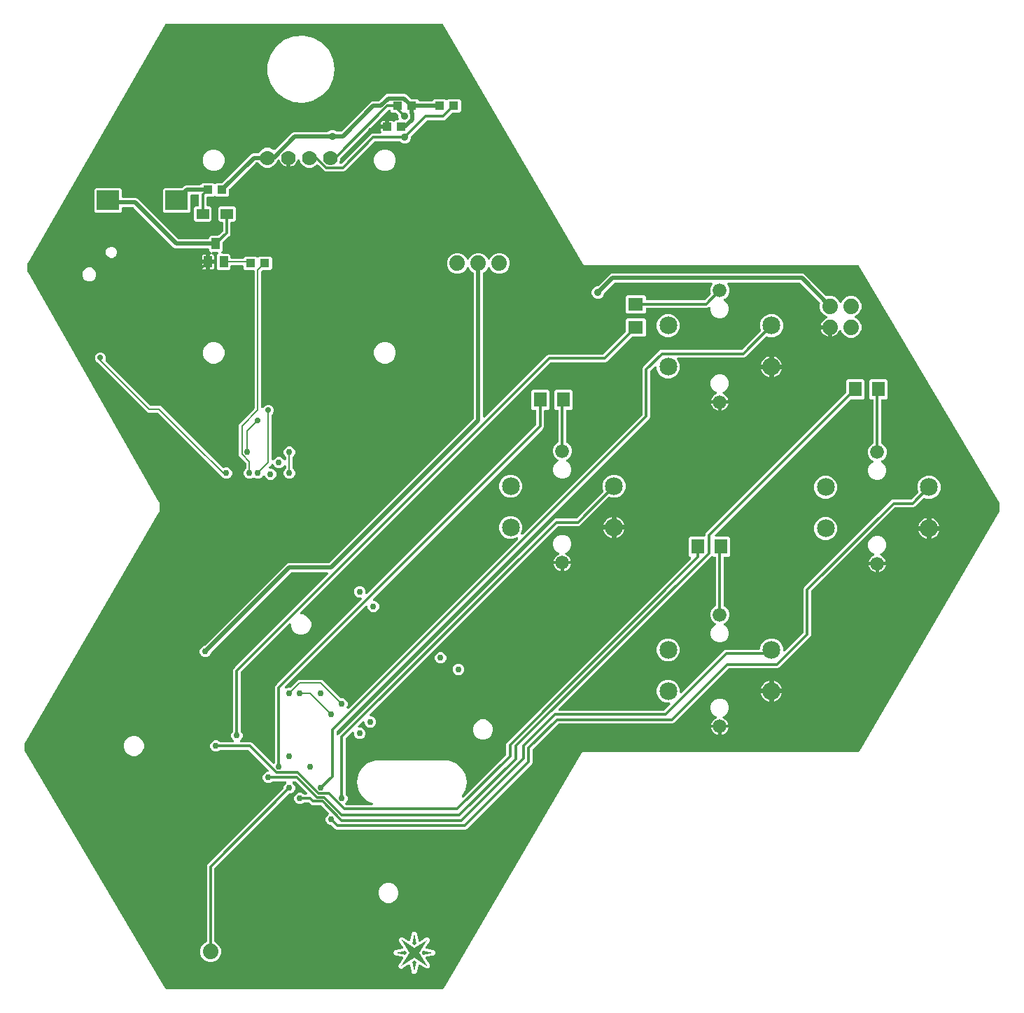
<source format=gbr>
G04 EAGLE Gerber X2 export*
%TF.Part,Single*%
%TF.FileFunction,Copper,L4,Bot,Mixed*%
%TF.FilePolarity,Positive*%
%TF.GenerationSoftware,Autodesk,EAGLE,9.1.3*%
%TF.CreationDate,2018-09-06T21:21:55Z*%
G75*
%MOMM*%
%FSLAX34Y34*%
%LPD*%
%AMOC8*
5,1,8,0,0,1.08239X$1,22.5*%
G01*
%ADD10C,2.159000*%
%ADD11C,1.676400*%
%ADD12R,1.100000X1.000000*%
%ADD13C,1.879600*%
%ADD14R,1.600000X1.800000*%
%ADD15R,1.800000X1.600000*%
%ADD16C,1.778000*%
%ADD17R,1.500000X1.200000*%
%ADD18R,2.710000X2.410000*%
%ADD19R,1.000000X1.400000*%
%ADD20C,0.906400*%
%ADD21C,0.406400*%
%ADD22C,0.756400*%
%ADD23C,0.304800*%
%ADD24C,0.508000*%
%ADD25C,0.304800*%
%ADD26C,0.203200*%
%ADD27C,0.706400*%
%ADD28C,0.254000*%

G36*
X554177Y36340D02*
X554177Y36340D01*
X554324Y36351D01*
X554350Y36359D01*
X554377Y36363D01*
X554516Y36412D01*
X554656Y36457D01*
X554679Y36471D01*
X554705Y36480D01*
X554829Y36560D01*
X554955Y36635D01*
X554975Y36654D01*
X554998Y36669D01*
X555101Y36775D01*
X555206Y36877D01*
X555225Y36904D01*
X555240Y36920D01*
X555265Y36962D01*
X555346Y37078D01*
X721012Y320718D01*
X721030Y320758D01*
X721104Y320903D01*
X721293Y321360D01*
X721380Y321447D01*
X721426Y321504D01*
X721479Y321555D01*
X721569Y321685D01*
X721597Y321720D01*
X721604Y321735D01*
X721618Y321756D01*
X721680Y321862D01*
X722074Y322161D01*
X722105Y322191D01*
X722230Y322297D01*
X722580Y322647D01*
X722693Y322693D01*
X722757Y322729D01*
X722825Y322756D01*
X722958Y322841D01*
X722998Y322863D01*
X723010Y322874D01*
X723031Y322888D01*
X723129Y322962D01*
X723607Y323087D01*
X723648Y323103D01*
X723803Y323153D01*
X724260Y323343D01*
X724383Y323343D01*
X724456Y323351D01*
X724529Y323350D01*
X724684Y323377D01*
X724729Y323383D01*
X724745Y323388D01*
X724770Y323393D01*
X724888Y323424D01*
X725379Y323357D01*
X725422Y323356D01*
X725585Y323343D01*
X1056944Y323343D01*
X1057091Y323360D01*
X1057240Y323372D01*
X1057265Y323380D01*
X1057291Y323383D01*
X1057430Y323433D01*
X1057572Y323478D01*
X1057594Y323491D01*
X1057619Y323500D01*
X1057744Y323581D01*
X1057871Y323657D01*
X1057889Y323675D01*
X1057911Y323689D01*
X1058015Y323796D01*
X1058121Y323899D01*
X1058139Y323925D01*
X1058154Y323940D01*
X1058178Y323981D01*
X1058261Y324100D01*
X1227121Y614288D01*
X1227162Y614384D01*
X1227213Y614475D01*
X1227232Y614543D01*
X1227260Y614608D01*
X1227279Y614710D01*
X1227308Y614811D01*
X1227315Y614904D01*
X1227324Y614950D01*
X1227322Y614988D01*
X1227327Y615055D01*
X1227327Y623173D01*
X1227315Y623281D01*
X1227312Y623391D01*
X1227295Y623454D01*
X1227287Y623519D01*
X1227250Y623622D01*
X1227222Y623728D01*
X1227185Y623805D01*
X1227170Y623847D01*
X1227148Y623881D01*
X1227115Y623948D01*
X1057014Y911619D01*
X1056927Y911734D01*
X1056846Y911851D01*
X1056822Y911872D01*
X1056803Y911897D01*
X1056693Y911988D01*
X1056587Y912084D01*
X1056559Y912100D01*
X1056535Y912120D01*
X1056407Y912184D01*
X1056282Y912253D01*
X1056252Y912261D01*
X1056223Y912275D01*
X1056084Y912309D01*
X1055946Y912348D01*
X1055908Y912351D01*
X1055884Y912356D01*
X1055835Y912357D01*
X1055703Y912367D01*
X726851Y912367D01*
X726808Y912362D01*
X726647Y912353D01*
X726153Y912287D01*
X726038Y912317D01*
X725965Y912327D01*
X725893Y912348D01*
X725738Y912360D01*
X725693Y912367D01*
X725676Y912365D01*
X725650Y912367D01*
X725530Y912367D01*
X725070Y912558D01*
X725028Y912570D01*
X724876Y912623D01*
X724394Y912750D01*
X724300Y912823D01*
X724236Y912861D01*
X724178Y912906D01*
X724040Y912977D01*
X724000Y913001D01*
X723983Y913006D01*
X723960Y913018D01*
X723850Y913063D01*
X723498Y913416D01*
X723463Y913443D01*
X723343Y913551D01*
X722947Y913852D01*
X722887Y913955D01*
X722842Y914014D01*
X722806Y914079D01*
X722706Y914198D01*
X722678Y914234D01*
X722665Y914245D01*
X722648Y914265D01*
X722563Y914350D01*
X722373Y914810D01*
X722351Y914848D01*
X722282Y914994D01*
X554073Y1203711D01*
X553984Y1203830D01*
X553899Y1203951D01*
X553880Y1203969D01*
X553864Y1203990D01*
X553750Y1204085D01*
X553641Y1204184D01*
X553617Y1204197D01*
X553597Y1204214D01*
X553466Y1204281D01*
X553336Y1204353D01*
X553310Y1204360D01*
X553286Y1204372D01*
X553143Y1204407D01*
X553000Y1204448D01*
X552968Y1204450D01*
X552948Y1204455D01*
X552900Y1204456D01*
X552756Y1204467D01*
X219424Y1204467D01*
X219274Y1204450D01*
X219122Y1204437D01*
X219101Y1204430D01*
X219078Y1204427D01*
X218935Y1204376D01*
X218791Y1204329D01*
X218771Y1204318D01*
X218750Y1204310D01*
X218622Y1204227D01*
X218492Y1204149D01*
X218476Y1204133D01*
X218457Y1204121D01*
X218351Y1204011D01*
X218243Y1203906D01*
X218228Y1203883D01*
X218215Y1203870D01*
X218191Y1203830D01*
X218104Y1203704D01*
X51766Y914801D01*
X51726Y914708D01*
X51677Y914620D01*
X51657Y914549D01*
X51628Y914481D01*
X51610Y914381D01*
X51582Y914284D01*
X51574Y914185D01*
X51566Y914138D01*
X51568Y914102D01*
X51563Y914041D01*
X51563Y904586D01*
X51570Y904525D01*
X51570Y904523D01*
X51571Y904513D01*
X51574Y904489D01*
X51575Y904391D01*
X51594Y904316D01*
X51603Y904239D01*
X51619Y904194D01*
X51621Y904178D01*
X51639Y904134D01*
X51659Y904053D01*
X51704Y903958D01*
X51720Y903911D01*
X51739Y903883D01*
X51740Y903880D01*
X51750Y903854D01*
X51755Y903847D01*
X51763Y903831D01*
X210577Y625277D01*
X210625Y625211D01*
X210664Y625140D01*
X210754Y625035D01*
X210783Y624996D01*
X210800Y624981D01*
X210823Y624954D01*
X210887Y624890D01*
X211088Y624404D01*
X211112Y624361D01*
X211172Y624232D01*
X211433Y623775D01*
X211444Y623685D01*
X211464Y623606D01*
X211473Y623526D01*
X211515Y623394D01*
X211527Y623347D01*
X211537Y623327D01*
X211548Y623293D01*
X211583Y623210D01*
X211583Y622683D01*
X211588Y622635D01*
X211595Y622492D01*
X211661Y621970D01*
X211637Y621883D01*
X211624Y621803D01*
X211602Y621724D01*
X211591Y621587D01*
X211584Y621538D01*
X211586Y621516D01*
X211583Y621481D01*
X211583Y616744D01*
X211591Y616669D01*
X211590Y616594D01*
X211617Y616444D01*
X211623Y616398D01*
X211629Y616381D01*
X211634Y616354D01*
X211663Y616242D01*
X211596Y615745D01*
X211595Y615700D01*
X211583Y615542D01*
X211583Y615040D01*
X211538Y614934D01*
X211518Y614861D01*
X211488Y614793D01*
X211456Y614643D01*
X211443Y614598D01*
X211442Y614580D01*
X211436Y614554D01*
X211421Y614439D01*
X211169Y614005D01*
X211151Y613964D01*
X211078Y613823D01*
X210887Y613360D01*
X210805Y613278D01*
X210758Y613219D01*
X210704Y613167D01*
X210617Y613041D01*
X210588Y613005D01*
X210580Y612989D01*
X210565Y612966D01*
X47959Y333133D01*
X47917Y333038D01*
X47867Y332947D01*
X47848Y332878D01*
X47819Y332813D01*
X47801Y332711D01*
X47772Y332611D01*
X47765Y332517D01*
X47756Y332471D01*
X47758Y332433D01*
X47753Y332367D01*
X47753Y325517D01*
X47765Y325409D01*
X47768Y325299D01*
X47785Y325236D01*
X47793Y325171D01*
X47830Y325068D01*
X47858Y324962D01*
X47895Y324885D01*
X47910Y324843D01*
X47932Y324809D01*
X47965Y324742D01*
X218066Y37071D01*
X218153Y36956D01*
X218234Y36839D01*
X218258Y36818D01*
X218277Y36793D01*
X218387Y36702D01*
X218493Y36606D01*
X218521Y36590D01*
X218545Y36570D01*
X218673Y36506D01*
X218798Y36437D01*
X218828Y36429D01*
X218857Y36415D01*
X218996Y36381D01*
X219134Y36342D01*
X219172Y36339D01*
X219196Y36334D01*
X219245Y36333D01*
X219377Y36323D01*
X554031Y36323D01*
X554177Y36340D01*
G37*
%LPC*%
G36*
X270574Y68833D02*
X270574Y68833D01*
X265999Y70728D01*
X262498Y74229D01*
X260603Y78804D01*
X260603Y83756D01*
X262498Y88331D01*
X265999Y91832D01*
X267537Y92469D01*
X267604Y92506D01*
X267675Y92534D01*
X267755Y92590D01*
X267842Y92638D01*
X267898Y92689D01*
X267961Y92733D01*
X268027Y92806D01*
X268100Y92872D01*
X268143Y92935D01*
X268194Y92992D01*
X268242Y93078D01*
X268298Y93159D01*
X268326Y93230D01*
X268363Y93297D01*
X268390Y93392D01*
X268426Y93483D01*
X268437Y93559D01*
X268458Y93632D01*
X268470Y93781D01*
X268477Y93828D01*
X268475Y93847D01*
X268477Y93876D01*
X268477Y185060D01*
X269173Y186740D01*
X361023Y278590D01*
X361102Y278689D01*
X361186Y278783D01*
X361210Y278825D01*
X361240Y278863D01*
X361294Y278977D01*
X361355Y279088D01*
X361368Y279134D01*
X361389Y279178D01*
X361415Y279301D01*
X361450Y279423D01*
X361455Y279484D01*
X361462Y279519D01*
X361461Y279567D01*
X361469Y279667D01*
X361469Y280759D01*
X362509Y283269D01*
X364167Y284927D01*
X364229Y285006D01*
X364299Y285078D01*
X364337Y285142D01*
X364383Y285200D01*
X364426Y285291D01*
X364478Y285377D01*
X364501Y285448D01*
X364532Y285515D01*
X364553Y285613D01*
X364584Y285709D01*
X364590Y285783D01*
X364606Y285856D01*
X364604Y285956D01*
X364612Y286056D01*
X364601Y286130D01*
X364600Y286204D01*
X364575Y286301D01*
X364560Y286401D01*
X364533Y286470D01*
X364515Y286542D01*
X364469Y286631D01*
X364432Y286725D01*
X364389Y286786D01*
X364355Y286852D01*
X364290Y286928D01*
X364233Y287011D01*
X364178Y287061D01*
X364129Y287117D01*
X364048Y287177D01*
X363974Y287244D01*
X363909Y287280D01*
X363849Y287325D01*
X363757Y287364D01*
X363669Y287413D01*
X363597Y287433D01*
X363529Y287463D01*
X363430Y287480D01*
X363333Y287508D01*
X363233Y287516D01*
X363186Y287524D01*
X363150Y287522D01*
X363090Y287527D01*
X348618Y287527D01*
X348493Y287513D01*
X348367Y287506D01*
X348320Y287493D01*
X348272Y287487D01*
X348153Y287445D01*
X348032Y287410D01*
X347990Y287386D01*
X347944Y287370D01*
X347838Y287301D01*
X347728Y287240D01*
X347681Y287200D01*
X347651Y287181D01*
X347618Y287146D01*
X347541Y287081D01*
X346769Y286309D01*
X344259Y285269D01*
X341541Y285269D01*
X339031Y286309D01*
X337109Y288231D01*
X336069Y290741D01*
X336069Y293459D01*
X337109Y295969D01*
X339031Y297891D01*
X341541Y298931D01*
X341666Y298931D01*
X341766Y298942D01*
X341866Y298944D01*
X341938Y298962D01*
X342012Y298971D01*
X342107Y299004D01*
X342204Y299029D01*
X342270Y299063D01*
X342340Y299088D01*
X342425Y299143D01*
X342514Y299189D01*
X342571Y299237D01*
X342633Y299277D01*
X342703Y299349D01*
X342779Y299414D01*
X342823Y299474D01*
X342875Y299528D01*
X342927Y299614D01*
X342986Y299695D01*
X343016Y299763D01*
X343054Y299827D01*
X343085Y299923D01*
X343124Y300015D01*
X343138Y300088D01*
X343160Y300159D01*
X343168Y300259D01*
X343186Y300358D01*
X343182Y300432D01*
X343188Y300506D01*
X343173Y300606D01*
X343168Y300706D01*
X343148Y300777D01*
X343137Y300851D01*
X343099Y300944D01*
X343072Y301041D01*
X343035Y301106D01*
X343008Y301175D01*
X342951Y301257D01*
X342901Y301345D01*
X342836Y301421D01*
X342809Y301461D01*
X342782Y301485D01*
X342743Y301531D01*
X319093Y325181D01*
X318994Y325260D01*
X318900Y325344D01*
X318858Y325368D01*
X318820Y325398D01*
X318706Y325452D01*
X318595Y325513D01*
X318548Y325526D01*
X318505Y325547D01*
X318381Y325573D01*
X318260Y325608D01*
X318199Y325613D01*
X318164Y325620D01*
X318116Y325619D01*
X318016Y325627D01*
X285118Y325627D01*
X284993Y325613D01*
X284867Y325606D01*
X284820Y325593D01*
X284772Y325587D01*
X284653Y325545D01*
X284532Y325510D01*
X284490Y325486D01*
X284444Y325470D01*
X284338Y325401D01*
X284228Y325340D01*
X284181Y325300D01*
X284151Y325281D01*
X284118Y325246D01*
X284041Y325181D01*
X283269Y324409D01*
X280759Y323369D01*
X278041Y323369D01*
X275531Y324409D01*
X273609Y326331D01*
X272569Y328841D01*
X272569Y331559D01*
X273609Y334069D01*
X275531Y335991D01*
X278041Y337031D01*
X280759Y337031D01*
X283269Y335991D01*
X284041Y335219D01*
X284140Y335140D01*
X284234Y335056D01*
X284276Y335032D01*
X284314Y335002D01*
X284428Y334948D01*
X284539Y334887D01*
X284586Y334874D01*
X284629Y334853D01*
X284753Y334827D01*
X284875Y334792D01*
X284935Y334787D01*
X284970Y334780D01*
X285018Y334781D01*
X285118Y334773D01*
X299590Y334773D01*
X299690Y334784D01*
X299790Y334786D01*
X299862Y334804D01*
X299936Y334813D01*
X300030Y334846D01*
X300128Y334871D01*
X300194Y334905D01*
X300264Y334930D01*
X300348Y334985D01*
X300438Y335031D01*
X300494Y335079D01*
X300557Y335119D01*
X300627Y335191D01*
X300703Y335256D01*
X300747Y335316D01*
X300799Y335370D01*
X300851Y335456D01*
X300910Y335537D01*
X300940Y335605D01*
X300978Y335669D01*
X301008Y335765D01*
X301048Y335857D01*
X301061Y335930D01*
X301084Y336001D01*
X301092Y336101D01*
X301110Y336200D01*
X301106Y336274D01*
X301112Y336348D01*
X301097Y336448D01*
X301092Y336548D01*
X301071Y336619D01*
X301060Y336693D01*
X301023Y336786D01*
X300995Y336883D01*
X300959Y336948D01*
X300932Y337017D01*
X300874Y337099D01*
X300825Y337187D01*
X300760Y337263D01*
X300733Y337303D01*
X300706Y337327D01*
X300667Y337373D01*
X299009Y339031D01*
X297969Y341541D01*
X297969Y344259D01*
X299009Y346769D01*
X299781Y347541D01*
X299848Y347626D01*
X299884Y347663D01*
X299892Y347676D01*
X299944Y347734D01*
X299968Y347776D01*
X299998Y347814D01*
X300052Y347928D01*
X300113Y348039D01*
X300126Y348086D01*
X300147Y348129D01*
X300173Y348253D01*
X300208Y348375D01*
X300213Y348435D01*
X300220Y348470D01*
X300219Y348518D01*
X300227Y348618D01*
X300227Y422300D01*
X300923Y423981D01*
X302424Y425481D01*
X414854Y537911D01*
X414916Y537989D01*
X414986Y538062D01*
X415024Y538126D01*
X415070Y538184D01*
X415113Y538275D01*
X415165Y538361D01*
X415187Y538432D01*
X415219Y538499D01*
X415240Y538597D01*
X415271Y538693D01*
X415277Y538767D01*
X415293Y538840D01*
X415291Y538940D01*
X415299Y539040D01*
X415288Y539114D01*
X415287Y539188D01*
X415262Y539285D01*
X415247Y539385D01*
X415220Y539454D01*
X415202Y539526D01*
X415155Y539616D01*
X415118Y539709D01*
X415076Y539770D01*
X415042Y539836D01*
X414977Y539913D01*
X414920Y539995D01*
X414864Y540045D01*
X414816Y540101D01*
X414735Y540161D01*
X414661Y540228D01*
X414596Y540264D01*
X414536Y540309D01*
X414444Y540348D01*
X414356Y540397D01*
X414284Y540417D01*
X414216Y540447D01*
X414117Y540464D01*
X414020Y540492D01*
X413920Y540500D01*
X413873Y540508D01*
X413837Y540506D01*
X413777Y540511D01*
X371246Y540511D01*
X371120Y540497D01*
X370994Y540490D01*
X370948Y540477D01*
X370900Y540471D01*
X370781Y540429D01*
X370659Y540394D01*
X370617Y540370D01*
X370572Y540354D01*
X370465Y540285D01*
X370355Y540224D01*
X370309Y540184D01*
X370279Y540165D01*
X370245Y540130D01*
X370169Y540065D01*
X273947Y443843D01*
X273946Y443842D01*
X273944Y443841D01*
X273834Y443701D01*
X273730Y443570D01*
X273730Y443569D01*
X273728Y443567D01*
X273617Y443349D01*
X272491Y440631D01*
X270569Y438709D01*
X268059Y437669D01*
X265341Y437669D01*
X262831Y438709D01*
X260909Y440631D01*
X259869Y443141D01*
X259869Y445859D01*
X260909Y448369D01*
X262831Y450291D01*
X265549Y451417D01*
X265551Y451418D01*
X265553Y451418D01*
X265703Y451503D01*
X265854Y451586D01*
X265855Y451588D01*
X265857Y451589D01*
X266043Y451747D01*
X365134Y550838D01*
X367188Y551689D01*
X416154Y551689D01*
X416280Y551703D01*
X416406Y551710D01*
X416452Y551723D01*
X416500Y551729D01*
X416619Y551771D01*
X416741Y551806D01*
X416783Y551830D01*
X416828Y551846D01*
X416935Y551915D01*
X417045Y551976D01*
X417091Y552016D01*
X417121Y552035D01*
X417155Y552070D01*
X417231Y552135D01*
X590865Y725769D01*
X590944Y725868D01*
X591028Y725962D01*
X591052Y726004D01*
X591082Y726042D01*
X591136Y726156D01*
X591197Y726267D01*
X591210Y726313D01*
X591231Y726357D01*
X591257Y726480D01*
X591292Y726602D01*
X591297Y726663D01*
X591304Y726698D01*
X591303Y726746D01*
X591311Y726846D01*
X591311Y902225D01*
X591303Y902301D01*
X591304Y902377D01*
X591283Y902473D01*
X591271Y902571D01*
X591246Y902643D01*
X591229Y902718D01*
X591187Y902806D01*
X591154Y902899D01*
X591112Y902964D01*
X591080Y903032D01*
X591018Y903109D01*
X590965Y903192D01*
X590910Y903245D01*
X590862Y903305D01*
X590785Y903366D01*
X590714Y903434D01*
X590649Y903473D01*
X590589Y903521D01*
X590456Y903589D01*
X590415Y903613D01*
X590397Y903619D01*
X590371Y903632D01*
X589849Y903848D01*
X586348Y907349D01*
X585607Y909138D01*
X585559Y909226D01*
X585518Y909318D01*
X585474Y909378D01*
X585438Y909443D01*
X585371Y909517D01*
X585311Y909598D01*
X585254Y909646D01*
X585204Y909701D01*
X585121Y909758D01*
X585045Y909823D01*
X584978Y909857D01*
X584917Y909899D01*
X584824Y909936D01*
X584734Y909982D01*
X584662Y910000D01*
X584593Y910027D01*
X584494Y910042D01*
X584396Y910066D01*
X584322Y910067D01*
X584248Y910078D01*
X584148Y910069D01*
X584048Y910071D01*
X583975Y910055D01*
X583901Y910049D01*
X583805Y910018D01*
X583707Y909997D01*
X583640Y909965D01*
X583569Y909942D01*
X583483Y909890D01*
X583392Y909847D01*
X583334Y909800D01*
X583271Y909762D01*
X583199Y909692D01*
X583120Y909629D01*
X583074Y909571D01*
X583021Y909519D01*
X582966Y909435D01*
X582904Y909356D01*
X582858Y909266D01*
X582832Y909226D01*
X582820Y909192D01*
X582793Y909138D01*
X582052Y907349D01*
X578551Y903848D01*
X573976Y901953D01*
X569024Y901953D01*
X564449Y903848D01*
X560948Y907349D01*
X559053Y911924D01*
X559053Y916876D01*
X560948Y921451D01*
X564449Y924952D01*
X569024Y926847D01*
X573976Y926847D01*
X578551Y924952D01*
X582052Y921451D01*
X582793Y919662D01*
X582841Y919574D01*
X582881Y919482D01*
X582926Y919422D01*
X582962Y919357D01*
X583029Y919283D01*
X583089Y919202D01*
X583146Y919154D01*
X583196Y919099D01*
X583279Y919042D01*
X583355Y918977D01*
X583422Y918943D01*
X583483Y918901D01*
X583576Y918864D01*
X583666Y918818D01*
X583738Y918800D01*
X583807Y918773D01*
X583906Y918758D01*
X584004Y918734D01*
X584078Y918733D01*
X584152Y918722D01*
X584252Y918731D01*
X584352Y918729D01*
X584425Y918745D01*
X584499Y918751D01*
X584595Y918782D01*
X584693Y918803D01*
X584760Y918835D01*
X584831Y918858D01*
X584917Y918910D01*
X585008Y918953D01*
X585066Y919000D01*
X585129Y919038D01*
X585201Y919108D01*
X585280Y919171D01*
X585326Y919229D01*
X585379Y919281D01*
X585434Y919365D01*
X585496Y919444D01*
X585542Y919533D01*
X585568Y919574D01*
X585580Y919608D01*
X585607Y919662D01*
X586348Y921451D01*
X589849Y924952D01*
X594424Y926847D01*
X599376Y926847D01*
X603951Y924952D01*
X607452Y921451D01*
X608193Y919662D01*
X608241Y919574D01*
X608281Y919482D01*
X608326Y919422D01*
X608362Y919357D01*
X608429Y919283D01*
X608489Y919202D01*
X608546Y919154D01*
X608596Y919099D01*
X608679Y919042D01*
X608755Y918977D01*
X608822Y918943D01*
X608883Y918901D01*
X608976Y918864D01*
X609066Y918818D01*
X609138Y918800D01*
X609207Y918773D01*
X609306Y918758D01*
X609404Y918734D01*
X609478Y918733D01*
X609552Y918722D01*
X609652Y918731D01*
X609752Y918729D01*
X609825Y918745D01*
X609899Y918751D01*
X609995Y918782D01*
X610093Y918803D01*
X610160Y918835D01*
X610231Y918858D01*
X610317Y918910D01*
X610408Y918953D01*
X610466Y919000D01*
X610529Y919038D01*
X610601Y919108D01*
X610680Y919171D01*
X610726Y919229D01*
X610779Y919281D01*
X610834Y919365D01*
X610896Y919444D01*
X610942Y919533D01*
X610968Y919574D01*
X610980Y919608D01*
X611007Y919662D01*
X611748Y921451D01*
X615249Y924952D01*
X619824Y926847D01*
X624776Y926847D01*
X629351Y924952D01*
X632852Y921451D01*
X634747Y916876D01*
X634747Y911924D01*
X632852Y907349D01*
X629351Y903848D01*
X624776Y901953D01*
X619824Y901953D01*
X615249Y903848D01*
X611748Y907349D01*
X611007Y909138D01*
X610959Y909226D01*
X610918Y909318D01*
X610874Y909378D01*
X610838Y909443D01*
X610771Y909517D01*
X610711Y909598D01*
X610654Y909646D01*
X610604Y909701D01*
X610521Y909758D01*
X610445Y909823D01*
X610378Y909857D01*
X610317Y909899D01*
X610224Y909936D01*
X610134Y909982D01*
X610062Y910000D01*
X609993Y910027D01*
X609894Y910042D01*
X609796Y910066D01*
X609722Y910067D01*
X609648Y910078D01*
X609548Y910069D01*
X609448Y910071D01*
X609375Y910055D01*
X609301Y910049D01*
X609205Y910018D01*
X609107Y909997D01*
X609040Y909965D01*
X608969Y909942D01*
X608883Y909890D01*
X608792Y909847D01*
X608734Y909800D01*
X608671Y909762D01*
X608599Y909692D01*
X608520Y909629D01*
X608474Y909571D01*
X608421Y909519D01*
X608366Y909435D01*
X608304Y909356D01*
X608258Y909266D01*
X608232Y909226D01*
X608220Y909192D01*
X608193Y909138D01*
X607452Y907349D01*
X603951Y903848D01*
X603429Y903632D01*
X603362Y903595D01*
X603291Y903567D01*
X603210Y903511D01*
X603124Y903463D01*
X603068Y903411D01*
X603005Y903368D01*
X602939Y903295D01*
X602866Y903229D01*
X602823Y903166D01*
X602772Y903109D01*
X602724Y903023D01*
X602668Y902942D01*
X602640Y902871D01*
X602603Y902804D01*
X602576Y902709D01*
X602540Y902618D01*
X602529Y902542D01*
X602508Y902469D01*
X602496Y902320D01*
X602489Y902273D01*
X602491Y902254D01*
X602489Y902225D01*
X602489Y729223D01*
X602500Y729124D01*
X602502Y729023D01*
X602520Y728951D01*
X602529Y728877D01*
X602562Y728783D01*
X602587Y728685D01*
X602621Y728619D01*
X602646Y728549D01*
X602701Y728465D01*
X602747Y728376D01*
X602795Y728319D01*
X602835Y728256D01*
X602907Y728187D01*
X602972Y728110D01*
X603032Y728066D01*
X603086Y728014D01*
X603172Y727963D01*
X603253Y727903D01*
X603321Y727873D01*
X603385Y727835D01*
X603481Y727805D01*
X603573Y727765D01*
X603646Y727752D01*
X603717Y727729D01*
X603817Y727721D01*
X603916Y727703D01*
X603990Y727707D01*
X604064Y727701D01*
X604164Y727716D01*
X604264Y727721D01*
X604335Y727742D01*
X604409Y727753D01*
X604502Y727790D01*
X604599Y727818D01*
X604664Y727854D01*
X604733Y727882D01*
X604815Y727939D01*
X604903Y727988D01*
X604979Y728053D01*
X605019Y728080D01*
X605043Y728107D01*
X605089Y728146D01*
X680267Y803325D01*
X681948Y804021D01*
X747423Y804021D01*
X747549Y804035D01*
X747675Y804042D01*
X747721Y804055D01*
X747769Y804061D01*
X747888Y804103D01*
X748010Y804138D01*
X748052Y804162D01*
X748097Y804178D01*
X748204Y804247D01*
X748314Y804308D01*
X748360Y804348D01*
X748390Y804367D01*
X748408Y804386D01*
X748410Y804387D01*
X748427Y804405D01*
X748500Y804467D01*
X774905Y830872D01*
X774984Y830971D01*
X775068Y831065D01*
X775092Y831107D01*
X775122Y831145D01*
X775176Y831259D01*
X775237Y831370D01*
X775250Y831416D01*
X775271Y831460D01*
X775297Y831583D01*
X775332Y831705D01*
X775337Y831766D01*
X775344Y831801D01*
X775343Y831849D01*
X775351Y831949D01*
X775351Y846163D01*
X777137Y847949D01*
X797663Y847949D01*
X799449Y846163D01*
X799449Y827637D01*
X797663Y825851D01*
X783449Y825851D01*
X783323Y825837D01*
X783197Y825830D01*
X783151Y825817D01*
X783103Y825811D01*
X782984Y825769D01*
X782862Y825734D01*
X782820Y825710D01*
X782775Y825694D01*
X782668Y825625D01*
X782558Y825564D01*
X782512Y825524D01*
X782482Y825505D01*
X782448Y825470D01*
X782372Y825405D01*
X752538Y795571D01*
X750858Y794875D01*
X685383Y794875D01*
X685257Y794861D01*
X685131Y794854D01*
X685084Y794841D01*
X685036Y794835D01*
X684917Y794793D01*
X684796Y794758D01*
X684754Y794734D01*
X684708Y794718D01*
X684602Y794649D01*
X684492Y794588D01*
X684446Y794548D01*
X684415Y794529D01*
X684382Y794494D01*
X684305Y794429D01*
X381899Y492022D01*
X381836Y491944D01*
X381767Y491872D01*
X381728Y491808D01*
X381682Y491749D01*
X381639Y491659D01*
X381588Y491573D01*
X381565Y491502D01*
X381533Y491434D01*
X381512Y491336D01*
X381482Y491241D01*
X381476Y491166D01*
X381460Y491094D01*
X381462Y490993D01*
X381454Y490893D01*
X381465Y490820D01*
X381466Y490745D01*
X381490Y490648D01*
X381505Y490549D01*
X381533Y490479D01*
X381551Y490407D01*
X381597Y490318D01*
X381634Y490225D01*
X381676Y490164D01*
X381710Y490097D01*
X381776Y490021D01*
X381833Y489939D01*
X381888Y489889D01*
X381936Y489832D01*
X382017Y489772D01*
X382092Y489705D01*
X382157Y489669D01*
X382217Y489625D01*
X382309Y489585D01*
X382397Y489537D01*
X382468Y489516D01*
X382537Y489487D01*
X382635Y489469D01*
X382732Y489442D01*
X382832Y489434D01*
X382880Y489425D01*
X382915Y489427D01*
X382976Y489422D01*
X384976Y489422D01*
X389404Y487588D01*
X392794Y484199D01*
X394628Y479770D01*
X394628Y474977D01*
X392794Y470548D01*
X389404Y467159D01*
X384976Y465325D01*
X380183Y465325D01*
X375754Y467159D01*
X372365Y470548D01*
X370531Y474977D01*
X370531Y476977D01*
X370519Y477077D01*
X370517Y477177D01*
X370499Y477249D01*
X370491Y477323D01*
X370457Y477418D01*
X370432Y477515D01*
X370398Y477581D01*
X370373Y477651D01*
X370319Y477736D01*
X370273Y477825D01*
X370225Y477881D01*
X370184Y477944D01*
X370112Y478014D01*
X370047Y478090D01*
X369987Y478134D01*
X369934Y478186D01*
X369847Y478238D01*
X369767Y478297D01*
X369698Y478327D01*
X369634Y478365D01*
X369539Y478396D01*
X369447Y478435D01*
X369373Y478449D01*
X369303Y478471D01*
X369203Y478479D01*
X369104Y478497D01*
X369029Y478493D01*
X368955Y478499D01*
X368856Y478484D01*
X368756Y478479D01*
X368684Y478459D01*
X368610Y478447D01*
X368517Y478410D01*
X368421Y478383D01*
X368356Y478346D01*
X368287Y478319D01*
X368204Y478261D01*
X368116Y478212D01*
X368040Y478147D01*
X368000Y478120D01*
X367977Y478093D01*
X367930Y478054D01*
X309819Y419943D01*
X309740Y419844D01*
X309656Y419750D01*
X309632Y419707D01*
X309602Y419670D01*
X309548Y419555D01*
X309487Y419445D01*
X309474Y419398D01*
X309453Y419354D01*
X309427Y419231D01*
X309392Y419109D01*
X309387Y419048D01*
X309380Y419014D01*
X309381Y418966D01*
X309373Y418865D01*
X309373Y348618D01*
X309387Y348493D01*
X309394Y348367D01*
X309407Y348320D01*
X309413Y348272D01*
X309455Y348153D01*
X309490Y348032D01*
X309514Y347990D01*
X309530Y347944D01*
X309599Y347838D01*
X309660Y347728D01*
X309700Y347681D01*
X309719Y347651D01*
X309754Y347618D01*
X309774Y347593D01*
X309782Y347582D01*
X309790Y347575D01*
X309819Y347541D01*
X310591Y346769D01*
X311631Y344259D01*
X311631Y341541D01*
X310591Y339031D01*
X308933Y337373D01*
X308871Y337294D01*
X308801Y337222D01*
X308763Y337158D01*
X308717Y337100D01*
X308674Y337009D01*
X308622Y336923D01*
X308599Y336852D01*
X308568Y336785D01*
X308547Y336687D01*
X308516Y336591D01*
X308510Y336517D01*
X308494Y336444D01*
X308496Y336344D01*
X308488Y336244D01*
X308499Y336170D01*
X308500Y336096D01*
X308525Y335999D01*
X308540Y335899D01*
X308567Y335830D01*
X308585Y335758D01*
X308631Y335669D01*
X308668Y335575D01*
X308711Y335514D01*
X308745Y335448D01*
X308810Y335372D01*
X308867Y335289D01*
X308922Y335239D01*
X308971Y335183D01*
X309052Y335123D01*
X309126Y335056D01*
X309191Y335020D01*
X309251Y334975D01*
X309343Y334936D01*
X309431Y334887D01*
X309503Y334867D01*
X309571Y334837D01*
X309670Y334820D01*
X309767Y334792D01*
X309867Y334784D01*
X309914Y334776D01*
X309950Y334778D01*
X310010Y334773D01*
X321450Y334773D01*
X323131Y334077D01*
X348097Y309111D01*
X348117Y309095D01*
X348134Y309075D01*
X348254Y308986D01*
X348370Y308894D01*
X348393Y308883D01*
X348415Y308868D01*
X348551Y308809D01*
X348685Y308745D01*
X348710Y308740D01*
X348735Y308730D01*
X348881Y308703D01*
X349026Y308672D01*
X349052Y308673D01*
X349078Y308668D01*
X349226Y308676D01*
X349374Y308678D01*
X349399Y308684D01*
X349426Y308686D01*
X349568Y308727D01*
X349712Y308763D01*
X349735Y308775D01*
X349760Y308782D01*
X349890Y308855D01*
X350022Y308923D01*
X350042Y308940D01*
X350065Y308953D01*
X350251Y309111D01*
X350581Y309441D01*
X350645Y309522D01*
X350703Y309582D01*
X350714Y309601D01*
X350744Y309634D01*
X350768Y309676D01*
X350798Y309714D01*
X350852Y309828D01*
X350868Y309858D01*
X350882Y309881D01*
X350883Y309885D01*
X350913Y309939D01*
X350926Y309986D01*
X350947Y310029D01*
X350973Y310153D01*
X351008Y310275D01*
X351013Y310335D01*
X351020Y310370D01*
X351019Y310418D01*
X351027Y310518D01*
X351027Y401942D01*
X351723Y403623D01*
X353224Y405123D01*
X455560Y507459D01*
X455622Y507537D01*
X455692Y507610D01*
X455730Y507674D01*
X455776Y507732D01*
X455819Y507823D01*
X455871Y507909D01*
X455893Y507980D01*
X455925Y508047D01*
X455946Y508145D01*
X455977Y508241D01*
X455983Y508315D01*
X455999Y508388D01*
X455997Y508488D01*
X456005Y508588D01*
X455994Y508662D01*
X455993Y508736D01*
X455968Y508833D01*
X455953Y508933D01*
X455926Y509002D01*
X455908Y509074D01*
X455861Y509164D01*
X455824Y509257D01*
X455782Y509318D01*
X455748Y509384D01*
X455683Y509461D01*
X455626Y509543D01*
X455570Y509593D01*
X455522Y509649D01*
X455441Y509709D01*
X455367Y509776D01*
X455302Y509812D01*
X455242Y509857D01*
X455150Y509896D01*
X455062Y509945D01*
X454990Y509965D01*
X454922Y509995D01*
X454823Y510012D01*
X454726Y510040D01*
X454626Y510048D01*
X454579Y510056D01*
X454543Y510054D01*
X454483Y510059D01*
X452031Y510059D01*
X449521Y511099D01*
X447599Y513021D01*
X446559Y515531D01*
X446559Y518249D01*
X447599Y520759D01*
X449521Y522681D01*
X452031Y523721D01*
X454749Y523721D01*
X457259Y522681D01*
X459181Y520759D01*
X460221Y518249D01*
X460221Y515797D01*
X460232Y515698D01*
X460234Y515597D01*
X460252Y515525D01*
X460261Y515451D01*
X460294Y515357D01*
X460319Y515259D01*
X460353Y515193D01*
X460378Y515123D01*
X460433Y515039D01*
X460479Y514950D01*
X460527Y514893D01*
X460567Y514830D01*
X460639Y514761D01*
X460704Y514684D01*
X460764Y514640D01*
X460818Y514588D01*
X460904Y514537D01*
X460985Y514477D01*
X461053Y514447D01*
X461117Y514409D01*
X461213Y514379D01*
X461305Y514339D01*
X461378Y514326D01*
X461449Y514303D01*
X461549Y514295D01*
X461648Y514277D01*
X461722Y514281D01*
X461796Y514275D01*
X461896Y514290D01*
X461996Y514295D01*
X462067Y514316D01*
X462141Y514327D01*
X462234Y514364D01*
X462331Y514392D01*
X462396Y514428D01*
X462465Y514456D01*
X462547Y514513D01*
X462635Y514562D01*
X462711Y514627D01*
X462751Y514654D01*
X462775Y514681D01*
X462821Y514720D01*
X666781Y718680D01*
X666860Y718779D01*
X666944Y718873D01*
X666968Y718916D01*
X666998Y718953D01*
X667052Y719068D01*
X667113Y719178D01*
X667126Y719225D01*
X667147Y719269D01*
X667173Y719392D01*
X667208Y719514D01*
X667213Y719575D01*
X667220Y719609D01*
X667219Y719657D01*
X667227Y719758D01*
X667227Y735728D01*
X667224Y735754D01*
X667226Y735780D01*
X667204Y735927D01*
X667187Y736074D01*
X667179Y736099D01*
X667175Y736125D01*
X667120Y736263D01*
X667070Y736402D01*
X667056Y736424D01*
X667046Y736449D01*
X666961Y736570D01*
X666881Y736695D01*
X666862Y736713D01*
X666847Y736735D01*
X666737Y736834D01*
X666630Y736937D01*
X666608Y736951D01*
X666588Y736968D01*
X666458Y737040D01*
X666331Y737116D01*
X666306Y737124D01*
X666283Y737137D01*
X666140Y737177D01*
X665999Y737222D01*
X665973Y737224D01*
X665948Y737232D01*
X665704Y737251D01*
X662537Y737251D01*
X660751Y739037D01*
X660751Y759563D01*
X662537Y761349D01*
X681063Y761349D01*
X682849Y759563D01*
X682849Y739037D01*
X681063Y737251D01*
X677896Y737251D01*
X677870Y737248D01*
X677844Y737250D01*
X677697Y737228D01*
X677550Y737211D01*
X677525Y737203D01*
X677499Y737199D01*
X677361Y737144D01*
X677222Y737094D01*
X677200Y737080D01*
X677175Y737070D01*
X677054Y736985D01*
X676929Y736905D01*
X676911Y736886D01*
X676889Y736871D01*
X676790Y736761D01*
X676687Y736654D01*
X676673Y736632D01*
X676656Y736612D01*
X676584Y736482D01*
X676508Y736355D01*
X676500Y736330D01*
X676487Y736307D01*
X676447Y736164D01*
X676402Y736023D01*
X676400Y735997D01*
X676392Y735972D01*
X676373Y735728D01*
X676373Y716323D01*
X675677Y714642D01*
X674176Y713142D01*
X469575Y508541D01*
X469513Y508463D01*
X469443Y508390D01*
X469405Y508326D01*
X469359Y508268D01*
X469316Y508177D01*
X469264Y508091D01*
X469242Y508020D01*
X469210Y507953D01*
X469189Y507855D01*
X469158Y507759D01*
X469152Y507685D01*
X469136Y507612D01*
X469138Y507512D01*
X469130Y507412D01*
X469141Y507338D01*
X469142Y507264D01*
X469167Y507167D01*
X469182Y507067D01*
X469209Y506998D01*
X469227Y506926D01*
X469274Y506836D01*
X469311Y506743D01*
X469353Y506682D01*
X469387Y506616D01*
X469452Y506539D01*
X469509Y506457D01*
X469565Y506407D01*
X469613Y506351D01*
X469694Y506291D01*
X469768Y506224D01*
X469833Y506188D01*
X469893Y506143D01*
X469985Y506104D01*
X470073Y506055D01*
X470145Y506035D01*
X470213Y506005D01*
X470312Y505988D01*
X470409Y505960D01*
X470509Y505952D01*
X470556Y505944D01*
X470592Y505946D01*
X470652Y505941D01*
X471259Y505941D01*
X473769Y504901D01*
X475691Y502979D01*
X476731Y500469D01*
X476731Y497751D01*
X475691Y495241D01*
X473769Y493319D01*
X471259Y492279D01*
X468541Y492279D01*
X466031Y493319D01*
X464109Y495241D01*
X463069Y497751D01*
X463069Y498358D01*
X463058Y498457D01*
X463056Y498558D01*
X463038Y498630D01*
X463029Y498704D01*
X462996Y498798D01*
X462971Y498896D01*
X462937Y498962D01*
X462912Y499032D01*
X462857Y499116D01*
X462811Y499205D01*
X462763Y499262D01*
X462723Y499325D01*
X462651Y499394D01*
X462586Y499471D01*
X462526Y499515D01*
X462472Y499567D01*
X462386Y499618D01*
X462305Y499678D01*
X462237Y499708D01*
X462173Y499746D01*
X462077Y499776D01*
X461985Y499816D01*
X461912Y499829D01*
X461841Y499852D01*
X461741Y499860D01*
X461642Y499878D01*
X461568Y499874D01*
X461494Y499880D01*
X461394Y499865D01*
X461294Y499860D01*
X461223Y499839D01*
X461149Y499828D01*
X461056Y499791D01*
X460959Y499763D01*
X460894Y499727D01*
X460825Y499699D01*
X460743Y499642D01*
X460655Y499593D01*
X460579Y499528D01*
X460539Y499501D01*
X460515Y499474D01*
X460469Y499435D01*
X363178Y402144D01*
X363147Y402105D01*
X363110Y402071D01*
X363039Y401968D01*
X362962Y401871D01*
X362940Y401826D01*
X362912Y401784D01*
X362866Y401668D01*
X362813Y401556D01*
X362802Y401507D01*
X362784Y401460D01*
X362766Y401337D01*
X362740Y401215D01*
X362740Y401165D01*
X362733Y401115D01*
X362743Y400991D01*
X362745Y400867D01*
X362758Y400818D01*
X362762Y400768D01*
X362800Y400649D01*
X362830Y400529D01*
X362854Y400484D01*
X362869Y400436D01*
X362933Y400330D01*
X362990Y400219D01*
X363023Y400181D01*
X363049Y400138D01*
X363135Y400048D01*
X363216Y399954D01*
X363256Y399924D01*
X363292Y399888D01*
X363396Y399820D01*
X363496Y399746D01*
X363542Y399727D01*
X363585Y399699D01*
X363702Y399658D01*
X363816Y399608D01*
X363866Y399600D01*
X363913Y399583D01*
X364037Y399569D01*
X364159Y399547D01*
X364210Y399549D01*
X364260Y399544D01*
X364383Y399558D01*
X364507Y399565D01*
X364556Y399579D01*
X364606Y399585D01*
X364838Y399660D01*
X366941Y400531D01*
X368751Y400531D01*
X368877Y400545D01*
X369003Y400552D01*
X369050Y400565D01*
X369098Y400571D01*
X369217Y400613D01*
X369338Y400648D01*
X369380Y400672D01*
X369426Y400688D01*
X369532Y400757D01*
X369642Y400818D01*
X369688Y400858D01*
X369718Y400877D01*
X369752Y400912D01*
X369828Y400977D01*
X379316Y410465D01*
X408084Y410465D01*
X430272Y388277D01*
X430371Y388198D01*
X430464Y388114D01*
X430507Y388090D01*
X430545Y388060D01*
X430659Y388006D01*
X430769Y387945D01*
X430816Y387932D01*
X430860Y387911D01*
X430983Y387885D01*
X431105Y387850D01*
X431166Y387845D01*
X431200Y387838D01*
X431248Y387839D01*
X431349Y387831D01*
X433159Y387831D01*
X435669Y386791D01*
X437591Y384869D01*
X438631Y382359D01*
X438631Y379641D01*
X437658Y377292D01*
X437644Y377243D01*
X437622Y377198D01*
X437596Y377077D01*
X437562Y376957D01*
X437559Y376906D01*
X437549Y376857D01*
X437551Y376733D01*
X437545Y376609D01*
X437554Y376559D01*
X437555Y376509D01*
X437585Y376388D01*
X437607Y376266D01*
X437628Y376219D01*
X437640Y376171D01*
X437697Y376060D01*
X437746Y375946D01*
X437776Y375906D01*
X437799Y375861D01*
X437880Y375766D01*
X437954Y375666D01*
X437993Y375634D01*
X438025Y375595D01*
X438125Y375522D01*
X438220Y375441D01*
X438265Y375418D01*
X438306Y375388D01*
X438420Y375339D01*
X438530Y375282D01*
X438579Y375270D01*
X438626Y375250D01*
X438748Y375228D01*
X438869Y375198D01*
X438919Y375198D01*
X438969Y375189D01*
X439093Y375195D01*
X439217Y375193D01*
X439266Y375204D01*
X439317Y375207D01*
X439436Y375241D01*
X439558Y375268D01*
X439603Y375289D01*
X439651Y375303D01*
X439760Y375364D01*
X439872Y375417D01*
X439912Y375449D01*
X439956Y375473D01*
X440142Y375632D01*
X644730Y580220D01*
X644761Y580259D01*
X644798Y580293D01*
X644869Y580395D01*
X644946Y580493D01*
X644968Y580538D01*
X644997Y580580D01*
X645042Y580695D01*
X645095Y580808D01*
X645106Y580857D01*
X645124Y580904D01*
X645143Y581027D01*
X645169Y581148D01*
X645168Y581199D01*
X645175Y581249D01*
X645165Y581373D01*
X645163Y581497D01*
X645151Y581546D01*
X645146Y581596D01*
X645108Y581714D01*
X645078Y581835D01*
X645055Y581880D01*
X645039Y581928D01*
X644975Y582034D01*
X644918Y582145D01*
X644885Y582183D01*
X644860Y582226D01*
X644773Y582315D01*
X644692Y582410D01*
X644652Y582440D01*
X644617Y582476D01*
X644512Y582543D01*
X644412Y582617D01*
X644366Y582637D01*
X644323Y582664D01*
X644206Y582706D01*
X644092Y582755D01*
X644043Y582764D01*
X643995Y582781D01*
X643871Y582795D01*
X643749Y582817D01*
X643699Y582814D01*
X643649Y582820D01*
X643525Y582805D01*
X643401Y582799D01*
X643353Y582785D01*
X643303Y582779D01*
X643070Y582704D01*
X638754Y580916D01*
X633246Y580916D01*
X628158Y583024D01*
X624264Y586918D01*
X622156Y592006D01*
X622156Y597514D01*
X624264Y602602D01*
X628158Y606496D01*
X633246Y608604D01*
X638754Y608604D01*
X643842Y606496D01*
X647736Y602602D01*
X649844Y597514D01*
X649844Y592006D01*
X648056Y587690D01*
X648042Y587642D01*
X648021Y587596D01*
X647994Y587475D01*
X647960Y587355D01*
X647958Y587305D01*
X647947Y587256D01*
X647949Y587131D01*
X647943Y587007D01*
X647952Y586957D01*
X647953Y586907D01*
X647984Y586787D01*
X648006Y586664D01*
X648026Y586618D01*
X648038Y586569D01*
X648095Y586458D01*
X648145Y586344D01*
X648175Y586304D01*
X648198Y586259D01*
X648279Y586164D01*
X648353Y586065D01*
X648391Y586032D01*
X648424Y585994D01*
X648524Y585920D01*
X648619Y585840D01*
X648663Y585817D01*
X648704Y585787D01*
X648818Y585737D01*
X648929Y585681D01*
X648978Y585669D01*
X649024Y585649D01*
X649146Y585627D01*
X649267Y585597D01*
X649317Y585596D01*
X649367Y585587D01*
X649491Y585593D01*
X649616Y585592D01*
X649665Y585602D01*
X649715Y585605D01*
X649834Y585639D01*
X649956Y585666D01*
X650002Y585688D01*
X650050Y585701D01*
X650158Y585762D01*
X650271Y585816D01*
X650310Y585847D01*
X650354Y585872D01*
X650540Y586030D01*
X794938Y730428D01*
X795017Y730527D01*
X795101Y730621D01*
X795125Y730663D01*
X795155Y730701D01*
X795209Y730815D01*
X795270Y730926D01*
X795283Y730972D01*
X795304Y731016D01*
X795330Y731139D01*
X795365Y731261D01*
X795370Y731322D01*
X795377Y731357D01*
X795376Y731405D01*
X795384Y731505D01*
X795384Y786824D01*
X796080Y788504D01*
X797581Y790005D01*
X814732Y807156D01*
X816233Y808657D01*
X817913Y809353D01*
X914685Y809353D01*
X914811Y809367D01*
X914937Y809374D01*
X914983Y809387D01*
X915031Y809393D01*
X915150Y809435D01*
X915272Y809470D01*
X915314Y809494D01*
X915359Y809510D01*
X915466Y809579D01*
X915576Y809640D01*
X915622Y809680D01*
X915652Y809699D01*
X915686Y809734D01*
X915762Y809799D01*
X938291Y832327D01*
X938338Y832387D01*
X938393Y832441D01*
X938446Y832523D01*
X938507Y832600D01*
X938540Y832670D01*
X938581Y832734D01*
X938614Y832827D01*
X938656Y832916D01*
X938672Y832990D01*
X938698Y833062D01*
X938709Y833160D01*
X938730Y833256D01*
X938728Y833333D01*
X938737Y833409D01*
X938725Y833507D01*
X938724Y833605D01*
X938705Y833679D01*
X938696Y833755D01*
X938650Y833897D01*
X938639Y833943D01*
X938630Y833960D01*
X938621Y833987D01*
X937656Y836316D01*
X937656Y841824D01*
X939764Y846912D01*
X943658Y850806D01*
X948746Y852914D01*
X954254Y852914D01*
X959342Y850806D01*
X963236Y846912D01*
X965344Y841824D01*
X965344Y836316D01*
X963236Y831228D01*
X959342Y827334D01*
X954254Y825226D01*
X948746Y825226D01*
X946417Y826191D01*
X946344Y826212D01*
X946274Y826242D01*
X946177Y826260D01*
X946082Y826287D01*
X946006Y826290D01*
X945931Y826304D01*
X945832Y826299D01*
X945734Y826304D01*
X945659Y826290D01*
X945583Y826286D01*
X945488Y826259D01*
X945391Y826241D01*
X945321Y826210D01*
X945248Y826189D01*
X945162Y826141D01*
X945072Y826102D01*
X945010Y826056D01*
X944944Y826019D01*
X944830Y825922D01*
X944792Y825894D01*
X944780Y825880D01*
X944757Y825861D01*
X919800Y800903D01*
X918120Y800207D01*
X838618Y800207D01*
X838518Y800196D01*
X838418Y800194D01*
X838346Y800176D01*
X838272Y800167D01*
X838177Y800133D01*
X838080Y800109D01*
X838014Y800075D01*
X837944Y800050D01*
X837859Y799995D01*
X837770Y799949D01*
X837714Y799901D01*
X837651Y799861D01*
X837581Y799789D01*
X837505Y799724D01*
X837461Y799664D01*
X837409Y799610D01*
X837357Y799524D01*
X837298Y799443D01*
X837268Y799375D01*
X837230Y799311D01*
X837199Y799216D01*
X837160Y799123D01*
X837146Y799050D01*
X837124Y798979D01*
X837116Y798879D01*
X837098Y798780D01*
X837102Y798706D01*
X837096Y798632D01*
X837111Y798532D01*
X837116Y798432D01*
X837136Y798361D01*
X837148Y798287D01*
X837185Y798194D01*
X837212Y798097D01*
X837249Y798032D01*
X837276Y797963D01*
X837334Y797881D01*
X837383Y797793D01*
X837448Y797717D01*
X837475Y797677D01*
X837502Y797653D01*
X837541Y797607D01*
X838236Y796912D01*
X840344Y791824D01*
X840344Y786316D01*
X838236Y781228D01*
X834342Y777334D01*
X829254Y775226D01*
X823746Y775226D01*
X818658Y777334D01*
X814764Y781228D01*
X812656Y786316D01*
X812656Y788469D01*
X812645Y788569D01*
X812643Y788669D01*
X812625Y788741D01*
X812616Y788815D01*
X812583Y788910D01*
X812558Y789007D01*
X812524Y789073D01*
X812499Y789143D01*
X812444Y789228D01*
X812398Y789317D01*
X812350Y789374D01*
X812310Y789436D01*
X812238Y789506D01*
X812173Y789582D01*
X812113Y789627D01*
X812059Y789678D01*
X811973Y789730D01*
X811892Y789790D01*
X811824Y789819D01*
X811760Y789857D01*
X811664Y789888D01*
X811572Y789928D01*
X811499Y789941D01*
X811428Y789963D01*
X811328Y789971D01*
X811229Y789989D01*
X811155Y789985D01*
X811081Y789991D01*
X810981Y789976D01*
X810881Y789971D01*
X810810Y789951D01*
X810736Y789940D01*
X810643Y789903D01*
X810546Y789875D01*
X810481Y789838D01*
X810412Y789811D01*
X810330Y789754D01*
X810242Y789705D01*
X810166Y789639D01*
X810126Y789612D01*
X810102Y789586D01*
X810056Y789546D01*
X804976Y784466D01*
X804897Y784367D01*
X804813Y784273D01*
X804789Y784231D01*
X804759Y784193D01*
X804705Y784079D01*
X804644Y783968D01*
X804631Y783922D01*
X804610Y783878D01*
X804584Y783755D01*
X804549Y783633D01*
X804544Y783572D01*
X804537Y783537D01*
X804538Y783489D01*
X804530Y783389D01*
X804530Y728070D01*
X803834Y726390D01*
X425622Y348178D01*
X425543Y348079D01*
X425458Y347985D01*
X425435Y347943D01*
X425405Y347905D01*
X425351Y347791D01*
X425290Y347680D01*
X425277Y347633D01*
X425256Y347590D01*
X425229Y347466D01*
X425195Y347344D01*
X425190Y347284D01*
X425183Y347249D01*
X425183Y347201D01*
X425175Y347101D01*
X425175Y344971D01*
X425187Y344871D01*
X425189Y344771D01*
X425207Y344699D01*
X425215Y344625D01*
X425249Y344530D01*
X425274Y344433D01*
X425308Y344367D01*
X425333Y344297D01*
X425387Y344212D01*
X425433Y344123D01*
X425481Y344066D01*
X425522Y344004D01*
X425594Y343934D01*
X425659Y343858D01*
X425719Y343813D01*
X425772Y343762D01*
X425859Y343710D01*
X425939Y343650D01*
X426008Y343621D01*
X426072Y343583D01*
X426167Y343552D01*
X426259Y343512D01*
X426333Y343499D01*
X426403Y343477D01*
X426503Y343469D01*
X426602Y343451D01*
X426677Y343455D01*
X426751Y343449D01*
X426850Y343464D01*
X426950Y343469D01*
X427022Y343489D01*
X427095Y343500D01*
X427189Y343537D01*
X427285Y343565D01*
X427350Y343602D01*
X427419Y343629D01*
X427502Y343686D01*
X427589Y343735D01*
X427666Y343801D01*
X427706Y343828D01*
X427729Y343854D01*
X427776Y343894D01*
X429424Y345542D01*
X688806Y604925D01*
X690487Y605621D01*
X714763Y605621D01*
X714889Y605635D01*
X715015Y605642D01*
X715061Y605655D01*
X715109Y605661D01*
X715228Y605703D01*
X715350Y605738D01*
X715392Y605762D01*
X715437Y605778D01*
X715544Y605847D01*
X715654Y605908D01*
X715700Y605948D01*
X715730Y605967D01*
X715764Y606002D01*
X715840Y606067D01*
X747791Y638018D01*
X747838Y638077D01*
X747893Y638131D01*
X747946Y638213D01*
X748007Y638291D01*
X748040Y638360D01*
X748081Y638424D01*
X748114Y638517D01*
X748156Y638606D01*
X748172Y638680D01*
X748198Y638752D01*
X748209Y638850D01*
X748230Y638946D01*
X748228Y639023D01*
X748237Y639099D01*
X748225Y639197D01*
X748224Y639295D01*
X748205Y639369D01*
X748196Y639445D01*
X748150Y639587D01*
X748139Y639633D01*
X748130Y639650D01*
X748121Y639678D01*
X747156Y642006D01*
X747156Y647514D01*
X749264Y652602D01*
X753158Y656496D01*
X758246Y658604D01*
X763754Y658604D01*
X768842Y656496D01*
X772736Y652602D01*
X774844Y647514D01*
X774844Y642006D01*
X772736Y636918D01*
X768842Y633024D01*
X763754Y630916D01*
X758246Y630916D01*
X755918Y631881D01*
X755844Y631902D01*
X755774Y631932D01*
X755677Y631949D01*
X755582Y631977D01*
X755506Y631980D01*
X755431Y631994D01*
X755333Y631989D01*
X755234Y631994D01*
X755159Y631980D01*
X755083Y631976D01*
X754988Y631949D01*
X754891Y631931D01*
X754821Y631900D01*
X754748Y631879D01*
X754662Y631831D01*
X754572Y631792D01*
X754511Y631747D01*
X754444Y631709D01*
X754330Y631612D01*
X754292Y631584D01*
X754280Y631570D01*
X754258Y631551D01*
X719878Y597171D01*
X718198Y596475D01*
X693922Y596475D01*
X693796Y596461D01*
X693670Y596454D01*
X693624Y596441D01*
X693576Y596435D01*
X693457Y596393D01*
X693335Y596358D01*
X693293Y596334D01*
X693247Y596318D01*
X693141Y596249D01*
X693031Y596188D01*
X692985Y596148D01*
X692955Y596129D01*
X692921Y596094D01*
X692845Y596029D01*
X465657Y368841D01*
X465594Y368763D01*
X465524Y368690D01*
X465486Y368626D01*
X465440Y368568D01*
X465397Y368477D01*
X465346Y368391D01*
X465323Y368320D01*
X465291Y368253D01*
X465270Y368155D01*
X465239Y368059D01*
X465233Y367985D01*
X465218Y367912D01*
X465219Y367812D01*
X465211Y367712D01*
X465222Y367638D01*
X465224Y367564D01*
X465248Y367467D01*
X465263Y367367D01*
X465290Y367298D01*
X465309Y367226D01*
X465355Y367136D01*
X465392Y367043D01*
X465434Y366982D01*
X465468Y366916D01*
X465533Y366839D01*
X465591Y366757D01*
X465646Y366707D01*
X465694Y366651D01*
X465775Y366591D01*
X465849Y366524D01*
X465915Y366488D01*
X465974Y366443D01*
X466067Y366404D01*
X466154Y366355D01*
X466226Y366335D01*
X466294Y366305D01*
X466393Y366288D01*
X466490Y366260D01*
X466590Y366252D01*
X466637Y366244D01*
X466673Y366246D01*
X466734Y366241D01*
X467449Y366241D01*
X469959Y365201D01*
X471881Y363279D01*
X472921Y360769D01*
X472921Y358051D01*
X471881Y355541D01*
X469959Y353619D01*
X467449Y352579D01*
X464731Y352579D01*
X462221Y353619D01*
X460299Y355541D01*
X459259Y358051D01*
X459259Y358766D01*
X459248Y358866D01*
X459246Y358966D01*
X459228Y359039D01*
X459219Y359113D01*
X459186Y359207D01*
X459161Y359304D01*
X459127Y359371D01*
X459102Y359441D01*
X459047Y359525D01*
X459001Y359614D01*
X458953Y359671D01*
X458913Y359733D01*
X458841Y359803D01*
X458776Y359880D01*
X458716Y359924D01*
X458662Y359976D01*
X458576Y360027D01*
X458495Y360087D01*
X458427Y360116D01*
X458363Y360154D01*
X458267Y360185D01*
X458175Y360225D01*
X458102Y360238D01*
X458031Y360261D01*
X457931Y360269D01*
X457832Y360287D01*
X457758Y360283D01*
X457684Y360289D01*
X457584Y360274D01*
X457484Y360269D01*
X457413Y360248D01*
X457339Y360237D01*
X457246Y360200D01*
X457149Y360172D01*
X457084Y360136D01*
X457015Y360108D01*
X456933Y360051D01*
X456845Y360002D01*
X456769Y359937D01*
X456729Y359909D01*
X456705Y359883D01*
X456659Y359843D01*
X451687Y354871D01*
X451624Y354793D01*
X451554Y354720D01*
X451516Y354656D01*
X451470Y354598D01*
X451427Y354507D01*
X451376Y354421D01*
X451353Y354350D01*
X451321Y354283D01*
X451300Y354185D01*
X451269Y354089D01*
X451263Y354015D01*
X451248Y353942D01*
X451249Y353842D01*
X451241Y353742D01*
X451252Y353668D01*
X451254Y353594D01*
X451278Y353497D01*
X451293Y353397D01*
X451320Y353328D01*
X451339Y353256D01*
X451385Y353166D01*
X451422Y353073D01*
X451464Y353012D01*
X451498Y352946D01*
X451563Y352869D01*
X451621Y352787D01*
X451676Y352737D01*
X451724Y352681D01*
X451805Y352621D01*
X451879Y352554D01*
X451945Y352518D01*
X452004Y352473D01*
X452097Y352434D01*
X452184Y352385D01*
X452256Y352365D01*
X452324Y352335D01*
X452423Y352318D01*
X452520Y352290D01*
X452620Y352282D01*
X452667Y352274D01*
X452703Y352276D01*
X452764Y352271D01*
X454749Y352271D01*
X457259Y351231D01*
X459181Y349309D01*
X460221Y346799D01*
X460221Y344081D01*
X459181Y341571D01*
X457259Y339649D01*
X454749Y338609D01*
X452031Y338609D01*
X449521Y339649D01*
X447599Y341571D01*
X446559Y344081D01*
X446559Y346066D01*
X446548Y346166D01*
X446546Y346266D01*
X446528Y346339D01*
X446519Y346413D01*
X446486Y346507D01*
X446461Y346604D01*
X446427Y346671D01*
X446402Y346741D01*
X446347Y346825D01*
X446301Y346914D01*
X446253Y346971D01*
X446213Y347033D01*
X446141Y347103D01*
X446076Y347180D01*
X446016Y347224D01*
X445962Y347276D01*
X445876Y347327D01*
X445795Y347387D01*
X445727Y347416D01*
X445663Y347454D01*
X445567Y347485D01*
X445475Y347525D01*
X445402Y347538D01*
X445331Y347561D01*
X445231Y347569D01*
X445132Y347587D01*
X445058Y347583D01*
X444984Y347589D01*
X444884Y347574D01*
X444784Y347569D01*
X444713Y347548D01*
X444639Y347537D01*
X444546Y347500D01*
X444449Y347472D01*
X444384Y347436D01*
X444315Y347408D01*
X444233Y347351D01*
X444145Y347302D01*
X444069Y347237D01*
X444029Y347209D01*
X444005Y347183D01*
X443959Y347143D01*
X436819Y340003D01*
X436740Y339904D01*
X436656Y339810D01*
X436632Y339768D01*
X436602Y339730D01*
X436548Y339616D01*
X436487Y339505D01*
X436474Y339459D01*
X436453Y339415D01*
X436427Y339292D01*
X436392Y339170D01*
X436387Y339109D01*
X436380Y339075D01*
X436381Y339027D01*
X436373Y338926D01*
X436373Y272418D01*
X436375Y272396D01*
X436374Y272374D01*
X436388Y272279D01*
X436394Y272167D01*
X436407Y272120D01*
X436413Y272072D01*
X436424Y272042D01*
X436425Y272030D01*
X436451Y271966D01*
X436455Y271953D01*
X436490Y271832D01*
X436514Y271790D01*
X436530Y271744D01*
X436553Y271709D01*
X436554Y271706D01*
X436565Y271690D01*
X436599Y271638D01*
X436660Y271528D01*
X436700Y271481D01*
X436719Y271451D01*
X436754Y271418D01*
X436819Y271341D01*
X437591Y270569D01*
X438631Y268059D01*
X438631Y265341D01*
X437591Y262831D01*
X436111Y261351D01*
X436095Y261330D01*
X436075Y261313D01*
X435986Y261194D01*
X435894Y261078D01*
X435883Y261054D01*
X435868Y261033D01*
X435809Y260897D01*
X435745Y260763D01*
X435740Y260737D01*
X435730Y260713D01*
X435703Y260567D01*
X435672Y260422D01*
X435673Y260396D01*
X435668Y260370D01*
X435676Y260221D01*
X435678Y260074D01*
X435684Y260048D01*
X435686Y260022D01*
X435727Y259880D01*
X435763Y259736D01*
X435775Y259712D01*
X435782Y259687D01*
X435855Y259558D01*
X435923Y259426D01*
X435940Y259406D01*
X435953Y259383D01*
X436073Y259241D01*
X436078Y259234D01*
X436084Y259229D01*
X436111Y259197D01*
X436289Y259019D01*
X436388Y258940D01*
X436482Y258856D01*
X436524Y258832D01*
X436562Y258802D01*
X436676Y258748D01*
X436787Y258687D01*
X436833Y258674D01*
X436877Y258653D01*
X437000Y258627D01*
X437122Y258592D01*
X437183Y258587D01*
X437218Y258580D01*
X437266Y258581D01*
X437366Y258573D01*
X467901Y258573D01*
X467984Y258582D01*
X468068Y258582D01*
X468157Y258602D01*
X468248Y258613D01*
X468326Y258641D01*
X468408Y258659D01*
X468490Y258699D01*
X468576Y258730D01*
X468646Y258775D01*
X468721Y258812D01*
X468792Y258870D01*
X468869Y258919D01*
X468927Y258979D01*
X468991Y259032D01*
X469047Y259104D01*
X469111Y259170D01*
X469154Y259241D01*
X469205Y259308D01*
X469243Y259391D01*
X469290Y259469D01*
X469315Y259548D01*
X469350Y259624D01*
X469368Y259714D01*
X469396Y259801D01*
X469403Y259884D01*
X469419Y259966D01*
X469417Y260057D01*
X469424Y260148D01*
X469411Y260231D01*
X469409Y260314D01*
X469386Y260403D01*
X469372Y260493D01*
X469341Y260571D01*
X469320Y260651D01*
X469277Y260732D01*
X469243Y260817D01*
X469196Y260885D01*
X469157Y260959D01*
X469097Y261028D01*
X469044Y261103D01*
X468983Y261159D01*
X468928Y261222D01*
X468853Y261275D01*
X468786Y261336D01*
X468713Y261377D01*
X468645Y261426D01*
X468524Y261481D01*
X468481Y261505D01*
X468457Y261511D01*
X468422Y261527D01*
X463031Y263490D01*
X455998Y269391D01*
X451407Y277343D01*
X449813Y286385D01*
X451407Y295427D01*
X455998Y303379D01*
X463031Y309280D01*
X471659Y312421D01*
X560851Y312421D01*
X569479Y309280D01*
X576512Y303379D01*
X581103Y295427D01*
X582697Y286385D01*
X581103Y277343D01*
X576953Y270155D01*
X576893Y270018D01*
X576829Y269882D01*
X576824Y269858D01*
X576814Y269835D01*
X576787Y269687D01*
X576756Y269541D01*
X576756Y269517D01*
X576752Y269492D01*
X576759Y269342D01*
X576762Y269193D01*
X576768Y269169D01*
X576769Y269144D01*
X576811Y269000D01*
X576847Y268855D01*
X576858Y268833D01*
X576865Y268809D01*
X576938Y268678D01*
X577007Y268545D01*
X577023Y268526D01*
X577035Y268504D01*
X577135Y268394D01*
X577232Y268280D01*
X577253Y268265D01*
X577269Y268247D01*
X577392Y268162D01*
X577513Y268073D01*
X577536Y268063D01*
X577556Y268049D01*
X577695Y267994D01*
X577833Y267935D01*
X577857Y267930D01*
X577880Y267921D01*
X578028Y267899D01*
X578176Y267873D01*
X578201Y267874D01*
X578225Y267871D01*
X578374Y267883D01*
X578524Y267891D01*
X578548Y267898D01*
X578573Y267900D01*
X578715Y267946D01*
X578859Y267987D01*
X578880Y267999D01*
X578904Y268007D01*
X579032Y268084D01*
X579163Y268157D01*
X579186Y268177D01*
X579203Y268187D01*
X579237Y268220D01*
X579349Y268316D01*
X630205Y319172D01*
X630284Y319271D01*
X630368Y319365D01*
X630392Y319407D01*
X630422Y319445D01*
X630476Y319559D01*
X630537Y319670D01*
X630550Y319716D01*
X630571Y319760D01*
X630597Y319883D01*
X630632Y320005D01*
X630637Y320066D01*
X630644Y320101D01*
X630643Y320149D01*
X630651Y320249D01*
X630651Y332634D01*
X631347Y334314D01*
X632848Y335815D01*
X853884Y556851D01*
X853946Y556929D01*
X854016Y557002D01*
X854055Y557066D01*
X854101Y557124D01*
X854144Y557215D01*
X854195Y557301D01*
X854218Y557372D01*
X854250Y557439D01*
X854271Y557537D01*
X854301Y557633D01*
X854307Y557707D01*
X854323Y557780D01*
X854321Y557880D01*
X854329Y557980D01*
X854318Y558054D01*
X854317Y558128D01*
X854293Y558225D01*
X854278Y558325D01*
X854250Y558394D01*
X854232Y558466D01*
X854186Y558556D01*
X854149Y558649D01*
X854107Y558710D01*
X854072Y558776D01*
X854007Y558853D01*
X853950Y558935D01*
X853895Y558985D01*
X853847Y559041D01*
X853766Y559101D01*
X853691Y559168D01*
X853626Y559204D01*
X853566Y559249D01*
X853474Y559288D01*
X853386Y559337D01*
X853315Y559357D01*
X853246Y559387D01*
X853148Y559404D01*
X853059Y559429D01*
X851251Y561237D01*
X851251Y581763D01*
X853037Y583549D01*
X869792Y583549D01*
X869818Y583552D01*
X869844Y583550D01*
X869991Y583572D01*
X870138Y583589D01*
X870163Y583597D01*
X870189Y583601D01*
X870327Y583656D01*
X870466Y583706D01*
X870488Y583720D01*
X870513Y583730D01*
X870634Y583815D01*
X870759Y583895D01*
X870777Y583914D01*
X870799Y583929D01*
X870898Y584039D01*
X871001Y584146D01*
X871015Y584168D01*
X871032Y584188D01*
X871104Y584318D01*
X871180Y584445D01*
X871188Y584470D01*
X871201Y584493D01*
X871241Y584636D01*
X871286Y584777D01*
X871288Y584803D01*
X871296Y584828D01*
X871315Y585072D01*
X871315Y585998D01*
X872011Y587678D01*
X873512Y589179D01*
X1041305Y756972D01*
X1041384Y757071D01*
X1041468Y757165D01*
X1041492Y757207D01*
X1041522Y757245D01*
X1041576Y757359D01*
X1041637Y757470D01*
X1041650Y757516D01*
X1041671Y757560D01*
X1041697Y757683D01*
X1041732Y757805D01*
X1041737Y757866D01*
X1041744Y757901D01*
X1041743Y757949D01*
X1041751Y758049D01*
X1041751Y772263D01*
X1043537Y774049D01*
X1062063Y774049D01*
X1063849Y772263D01*
X1063849Y751737D01*
X1062063Y749951D01*
X1047849Y749951D01*
X1047723Y749937D01*
X1047597Y749930D01*
X1047551Y749917D01*
X1047503Y749911D01*
X1047384Y749869D01*
X1047262Y749834D01*
X1047220Y749810D01*
X1047175Y749794D01*
X1047068Y749725D01*
X1046958Y749664D01*
X1046912Y749624D01*
X1046882Y749605D01*
X1046848Y749570D01*
X1046772Y749505D01*
X883416Y586149D01*
X883354Y586071D01*
X883284Y585998D01*
X883245Y585934D01*
X883199Y585876D01*
X883156Y585785D01*
X883105Y585699D01*
X883082Y585628D01*
X883050Y585561D01*
X883029Y585463D01*
X882999Y585367D01*
X882993Y585293D01*
X882977Y585220D01*
X882979Y585120D01*
X882971Y585020D01*
X882982Y584946D01*
X882983Y584872D01*
X883007Y584775D01*
X883022Y584675D01*
X883050Y584606D01*
X883068Y584534D01*
X883114Y584444D01*
X883151Y584351D01*
X883193Y584290D01*
X883228Y584224D01*
X883293Y584147D01*
X883350Y584065D01*
X883405Y584015D01*
X883453Y583959D01*
X883534Y583899D01*
X883609Y583832D01*
X883674Y583796D01*
X883734Y583751D01*
X883826Y583712D01*
X883914Y583663D01*
X883985Y583643D01*
X884054Y583613D01*
X884152Y583596D01*
X884249Y583568D01*
X884349Y583560D01*
X884397Y583552D01*
X884432Y583554D01*
X884493Y583549D01*
X899563Y583549D01*
X901349Y581763D01*
X901349Y561237D01*
X899563Y559451D01*
X895096Y559451D01*
X895070Y559448D01*
X895044Y559450D01*
X894897Y559428D01*
X894750Y559411D01*
X894725Y559403D01*
X894699Y559399D01*
X894561Y559344D01*
X894422Y559294D01*
X894400Y559280D01*
X894375Y559270D01*
X894254Y559185D01*
X894129Y559105D01*
X894111Y559086D01*
X894089Y559071D01*
X893990Y558961D01*
X893887Y558854D01*
X893873Y558832D01*
X893856Y558812D01*
X893784Y558682D01*
X893708Y558555D01*
X893700Y558530D01*
X893687Y558507D01*
X893647Y558364D01*
X893602Y558223D01*
X893600Y558197D01*
X893592Y558172D01*
X893573Y557928D01*
X893573Y500636D01*
X893581Y500560D01*
X893580Y500484D01*
X893601Y500388D01*
X893613Y500290D01*
X893638Y500218D01*
X893655Y500143D01*
X893697Y500055D01*
X893730Y499962D01*
X893772Y499898D01*
X893804Y499829D01*
X893866Y499752D01*
X893919Y499669D01*
X893974Y499616D01*
X894022Y499556D01*
X894099Y499495D01*
X894170Y499427D01*
X894235Y499388D01*
X894295Y499340D01*
X894429Y499272D01*
X894469Y499248D01*
X894487Y499242D01*
X894513Y499229D01*
X895475Y498830D01*
X898690Y495615D01*
X900431Y491414D01*
X900431Y486866D01*
X898690Y482665D01*
X895475Y479450D01*
X894608Y479091D01*
X894521Y479042D01*
X894429Y479002D01*
X894369Y478957D01*
X894304Y478921D01*
X894230Y478854D01*
X894149Y478794D01*
X894101Y478737D01*
X894046Y478687D01*
X893989Y478605D01*
X893924Y478528D01*
X893890Y478462D01*
X893848Y478400D01*
X893811Y478307D01*
X893765Y478218D01*
X893747Y478145D01*
X893720Y478076D01*
X893705Y477977D01*
X893681Y477879D01*
X893680Y477805D01*
X893669Y477731D01*
X893677Y477631D01*
X893676Y477531D01*
X893692Y477458D01*
X893698Y477384D01*
X893729Y477289D01*
X893750Y477190D01*
X893782Y477123D01*
X893805Y477052D01*
X893857Y476966D01*
X893900Y476876D01*
X893946Y476818D01*
X893985Y476754D01*
X894055Y476682D01*
X894117Y476603D01*
X894176Y476557D01*
X894227Y476504D01*
X894312Y476450D01*
X894391Y476387D01*
X894480Y476342D01*
X894521Y476316D01*
X894554Y476304D01*
X894608Y476276D01*
X895259Y476007D01*
X898367Y472899D01*
X900049Y468838D01*
X900049Y464442D01*
X898367Y460381D01*
X895259Y457273D01*
X891198Y455591D01*
X886802Y455591D01*
X882741Y457273D01*
X879633Y460381D01*
X877951Y464442D01*
X877951Y468838D01*
X879633Y472899D01*
X882741Y476007D01*
X883392Y476276D01*
X883479Y476325D01*
X883571Y476365D01*
X883631Y476409D01*
X883696Y476445D01*
X883771Y476513D01*
X883851Y476573D01*
X883899Y476629D01*
X883954Y476679D01*
X884011Y476762D01*
X884076Y476839D01*
X884110Y476905D01*
X884153Y476966D01*
X884189Y477060D01*
X884235Y477149D01*
X884253Y477221D01*
X884280Y477290D01*
X884295Y477390D01*
X884319Y477487D01*
X884320Y477561D01*
X884331Y477635D01*
X884323Y477735D01*
X884324Y477836D01*
X884308Y477908D01*
X884302Y477982D01*
X884271Y478078D01*
X884250Y478176D01*
X884218Y478243D01*
X884195Y478314D01*
X884143Y478400D01*
X884100Y478491D01*
X884054Y478549D01*
X884015Y478613D01*
X883945Y478685D01*
X883883Y478763D01*
X883825Y478809D01*
X883773Y478863D01*
X883688Y478917D01*
X883609Y478979D01*
X883520Y479025D01*
X883479Y479051D01*
X883446Y479063D01*
X883392Y479091D01*
X882525Y479450D01*
X879310Y482665D01*
X877569Y486866D01*
X877569Y491414D01*
X879310Y495615D01*
X882525Y498830D01*
X883487Y499229D01*
X883554Y499266D01*
X883625Y499294D01*
X883705Y499350D01*
X883792Y499398D01*
X883848Y499450D01*
X883911Y499493D01*
X883977Y499566D01*
X884050Y499632D01*
X884093Y499695D01*
X884144Y499752D01*
X884192Y499838D01*
X884248Y499919D01*
X884276Y499990D01*
X884313Y500057D01*
X884340Y500152D01*
X884376Y500243D01*
X884387Y500319D01*
X884408Y500392D01*
X884420Y500541D01*
X884427Y500588D01*
X884425Y500607D01*
X884427Y500636D01*
X884427Y557928D01*
X884424Y557954D01*
X884426Y557980D01*
X884404Y558127D01*
X884387Y558274D01*
X884379Y558299D01*
X884375Y558325D01*
X884320Y558463D01*
X884270Y558602D01*
X884256Y558624D01*
X884246Y558649D01*
X884161Y558770D01*
X884081Y558895D01*
X884062Y558913D01*
X884047Y558935D01*
X883937Y559034D01*
X883830Y559137D01*
X883808Y559151D01*
X883788Y559168D01*
X883658Y559240D01*
X883531Y559316D01*
X883506Y559324D01*
X883483Y559337D01*
X883340Y559377D01*
X883199Y559422D01*
X883173Y559424D01*
X883148Y559432D01*
X882904Y559451D01*
X881037Y559451D01*
X880610Y559878D01*
X880589Y559895D01*
X880572Y559915D01*
X880489Y559976D01*
X880421Y560038D01*
X880382Y560059D01*
X880337Y560095D01*
X880313Y560106D01*
X880292Y560122D01*
X880186Y560168D01*
X880116Y560206D01*
X880080Y560216D01*
X880022Y560244D01*
X879996Y560250D01*
X879972Y560260D01*
X879846Y560283D01*
X879781Y560301D01*
X879742Y560304D01*
X879681Y560317D01*
X879655Y560317D01*
X879629Y560322D01*
X879566Y560318D01*
X879537Y560321D01*
X879529Y560321D01*
X879468Y560314D01*
X879333Y560311D01*
X879307Y560305D01*
X879281Y560304D01*
X879215Y560285D01*
X879183Y560281D01*
X879115Y560257D01*
X878995Y560226D01*
X878971Y560214D01*
X878946Y560207D01*
X878892Y560177D01*
X878855Y560163D01*
X878785Y560118D01*
X878685Y560067D01*
X878665Y560050D01*
X878642Y560037D01*
X878589Y559992D01*
X878562Y559974D01*
X878531Y559943D01*
X878456Y559878D01*
X694050Y375473D01*
X693988Y375395D01*
X693918Y375322D01*
X693880Y375258D01*
X693834Y375200D01*
X693791Y375109D01*
X693739Y375023D01*
X693717Y374952D01*
X693685Y374885D01*
X693664Y374787D01*
X693633Y374691D01*
X693627Y374617D01*
X693611Y374544D01*
X693613Y374444D01*
X693605Y374344D01*
X693616Y374270D01*
X693617Y374196D01*
X693642Y374099D01*
X693657Y373999D01*
X693684Y373930D01*
X693702Y373858D01*
X693749Y373768D01*
X693786Y373675D01*
X693828Y373614D01*
X693862Y373548D01*
X693927Y373471D01*
X693984Y373389D01*
X694040Y373339D01*
X694088Y373283D01*
X694169Y373223D01*
X694243Y373156D01*
X694308Y373120D01*
X694368Y373075D01*
X694460Y373036D01*
X694548Y372987D01*
X694620Y372967D01*
X694688Y372937D01*
X694787Y372920D01*
X694884Y372892D01*
X694984Y372884D01*
X695031Y372876D01*
X695067Y372878D01*
X695127Y372873D01*
X820601Y372873D01*
X820726Y372887D01*
X820852Y372894D01*
X820899Y372907D01*
X820947Y372913D01*
X821066Y372955D01*
X821187Y372990D01*
X821229Y373014D01*
X821275Y373030D01*
X821381Y373099D01*
X821492Y373160D01*
X821538Y373200D01*
X821568Y373219D01*
X821601Y373254D01*
X821678Y373319D01*
X828555Y380196D01*
X828617Y380274D01*
X828687Y380347D01*
X828725Y380411D01*
X828771Y380469D01*
X828814Y380560D01*
X828866Y380646D01*
X828889Y380717D01*
X828920Y380784D01*
X828942Y380882D01*
X828972Y380978D01*
X828978Y381052D01*
X828994Y381125D01*
X828992Y381225D01*
X829000Y381325D01*
X828989Y381399D01*
X828988Y381473D01*
X828963Y381570D01*
X828948Y381670D01*
X828921Y381739D01*
X828903Y381811D01*
X828857Y381901D01*
X828820Y381994D01*
X828777Y382055D01*
X828743Y382121D01*
X828678Y382198D01*
X828621Y382280D01*
X828566Y382330D01*
X828517Y382386D01*
X828437Y382446D01*
X828362Y382513D01*
X828297Y382549D01*
X828237Y382594D01*
X828145Y382633D01*
X828057Y382682D01*
X827985Y382702D01*
X827917Y382732D01*
X827818Y382749D01*
X827722Y382777D01*
X827622Y382785D01*
X827574Y382793D01*
X827538Y382791D01*
X827478Y382796D01*
X823746Y382796D01*
X818658Y384904D01*
X814764Y388798D01*
X812656Y393886D01*
X812656Y399394D01*
X814764Y404482D01*
X818658Y408376D01*
X823746Y410484D01*
X829254Y410484D01*
X834342Y408376D01*
X838236Y404482D01*
X840344Y399394D01*
X840344Y395662D01*
X840355Y395562D01*
X840357Y395462D01*
X840375Y395390D01*
X840384Y395316D01*
X840417Y395222D01*
X840442Y395124D01*
X840476Y395058D01*
X840501Y394988D01*
X840556Y394904D01*
X840602Y394814D01*
X840650Y394758D01*
X840690Y394695D01*
X840762Y394625D01*
X840827Y394549D01*
X840887Y394505D01*
X840941Y394453D01*
X841027Y394401D01*
X841108Y394342D01*
X841176Y394312D01*
X841240Y394274D01*
X841336Y394243D01*
X841428Y394204D01*
X841501Y394191D01*
X841572Y394168D01*
X841672Y394160D01*
X841771Y394142D01*
X841845Y394146D01*
X841919Y394140D01*
X842019Y394155D01*
X842119Y394160D01*
X842190Y394181D01*
X842264Y394192D01*
X842357Y394229D01*
X842454Y394256D01*
X842519Y394293D01*
X842588Y394320D01*
X842670Y394378D01*
X842758Y394427D01*
X842834Y394492D01*
X842874Y394519D01*
X842898Y394546D01*
X842944Y394585D01*
X894533Y446175D01*
X896214Y446871D01*
X936133Y446871D01*
X936159Y446874D01*
X936185Y446872D01*
X936332Y446894D01*
X936479Y446911D01*
X936504Y446919D01*
X936530Y446923D01*
X936668Y446978D01*
X936807Y447028D01*
X936829Y447042D01*
X936854Y447052D01*
X936975Y447137D01*
X937100Y447217D01*
X937118Y447236D01*
X937140Y447251D01*
X937239Y447361D01*
X937342Y447468D01*
X937356Y447490D01*
X937373Y447510D01*
X937445Y447640D01*
X937521Y447767D01*
X937529Y447792D01*
X937542Y447815D01*
X937582Y447958D01*
X937627Y448099D01*
X937629Y448125D01*
X937637Y448150D01*
X937656Y448394D01*
X937656Y449394D01*
X939764Y454482D01*
X943658Y458376D01*
X948746Y460484D01*
X954254Y460484D01*
X959342Y458376D01*
X963236Y454482D01*
X965344Y449394D01*
X965344Y446234D01*
X965355Y446134D01*
X965357Y446034D01*
X965375Y445961D01*
X965384Y445888D01*
X965417Y445793D01*
X965442Y445696D01*
X965476Y445629D01*
X965501Y445559D01*
X965556Y445475D01*
X965602Y445386D01*
X965650Y445329D01*
X965690Y445267D01*
X965762Y445197D01*
X965827Y445120D01*
X965887Y445076D01*
X965941Y445024D01*
X966027Y444973D01*
X966108Y444913D01*
X966176Y444884D01*
X966240Y444846D01*
X966336Y444815D01*
X966428Y444775D01*
X966501Y444762D01*
X966572Y444739D01*
X966672Y444731D01*
X966771Y444714D01*
X966845Y444717D01*
X966919Y444711D01*
X967019Y444726D01*
X967119Y444731D01*
X967190Y444752D01*
X967264Y444763D01*
X967357Y444800D01*
X967454Y444828D01*
X967519Y444864D01*
X967588Y444892D01*
X967670Y444949D01*
X967758Y444998D01*
X967834Y445063D01*
X967874Y445091D01*
X967898Y445117D01*
X967944Y445157D01*
X989534Y466747D01*
X989613Y466846D01*
X989697Y466940D01*
X989721Y466982D01*
X989751Y467020D01*
X989805Y467134D01*
X989866Y467245D01*
X989879Y467291D01*
X989900Y467335D01*
X989926Y467458D01*
X989961Y467580D01*
X989966Y467641D01*
X989973Y467676D01*
X989972Y467724D01*
X989980Y467824D01*
X989980Y520317D01*
X990676Y521998D01*
X1096463Y627785D01*
X1098144Y628481D01*
X1119893Y628481D01*
X1120019Y628495D01*
X1120145Y628502D01*
X1120191Y628515D01*
X1120239Y628521D01*
X1120358Y628563D01*
X1120480Y628598D01*
X1120522Y628622D01*
X1120567Y628638D01*
X1120674Y628707D01*
X1120784Y628768D01*
X1120830Y628808D01*
X1120860Y628827D01*
X1120894Y628862D01*
X1120970Y628927D01*
X1128791Y636748D01*
X1128838Y636807D01*
X1128893Y636861D01*
X1128946Y636943D01*
X1129007Y637021D01*
X1129040Y637090D01*
X1129081Y637154D01*
X1129114Y637247D01*
X1129156Y637336D01*
X1129172Y637410D01*
X1129198Y637482D01*
X1129209Y637580D01*
X1129230Y637676D01*
X1129228Y637753D01*
X1129237Y637829D01*
X1129225Y637927D01*
X1129224Y638025D01*
X1129205Y638099D01*
X1129196Y638175D01*
X1129150Y638317D01*
X1129139Y638363D01*
X1129130Y638380D01*
X1129121Y638408D01*
X1128156Y640736D01*
X1128156Y646244D01*
X1130264Y651332D01*
X1134158Y655226D01*
X1139246Y657334D01*
X1144754Y657334D01*
X1149842Y655226D01*
X1153736Y651332D01*
X1155844Y646244D01*
X1155844Y640736D01*
X1153736Y635648D01*
X1149842Y631754D01*
X1144754Y629646D01*
X1139246Y629646D01*
X1136918Y630611D01*
X1136844Y630632D01*
X1136774Y630662D01*
X1136677Y630679D01*
X1136582Y630707D01*
X1136506Y630710D01*
X1136431Y630724D01*
X1136333Y630719D01*
X1136234Y630724D01*
X1136159Y630710D01*
X1136083Y630706D01*
X1135988Y630679D01*
X1135891Y630661D01*
X1135821Y630630D01*
X1135748Y630609D01*
X1135662Y630561D01*
X1135572Y630522D01*
X1135511Y630477D01*
X1135444Y630439D01*
X1135330Y630342D01*
X1135292Y630314D01*
X1135280Y630300D01*
X1135258Y630281D01*
X1125008Y620031D01*
X1123328Y619335D01*
X1101579Y619335D01*
X1101453Y619321D01*
X1101327Y619314D01*
X1101281Y619301D01*
X1101233Y619295D01*
X1101114Y619253D01*
X1100992Y619218D01*
X1100950Y619194D01*
X1100904Y619178D01*
X1100798Y619109D01*
X1100688Y619048D01*
X1100642Y619008D01*
X1100612Y618989D01*
X1100578Y618954D01*
X1100502Y618889D01*
X999572Y517959D01*
X999493Y517860D01*
X999409Y517766D01*
X999385Y517724D01*
X999355Y517686D01*
X999301Y517572D01*
X999240Y517461D01*
X999227Y517415D01*
X999206Y517371D01*
X999180Y517248D01*
X999145Y517126D01*
X999140Y517065D01*
X999133Y517030D01*
X999134Y516982D01*
X999126Y516882D01*
X999126Y464389D01*
X998430Y462708D01*
X960915Y425193D01*
X959234Y424497D01*
X900761Y424497D01*
X900635Y424483D01*
X900509Y424476D01*
X900462Y424463D01*
X900414Y424457D01*
X900295Y424415D01*
X900174Y424380D01*
X900132Y424356D01*
X900086Y424340D01*
X899980Y424271D01*
X899870Y424210D01*
X899823Y424170D01*
X899793Y424151D01*
X899760Y424116D01*
X899683Y424051D01*
X833706Y358073D01*
X832025Y357377D01*
X694675Y357377D01*
X694549Y357363D01*
X694423Y357356D01*
X694377Y357343D01*
X694329Y357337D01*
X694210Y357295D01*
X694088Y357260D01*
X694046Y357236D01*
X694001Y357220D01*
X693894Y357151D01*
X693784Y357090D01*
X693738Y357050D01*
X693708Y357031D01*
X693674Y356996D01*
X693598Y356931D01*
X662879Y326212D01*
X662800Y326113D01*
X662716Y326019D01*
X662692Y325977D01*
X662662Y325939D01*
X662608Y325825D01*
X662547Y325714D01*
X662534Y325668D01*
X662513Y325624D01*
X662487Y325501D01*
X662452Y325379D01*
X662447Y325318D01*
X662440Y325283D01*
X662441Y325235D01*
X662433Y325135D01*
X662433Y310240D01*
X661737Y308560D01*
X660236Y307059D01*
X584481Y231304D01*
X582980Y229803D01*
X581300Y229107D01*
X425810Y229107D01*
X424130Y229803D01*
X419910Y234023D01*
X419811Y234102D01*
X419717Y234186D01*
X419675Y234210D01*
X419637Y234240D01*
X419523Y234294D01*
X419412Y234355D01*
X419366Y234368D01*
X419322Y234389D01*
X419199Y234415D01*
X419077Y234450D01*
X419016Y234455D01*
X418981Y234462D01*
X418933Y234461D01*
X418833Y234469D01*
X417741Y234469D01*
X415231Y235509D01*
X413309Y237431D01*
X412269Y239941D01*
X412269Y242659D01*
X413309Y245169D01*
X415242Y247103D01*
X415325Y247148D01*
X415458Y247217D01*
X415477Y247233D01*
X415498Y247245D01*
X415609Y247346D01*
X415724Y247443D01*
X415738Y247463D01*
X415756Y247479D01*
X415842Y247602D01*
X415931Y247723D01*
X415941Y247746D01*
X415954Y247765D01*
X416010Y247906D01*
X416069Y248043D01*
X416073Y248067D01*
X416082Y248090D01*
X416104Y248238D01*
X416131Y248386D01*
X416129Y248411D01*
X416133Y248434D01*
X416121Y248585D01*
X416113Y248734D01*
X416106Y248758D01*
X416104Y248782D01*
X416058Y248925D01*
X416016Y249069D01*
X416005Y249090D01*
X415997Y249113D01*
X415919Y249242D01*
X415846Y249374D01*
X415827Y249396D01*
X415817Y249412D01*
X415784Y249446D01*
X415688Y249560D01*
X406840Y258407D01*
X406741Y258486D01*
X406647Y258570D01*
X406605Y258594D01*
X406567Y258624D01*
X406453Y258678D01*
X406342Y258739D01*
X406296Y258752D01*
X406252Y258773D01*
X406129Y258799D01*
X406007Y258834D01*
X405946Y258839D01*
X405911Y258846D01*
X405863Y258845D01*
X405763Y258853D01*
X396064Y258853D01*
X394384Y259549D01*
X392252Y261681D01*
X392153Y261760D01*
X392059Y261844D01*
X392017Y261868D01*
X391979Y261898D01*
X391865Y261952D01*
X391754Y262013D01*
X391708Y262026D01*
X391664Y262047D01*
X391541Y262073D01*
X391419Y262108D01*
X391358Y262113D01*
X391323Y262120D01*
X391275Y262119D01*
X391175Y262127D01*
X386718Y262127D01*
X386593Y262113D01*
X386467Y262106D01*
X386420Y262093D01*
X386372Y262087D01*
X386253Y262045D01*
X386132Y262010D01*
X386090Y261986D01*
X386044Y261970D01*
X385938Y261901D01*
X385828Y261840D01*
X385781Y261800D01*
X385751Y261781D01*
X385718Y261746D01*
X385641Y261681D01*
X384869Y260909D01*
X382359Y259869D01*
X379641Y259869D01*
X377131Y260909D01*
X375209Y262831D01*
X374169Y265341D01*
X374169Y268059D01*
X375209Y270569D01*
X377131Y272491D01*
X379641Y273531D01*
X382359Y273531D01*
X384869Y272491D01*
X385641Y271719D01*
X385740Y271640D01*
X385834Y271556D01*
X385876Y271532D01*
X385914Y271502D01*
X386028Y271448D01*
X386139Y271387D01*
X386186Y271374D01*
X386229Y271353D01*
X386353Y271327D01*
X386475Y271292D01*
X386535Y271287D01*
X386570Y271280D01*
X386618Y271281D01*
X386718Y271273D01*
X388258Y271273D01*
X388358Y271284D01*
X388458Y271286D01*
X388530Y271304D01*
X388604Y271313D01*
X388699Y271346D01*
X388796Y271371D01*
X388862Y271405D01*
X388932Y271430D01*
X389017Y271485D01*
X389106Y271531D01*
X389163Y271579D01*
X389225Y271619D01*
X389295Y271691D01*
X389371Y271756D01*
X389416Y271816D01*
X389467Y271870D01*
X389519Y271956D01*
X389579Y272037D01*
X389608Y272105D01*
X389646Y272169D01*
X389677Y272265D01*
X389717Y272357D01*
X389730Y272430D01*
X389752Y272501D01*
X389761Y272601D01*
X389778Y272700D01*
X389774Y272774D01*
X389780Y272848D01*
X389766Y272948D01*
X389760Y273048D01*
X389740Y273119D01*
X389729Y273193D01*
X389692Y273286D01*
X389664Y273383D01*
X389627Y273448D01*
X389600Y273517D01*
X389543Y273599D01*
X389494Y273687D01*
X389429Y273763D01*
X389401Y273803D01*
X389375Y273827D01*
X389335Y273873D01*
X376127Y287081D01*
X376028Y287160D01*
X375934Y287244D01*
X375892Y287268D01*
X375854Y287298D01*
X375740Y287352D01*
X375629Y287413D01*
X375583Y287426D01*
X375539Y287447D01*
X375416Y287473D01*
X375294Y287508D01*
X375233Y287513D01*
X375198Y287520D01*
X375150Y287519D01*
X375050Y287527D01*
X373510Y287527D01*
X373410Y287516D01*
X373310Y287514D01*
X373238Y287496D01*
X373164Y287487D01*
X373070Y287454D01*
X372972Y287429D01*
X372906Y287395D01*
X372836Y287370D01*
X372752Y287315D01*
X372662Y287269D01*
X372606Y287221D01*
X372543Y287181D01*
X372473Y287109D01*
X372397Y287044D01*
X372353Y286984D01*
X372301Y286930D01*
X372249Y286844D01*
X372190Y286763D01*
X372160Y286695D01*
X372122Y286631D01*
X372092Y286535D01*
X372052Y286443D01*
X372039Y286370D01*
X372016Y286299D01*
X372008Y286199D01*
X371990Y286100D01*
X371994Y286026D01*
X371988Y285952D01*
X372003Y285852D01*
X372008Y285752D01*
X372029Y285681D01*
X372040Y285607D01*
X372077Y285514D01*
X372105Y285417D01*
X372141Y285352D01*
X372168Y285283D01*
X372226Y285201D01*
X372275Y285113D01*
X372340Y285037D01*
X372367Y284997D01*
X372394Y284973D01*
X372433Y284927D01*
X374091Y283269D01*
X375131Y280759D01*
X375131Y278041D01*
X374091Y275531D01*
X372169Y273609D01*
X369659Y272569D01*
X368567Y272569D01*
X368441Y272555D01*
X368315Y272548D01*
X368269Y272535D01*
X368221Y272529D01*
X368102Y272487D01*
X367980Y272452D01*
X367938Y272428D01*
X367893Y272412D01*
X367786Y272343D01*
X367676Y272282D01*
X367630Y272242D01*
X367600Y272223D01*
X367566Y272188D01*
X367490Y272123D01*
X278069Y182702D01*
X277990Y182603D01*
X277906Y182509D01*
X277882Y182467D01*
X277852Y182429D01*
X277798Y182315D01*
X277737Y182204D01*
X277724Y182158D01*
X277703Y182114D01*
X277677Y181991D01*
X277642Y181869D01*
X277637Y181808D01*
X277630Y181773D01*
X277631Y181725D01*
X277623Y181625D01*
X277623Y93876D01*
X277631Y93800D01*
X277630Y93724D01*
X277651Y93627D01*
X277663Y93530D01*
X277688Y93458D01*
X277705Y93383D01*
X277747Y93294D01*
X277780Y93202D01*
X277822Y93137D01*
X277854Y93068D01*
X277916Y92991D01*
X277969Y92909D01*
X278024Y92856D01*
X278072Y92796D01*
X278149Y92735D01*
X278220Y92667D01*
X278285Y92627D01*
X278345Y92580D01*
X278479Y92512D01*
X278519Y92488D01*
X278537Y92482D01*
X278563Y92469D01*
X280101Y91832D01*
X283602Y88331D01*
X285497Y83756D01*
X285497Y78804D01*
X283602Y74229D01*
X280101Y70728D01*
X275526Y68833D01*
X270574Y68833D01*
G37*
%LPD*%
%LPC*%
G36*
X254867Y965041D02*
X254867Y965041D01*
X253081Y966827D01*
X253081Y981353D01*
X254867Y983139D01*
X257534Y983139D01*
X257560Y983142D01*
X257586Y983140D01*
X257733Y983162D01*
X257880Y983179D01*
X257905Y983187D01*
X257931Y983191D01*
X258069Y983246D01*
X258208Y983296D01*
X258230Y983310D01*
X258255Y983320D01*
X258376Y983405D01*
X258501Y983485D01*
X258519Y983504D01*
X258541Y983519D01*
X258640Y983629D01*
X258743Y983736D01*
X258757Y983758D01*
X258774Y983778D01*
X258846Y983908D01*
X258922Y984035D01*
X258930Y984060D01*
X258943Y984083D01*
X258983Y984226D01*
X259028Y984367D01*
X259030Y984393D01*
X259038Y984418D01*
X259057Y984662D01*
X259057Y996188D01*
X259054Y996214D01*
X259056Y996240D01*
X259034Y996387D01*
X259017Y996534D01*
X259009Y996559D01*
X259005Y996585D01*
X258950Y996723D01*
X258900Y996862D01*
X258886Y996884D01*
X258876Y996909D01*
X258791Y997030D01*
X258711Y997155D01*
X258692Y997173D01*
X258677Y997195D01*
X258567Y997294D01*
X258460Y997397D01*
X258438Y997411D01*
X258418Y997428D01*
X258288Y997500D01*
X258161Y997576D01*
X258136Y997584D01*
X258113Y997597D01*
X257970Y997637D01*
X257829Y997682D01*
X257803Y997684D01*
X257778Y997692D01*
X257534Y997711D01*
X250122Y997711D01*
X250096Y997708D01*
X250070Y997710D01*
X249923Y997688D01*
X249776Y997671D01*
X249751Y997663D01*
X249725Y997659D01*
X249587Y997604D01*
X249448Y997554D01*
X249426Y997540D01*
X249401Y997530D01*
X249280Y997445D01*
X249155Y997365D01*
X249137Y997346D01*
X249115Y997331D01*
X249016Y997221D01*
X248913Y997114D01*
X248899Y997092D01*
X248882Y997072D01*
X248810Y996942D01*
X248734Y996815D01*
X248726Y996790D01*
X248713Y996767D01*
X248673Y996624D01*
X248628Y996483D01*
X248626Y996457D01*
X248618Y996432D01*
X248599Y996188D01*
X248599Y977287D01*
X246813Y975501D01*
X217187Y975501D01*
X215401Y977287D01*
X215401Y1003913D01*
X217187Y1005699D01*
X238564Y1005699D01*
X238690Y1005713D01*
X238816Y1005720D01*
X238862Y1005733D01*
X238910Y1005739D01*
X239029Y1005781D01*
X239151Y1005816D01*
X239193Y1005840D01*
X239238Y1005856D01*
X239345Y1005925D01*
X239455Y1005986D01*
X239501Y1006026D01*
X239531Y1006045D01*
X239565Y1006080D01*
X239641Y1006145D01*
X241534Y1008038D01*
X243588Y1008889D01*
X259776Y1008889D01*
X259902Y1008903D01*
X260028Y1008910D01*
X260074Y1008923D01*
X260122Y1008929D01*
X260241Y1008971D01*
X260363Y1009006D01*
X260405Y1009030D01*
X260451Y1009046D01*
X260557Y1009115D01*
X260667Y1009176D01*
X260713Y1009216D01*
X260743Y1009235D01*
X260777Y1009270D01*
X260853Y1009335D01*
X262867Y1011349D01*
X276393Y1011349D01*
X277053Y1010689D01*
X277073Y1010672D01*
X277090Y1010652D01*
X277209Y1010564D01*
X277326Y1010472D01*
X277350Y1010461D01*
X277371Y1010445D01*
X277507Y1010387D01*
X277641Y1010323D01*
X277667Y1010318D01*
X277691Y1010307D01*
X277837Y1010281D01*
X277982Y1010250D01*
X278008Y1010250D01*
X278034Y1010246D01*
X278182Y1010253D01*
X278330Y1010256D01*
X278356Y1010262D01*
X278382Y1010263D01*
X278524Y1010305D01*
X278668Y1010341D01*
X278691Y1010353D01*
X278717Y1010360D01*
X278846Y1010433D01*
X278978Y1010500D01*
X278998Y1010517D01*
X279021Y1010530D01*
X279207Y1010689D01*
X279867Y1011349D01*
X286144Y1011349D01*
X286270Y1011363D01*
X286396Y1011370D01*
X286442Y1011383D01*
X286490Y1011389D01*
X286609Y1011431D01*
X286731Y1011466D01*
X286773Y1011490D01*
X286818Y1011506D01*
X286925Y1011575D01*
X287035Y1011636D01*
X287081Y1011676D01*
X287111Y1011695D01*
X287145Y1011730D01*
X287221Y1011795D01*
X322294Y1046868D01*
X324348Y1047719D01*
X330215Y1047719D01*
X330291Y1047727D01*
X330367Y1047726D01*
X330463Y1047747D01*
X330561Y1047759D01*
X330633Y1047784D01*
X330708Y1047801D01*
X330796Y1047843D01*
X330889Y1047876D01*
X330953Y1047918D01*
X331022Y1047950D01*
X331099Y1048012D01*
X331182Y1048065D01*
X331235Y1048120D01*
X331295Y1048168D01*
X331356Y1048245D01*
X331424Y1048316D01*
X331463Y1048381D01*
X331511Y1048441D01*
X331579Y1048575D01*
X331603Y1048615D01*
X331609Y1048633D01*
X331622Y1048659D01*
X331719Y1048893D01*
X335077Y1052251D01*
X339465Y1054069D01*
X344215Y1054069D01*
X348603Y1052251D01*
X348793Y1052061D01*
X348814Y1052044D01*
X348831Y1052024D01*
X348950Y1051936D01*
X349066Y1051844D01*
X349090Y1051833D01*
X349111Y1051817D01*
X349247Y1051759D01*
X349381Y1051695D01*
X349407Y1051690D01*
X349431Y1051679D01*
X349577Y1051653D01*
X349722Y1051622D01*
X349748Y1051622D01*
X349774Y1051618D01*
X349923Y1051625D01*
X350070Y1051628D01*
X350096Y1051634D01*
X350122Y1051636D01*
X350264Y1051677D01*
X350408Y1051713D01*
X350432Y1051725D01*
X350457Y1051732D01*
X350586Y1051804D01*
X350718Y1051872D01*
X350738Y1051889D01*
X350761Y1051902D01*
X350947Y1052061D01*
X369622Y1070735D01*
X369622Y1070736D01*
X371408Y1072522D01*
X373463Y1073373D01*
X414321Y1073373D01*
X414447Y1073387D01*
X414573Y1073394D01*
X414619Y1073407D01*
X414667Y1073413D01*
X414786Y1073455D01*
X414908Y1073490D01*
X414950Y1073514D01*
X414995Y1073530D01*
X415102Y1073599D01*
X415212Y1073660D01*
X415258Y1073700D01*
X415288Y1073719D01*
X415322Y1073754D01*
X415398Y1073819D01*
X416076Y1074497D01*
X418862Y1075651D01*
X421878Y1075651D01*
X424664Y1074497D01*
X425056Y1074105D01*
X425155Y1074026D01*
X425249Y1073942D01*
X425291Y1073918D01*
X425329Y1073888D01*
X425443Y1073834D01*
X425554Y1073773D01*
X425600Y1073760D01*
X425644Y1073739D01*
X425767Y1073713D01*
X425889Y1073678D01*
X425950Y1073673D01*
X425985Y1073666D01*
X426033Y1073667D01*
X426133Y1073659D01*
X430124Y1073659D01*
X430250Y1073673D01*
X430376Y1073680D01*
X430422Y1073693D01*
X430470Y1073699D01*
X430589Y1073741D01*
X430711Y1073776D01*
X430753Y1073800D01*
X430798Y1073816D01*
X430905Y1073885D01*
X431015Y1073946D01*
X431061Y1073986D01*
X431091Y1074005D01*
X431125Y1074040D01*
X431201Y1074105D01*
X466734Y1109638D01*
X468788Y1110489D01*
X475951Y1110489D01*
X476077Y1110503D01*
X476203Y1110510D01*
X476250Y1110523D01*
X476298Y1110529D01*
X476417Y1110571D01*
X476538Y1110606D01*
X476580Y1110630D01*
X476626Y1110646D01*
X476732Y1110715D01*
X476842Y1110776D01*
X476889Y1110816D01*
X476919Y1110835D01*
X476952Y1110870D01*
X477029Y1110935D01*
X484796Y1118702D01*
X486850Y1119553D01*
X507795Y1119553D01*
X509849Y1118702D01*
X511636Y1116916D01*
X515156Y1113395D01*
X515255Y1113316D01*
X515349Y1113232D01*
X515391Y1113208D01*
X515429Y1113178D01*
X515543Y1113124D01*
X515654Y1113063D01*
X515701Y1113050D01*
X515744Y1113029D01*
X515868Y1113003D01*
X515989Y1112968D01*
X516050Y1112963D01*
X516085Y1112956D01*
X516133Y1112957D01*
X516233Y1112949D01*
X523263Y1112949D01*
X525277Y1110935D01*
X525376Y1110856D01*
X525470Y1110772D01*
X525512Y1110748D01*
X525550Y1110718D01*
X525664Y1110664D01*
X525775Y1110603D01*
X525821Y1110590D01*
X525865Y1110569D01*
X525988Y1110543D01*
X526110Y1110508D01*
X526171Y1110503D01*
X526206Y1110496D01*
X526254Y1110497D01*
X526354Y1110489D01*
X540446Y1110489D01*
X540572Y1110503D01*
X540698Y1110510D01*
X540744Y1110523D01*
X540792Y1110529D01*
X540911Y1110571D01*
X541033Y1110606D01*
X541075Y1110630D01*
X541121Y1110646D01*
X541227Y1110715D01*
X541337Y1110776D01*
X541383Y1110816D01*
X541413Y1110835D01*
X541447Y1110870D01*
X541523Y1110935D01*
X543537Y1112949D01*
X557063Y1112949D01*
X557723Y1112289D01*
X557743Y1112272D01*
X557760Y1112252D01*
X557880Y1112164D01*
X557996Y1112072D01*
X558020Y1112061D01*
X558041Y1112045D01*
X558177Y1111987D01*
X558311Y1111923D01*
X558337Y1111918D01*
X558361Y1111907D01*
X558507Y1111881D01*
X558652Y1111850D01*
X558678Y1111850D01*
X558704Y1111846D01*
X558852Y1111853D01*
X559000Y1111856D01*
X559026Y1111862D01*
X559052Y1111863D01*
X559194Y1111904D01*
X559338Y1111941D01*
X559362Y1111953D01*
X559387Y1111960D01*
X559516Y1112032D01*
X559648Y1112100D01*
X559668Y1112117D01*
X559691Y1112130D01*
X559877Y1112289D01*
X560537Y1112949D01*
X574063Y1112949D01*
X575849Y1111163D01*
X575849Y1098637D01*
X574063Y1096851D01*
X566349Y1096851D01*
X566223Y1096837D01*
X566097Y1096830D01*
X566051Y1096817D01*
X566003Y1096811D01*
X565884Y1096769D01*
X565762Y1096734D01*
X565720Y1096710D01*
X565675Y1096694D01*
X565568Y1096625D01*
X565458Y1096564D01*
X565412Y1096524D01*
X565382Y1096505D01*
X565348Y1096470D01*
X565272Y1096405D01*
X557190Y1088323D01*
X555510Y1087627D01*
X535925Y1087627D01*
X535799Y1087613D01*
X535673Y1087606D01*
X535627Y1087593D01*
X535579Y1087587D01*
X535460Y1087545D01*
X535338Y1087510D01*
X535296Y1087486D01*
X535251Y1087470D01*
X535144Y1087401D01*
X535034Y1087340D01*
X534988Y1087300D01*
X534958Y1087281D01*
X534924Y1087246D01*
X534848Y1087181D01*
X516027Y1068360D01*
X515948Y1068261D01*
X515864Y1068167D01*
X515840Y1068125D01*
X515810Y1068087D01*
X515756Y1067973D01*
X515695Y1067862D01*
X515682Y1067816D01*
X515661Y1067772D01*
X515635Y1067649D01*
X515600Y1067527D01*
X515595Y1067466D01*
X515588Y1067431D01*
X515589Y1067383D01*
X515581Y1067283D01*
X515581Y1065292D01*
X514427Y1062506D01*
X512294Y1060373D01*
X509508Y1059219D01*
X506492Y1059219D01*
X503706Y1060373D01*
X502298Y1061781D01*
X502199Y1061860D01*
X502105Y1061944D01*
X502063Y1061968D01*
X502025Y1061998D01*
X501911Y1062052D01*
X501800Y1062113D01*
X501754Y1062126D01*
X501710Y1062147D01*
X501587Y1062173D01*
X501465Y1062208D01*
X501404Y1062213D01*
X501369Y1062220D01*
X501321Y1062219D01*
X501221Y1062227D01*
X472425Y1062227D01*
X472299Y1062213D01*
X472173Y1062206D01*
X472127Y1062193D01*
X472079Y1062187D01*
X471960Y1062145D01*
X471838Y1062110D01*
X471796Y1062086D01*
X471751Y1062070D01*
X471644Y1062001D01*
X471534Y1061940D01*
X471488Y1061900D01*
X471458Y1061881D01*
X471424Y1061846D01*
X471348Y1061781D01*
X435882Y1026315D01*
X434202Y1025619D01*
X412186Y1025619D01*
X410505Y1026315D01*
X409004Y1027816D01*
X403184Y1033636D01*
X403164Y1033652D01*
X403147Y1033672D01*
X403047Y1033746D01*
X403022Y1033769D01*
X403006Y1033777D01*
X402911Y1033853D01*
X402888Y1033864D01*
X402866Y1033880D01*
X402730Y1033938D01*
X402596Y1034002D01*
X402570Y1034007D01*
X402546Y1034018D01*
X402400Y1034044D01*
X402255Y1034075D01*
X402229Y1034075D01*
X402203Y1034079D01*
X402055Y1034072D01*
X401907Y1034069D01*
X401881Y1034063D01*
X401855Y1034061D01*
X401713Y1034020D01*
X401569Y1033984D01*
X401546Y1033972D01*
X401520Y1033965D01*
X401391Y1033892D01*
X401259Y1033824D01*
X401239Y1033807D01*
X401216Y1033795D01*
X401117Y1033710D01*
X401109Y1033705D01*
X401101Y1033696D01*
X401030Y1033636D01*
X399403Y1032009D01*
X395015Y1030191D01*
X390265Y1030191D01*
X385877Y1032009D01*
X382519Y1035367D01*
X380741Y1039659D01*
X380664Y1039798D01*
X380589Y1039940D01*
X380579Y1039951D01*
X380572Y1039963D01*
X380465Y1040082D01*
X380359Y1040202D01*
X380348Y1040211D01*
X380338Y1040221D01*
X380206Y1040313D01*
X380077Y1040406D01*
X380063Y1040411D01*
X380051Y1040420D01*
X379902Y1040478D01*
X379755Y1040540D01*
X379741Y1040542D01*
X379727Y1040547D01*
X379569Y1040571D01*
X379411Y1040597D01*
X379397Y1040596D01*
X379382Y1040598D01*
X379223Y1040585D01*
X379063Y1040575D01*
X379049Y1040570D01*
X379035Y1040569D01*
X378883Y1040520D01*
X378730Y1040474D01*
X378717Y1040467D01*
X378703Y1040462D01*
X378566Y1040379D01*
X378428Y1040300D01*
X378417Y1040290D01*
X378405Y1040282D01*
X378290Y1040171D01*
X378173Y1040062D01*
X378165Y1040050D01*
X378155Y1040040D01*
X378068Y1039905D01*
X377979Y1039772D01*
X377973Y1039756D01*
X377966Y1039746D01*
X377953Y1039710D01*
X377885Y1039546D01*
X377363Y1037937D01*
X376582Y1036405D01*
X375571Y1035014D01*
X374356Y1033799D01*
X372965Y1032788D01*
X371433Y1032008D01*
X369798Y1031476D01*
X369739Y1031467D01*
X369739Y1041154D01*
X369736Y1041180D01*
X369738Y1041206D01*
X369716Y1041353D01*
X369699Y1041500D01*
X369691Y1041525D01*
X369687Y1041551D01*
X369632Y1041688D01*
X369582Y1041828D01*
X369568Y1041850D01*
X369558Y1041875D01*
X369473Y1041996D01*
X369393Y1042121D01*
X369374Y1042139D01*
X369359Y1042161D01*
X369249Y1042260D01*
X369142Y1042363D01*
X369120Y1042377D01*
X369100Y1042394D01*
X368970Y1042466D01*
X368843Y1042542D01*
X368818Y1042550D01*
X368795Y1042563D01*
X368652Y1042603D01*
X368511Y1042648D01*
X368485Y1042650D01*
X368460Y1042657D01*
X368216Y1042677D01*
X366264Y1042677D01*
X366238Y1042674D01*
X366212Y1042676D01*
X366065Y1042654D01*
X365918Y1042637D01*
X365893Y1042628D01*
X365867Y1042624D01*
X365729Y1042570D01*
X365590Y1042520D01*
X365568Y1042505D01*
X365543Y1042496D01*
X365422Y1042411D01*
X365297Y1042331D01*
X365279Y1042312D01*
X365257Y1042297D01*
X365158Y1042187D01*
X365055Y1042080D01*
X365041Y1042057D01*
X365024Y1042038D01*
X364952Y1041908D01*
X364876Y1041781D01*
X364868Y1041756D01*
X364855Y1041733D01*
X364815Y1041590D01*
X364770Y1041449D01*
X364767Y1041423D01*
X364760Y1041398D01*
X364741Y1041154D01*
X364741Y1031467D01*
X364682Y1031476D01*
X363047Y1032008D01*
X361515Y1032788D01*
X360124Y1033799D01*
X358909Y1035014D01*
X357898Y1036405D01*
X357118Y1037937D01*
X356785Y1038959D01*
X356770Y1038992D01*
X356762Y1039027D01*
X356698Y1039150D01*
X356641Y1039276D01*
X356619Y1039305D01*
X356602Y1039337D01*
X356512Y1039442D01*
X356427Y1039552D01*
X356400Y1039575D01*
X356376Y1039602D01*
X356265Y1039685D01*
X356157Y1039772D01*
X356125Y1039788D01*
X356096Y1039809D01*
X355968Y1039864D01*
X355844Y1039925D01*
X355809Y1039933D01*
X355776Y1039947D01*
X355639Y1039972D01*
X355504Y1040003D01*
X355468Y1040002D01*
X355433Y1040009D01*
X355294Y1040002D01*
X355156Y1040001D01*
X355121Y1039993D01*
X355085Y1039991D01*
X354952Y1039953D01*
X354817Y1039920D01*
X354785Y1039904D01*
X354750Y1039894D01*
X354629Y1039827D01*
X354505Y1039765D01*
X354477Y1039742D01*
X354446Y1039724D01*
X354260Y1039566D01*
X353519Y1038825D01*
X353518Y1038823D01*
X353516Y1038822D01*
X353408Y1038685D01*
X353302Y1038552D01*
X353301Y1038550D01*
X353300Y1038549D01*
X353189Y1038331D01*
X351961Y1035367D01*
X348603Y1032009D01*
X344215Y1030191D01*
X339465Y1030191D01*
X335077Y1032009D01*
X331719Y1035367D01*
X331622Y1035601D01*
X331585Y1035668D01*
X331557Y1035739D01*
X331501Y1035820D01*
X331453Y1035906D01*
X331401Y1035962D01*
X331358Y1036025D01*
X331285Y1036091D01*
X331219Y1036164D01*
X331156Y1036207D01*
X331099Y1036258D01*
X331013Y1036306D01*
X330932Y1036362D01*
X330861Y1036390D01*
X330794Y1036427D01*
X330699Y1036454D01*
X330608Y1036490D01*
X330532Y1036501D01*
X330459Y1036522D01*
X330310Y1036534D01*
X330263Y1036541D01*
X330244Y1036539D01*
X330215Y1036541D01*
X328406Y1036541D01*
X328280Y1036527D01*
X328154Y1036520D01*
X328108Y1036507D01*
X328060Y1036501D01*
X327941Y1036459D01*
X327819Y1036424D01*
X327777Y1036400D01*
X327732Y1036384D01*
X327625Y1036315D01*
X327515Y1036254D01*
X327469Y1036214D01*
X327439Y1036195D01*
X327405Y1036160D01*
X327329Y1036095D01*
X295625Y1004391D01*
X295546Y1004292D01*
X295462Y1004198D01*
X295438Y1004156D01*
X295408Y1004118D01*
X295354Y1004004D01*
X295293Y1003893D01*
X295280Y1003847D01*
X295259Y1003803D01*
X295233Y1003680D01*
X295198Y1003558D01*
X295193Y1003497D01*
X295186Y1003462D01*
X295187Y1003414D01*
X295179Y1003314D01*
X295179Y997037D01*
X293393Y995251D01*
X279867Y995251D01*
X279207Y995911D01*
X279187Y995928D01*
X279170Y995948D01*
X279050Y996036D01*
X278934Y996128D01*
X278910Y996139D01*
X278889Y996155D01*
X278753Y996213D01*
X278619Y996277D01*
X278593Y996282D01*
X278569Y996293D01*
X278423Y996319D01*
X278278Y996350D01*
X278252Y996350D01*
X278226Y996354D01*
X278078Y996347D01*
X277930Y996344D01*
X277904Y996338D01*
X277878Y996337D01*
X277736Y996296D01*
X277592Y996259D01*
X277568Y996247D01*
X277543Y996240D01*
X277414Y996168D01*
X277282Y996100D01*
X277262Y996083D01*
X277239Y996070D01*
X277053Y995911D01*
X276393Y995251D01*
X269726Y995251D01*
X269700Y995248D01*
X269674Y995250D01*
X269527Y995228D01*
X269380Y995211D01*
X269355Y995203D01*
X269329Y995199D01*
X269191Y995144D01*
X269052Y995094D01*
X269030Y995080D01*
X269005Y995070D01*
X268884Y994985D01*
X268759Y994905D01*
X268741Y994886D01*
X268719Y994871D01*
X268620Y994761D01*
X268517Y994654D01*
X268503Y994632D01*
X268486Y994612D01*
X268414Y994482D01*
X268338Y994355D01*
X268330Y994330D01*
X268317Y994307D01*
X268277Y994164D01*
X268232Y994023D01*
X268230Y993997D01*
X268222Y993972D01*
X268203Y993728D01*
X268203Y984662D01*
X268206Y984636D01*
X268204Y984610D01*
X268226Y984463D01*
X268243Y984316D01*
X268251Y984291D01*
X268255Y984265D01*
X268310Y984127D01*
X268360Y983988D01*
X268374Y983966D01*
X268384Y983941D01*
X268469Y983820D01*
X268549Y983695D01*
X268568Y983677D01*
X268583Y983655D01*
X268693Y983556D01*
X268800Y983453D01*
X268822Y983439D01*
X268842Y983422D01*
X268972Y983350D01*
X269099Y983274D01*
X269124Y983266D01*
X269147Y983253D01*
X269290Y983213D01*
X269431Y983168D01*
X269457Y983166D01*
X269482Y983158D01*
X269726Y983139D01*
X272393Y983139D01*
X274179Y981353D01*
X274179Y966827D01*
X272393Y965041D01*
X254867Y965041D01*
G37*
%LPD*%
%LPC*%
G36*
X344081Y652299D02*
X344081Y652299D01*
X341571Y653339D01*
X339649Y655261D01*
X338964Y656914D01*
X338930Y656976D01*
X338918Y657006D01*
X338907Y657022D01*
X338875Y657094D01*
X338831Y657154D01*
X338795Y657219D01*
X338728Y657293D01*
X338668Y657374D01*
X338611Y657422D01*
X338561Y657477D01*
X338478Y657534D01*
X338402Y657599D01*
X338335Y657633D01*
X338274Y657675D01*
X338181Y657712D01*
X338091Y657758D01*
X338019Y657776D01*
X337950Y657803D01*
X337851Y657818D01*
X337753Y657842D01*
X337679Y657843D01*
X337605Y657854D01*
X337505Y657845D01*
X337405Y657847D01*
X337332Y657831D01*
X337258Y657825D01*
X337162Y657794D01*
X337064Y657773D01*
X336997Y657741D01*
X336926Y657718D01*
X336840Y657666D01*
X336749Y657623D01*
X336691Y657577D01*
X336628Y657538D01*
X336555Y657468D01*
X336477Y657406D01*
X336431Y657347D01*
X336378Y657295D01*
X336323Y657211D01*
X336261Y657132D01*
X336215Y657043D01*
X336189Y657002D01*
X336177Y656968D01*
X336150Y656914D01*
X335991Y656531D01*
X334069Y654609D01*
X331559Y653569D01*
X328841Y653569D01*
X326331Y654609D01*
X326197Y654743D01*
X326177Y654759D01*
X326160Y654779D01*
X326040Y654867D01*
X325924Y654959D01*
X325900Y654971D01*
X325879Y654986D01*
X325743Y655045D01*
X325609Y655108D01*
X325583Y655114D01*
X325559Y655124D01*
X325413Y655150D01*
X325268Y655182D01*
X325242Y655181D01*
X325216Y655186D01*
X325068Y655178D01*
X324920Y655176D01*
X324894Y655169D01*
X324868Y655168D01*
X324726Y655127D01*
X324582Y655091D01*
X324559Y655079D01*
X324533Y655071D01*
X324404Y654999D01*
X324272Y654931D01*
X324252Y654914D01*
X324229Y654901D01*
X324043Y654743D01*
X323909Y654609D01*
X321399Y653569D01*
X318681Y653569D01*
X316171Y654609D01*
X314249Y656531D01*
X313209Y659041D01*
X313209Y661759D01*
X314249Y664269D01*
X315529Y665549D01*
X315608Y665648D01*
X315692Y665742D01*
X315716Y665784D01*
X315746Y665822D01*
X315800Y665936D01*
X315861Y666047D01*
X315874Y666094D01*
X315895Y666137D01*
X315921Y666261D01*
X315956Y666383D01*
X315961Y666443D01*
X315968Y666478D01*
X315967Y666526D01*
X315975Y666626D01*
X315975Y672005D01*
X315961Y672130D01*
X315954Y672256D01*
X315941Y672303D01*
X315935Y672351D01*
X315893Y672470D01*
X315858Y672591D01*
X315834Y672633D01*
X315818Y672679D01*
X315749Y672785D01*
X315688Y672896D01*
X315648Y672942D01*
X315629Y672972D01*
X315594Y673005D01*
X315529Y673082D01*
X307113Y681498D01*
X307113Y719262D01*
X325689Y737838D01*
X325768Y737937D01*
X325852Y738030D01*
X325876Y738073D01*
X325906Y738111D01*
X325960Y738225D01*
X326021Y738335D01*
X326034Y738382D01*
X326055Y738426D01*
X326081Y738549D01*
X326116Y738671D01*
X326121Y738732D01*
X326128Y738766D01*
X326127Y738814D01*
X326135Y738915D01*
X326135Y904828D01*
X326132Y904854D01*
X326134Y904880D01*
X326112Y905027D01*
X326095Y905174D01*
X326087Y905199D01*
X326083Y905225D01*
X326028Y905363D01*
X325978Y905502D01*
X325964Y905524D01*
X325954Y905549D01*
X325869Y905670D01*
X325789Y905795D01*
X325770Y905813D01*
X325755Y905835D01*
X325645Y905934D01*
X325538Y906037D01*
X325516Y906051D01*
X325496Y906068D01*
X325366Y906140D01*
X325239Y906216D01*
X325214Y906224D01*
X325191Y906237D01*
X325048Y906277D01*
X324907Y906322D01*
X324881Y906324D01*
X324856Y906332D01*
X324612Y906351D01*
X314937Y906351D01*
X313151Y908137D01*
X313151Y910512D01*
X313148Y910538D01*
X313150Y910564D01*
X313128Y910711D01*
X313111Y910858D01*
X313103Y910883D01*
X313099Y910909D01*
X313044Y911047D01*
X312994Y911186D01*
X312980Y911208D01*
X312970Y911233D01*
X312885Y911354D01*
X312805Y911479D01*
X312786Y911497D01*
X312771Y911519D01*
X312661Y911618D01*
X312554Y911721D01*
X312532Y911735D01*
X312512Y911752D01*
X312382Y911824D01*
X312255Y911900D01*
X312230Y911908D01*
X312207Y911921D01*
X312064Y911961D01*
X311923Y912006D01*
X311897Y912008D01*
X311872Y912016D01*
X311628Y912035D01*
X298472Y912035D01*
X298446Y912032D01*
X298420Y912034D01*
X298273Y912012D01*
X298126Y911995D01*
X298101Y911987D01*
X298075Y911983D01*
X297937Y911928D01*
X297798Y911878D01*
X297776Y911864D01*
X297751Y911854D01*
X297630Y911769D01*
X297505Y911689D01*
X297487Y911670D01*
X297465Y911655D01*
X297366Y911545D01*
X297263Y911438D01*
X297249Y911416D01*
X297232Y911396D01*
X297160Y911266D01*
X297084Y911139D01*
X297076Y911114D01*
X297063Y911091D01*
X297023Y910948D01*
X296978Y910807D01*
X296976Y910781D01*
X296968Y910756D01*
X296949Y910512D01*
X296949Y907837D01*
X295163Y906051D01*
X282637Y906051D01*
X280851Y907837D01*
X280851Y924363D01*
X281939Y925451D01*
X282002Y925530D01*
X282072Y925602D01*
X282110Y925666D01*
X282156Y925724D01*
X282199Y925815D01*
X282250Y925901D01*
X282273Y925972D01*
X282305Y926039D01*
X282326Y926137D01*
X282357Y926233D01*
X282363Y926307D01*
X282378Y926380D01*
X282377Y926480D01*
X282385Y926580D01*
X282374Y926654D01*
X282372Y926728D01*
X282348Y926825D01*
X282333Y926925D01*
X282305Y926994D01*
X282287Y927066D01*
X282241Y927155D01*
X282204Y927249D01*
X282162Y927310D01*
X282128Y927376D01*
X282063Y927452D01*
X282005Y927535D01*
X281950Y927585D01*
X281902Y927641D01*
X281821Y927701D01*
X281746Y927768D01*
X281681Y927804D01*
X281622Y927849D01*
X281529Y927888D01*
X281441Y927937D01*
X281370Y927957D01*
X281302Y927987D01*
X281203Y928004D01*
X281106Y928032D01*
X281006Y928040D01*
X280959Y928048D01*
X280923Y928046D01*
X280862Y928051D01*
X275846Y928051D01*
X275697Y928034D01*
X275548Y928022D01*
X275524Y928014D01*
X275499Y928011D01*
X275359Y927961D01*
X275216Y927915D01*
X275195Y927902D01*
X275171Y927894D01*
X275045Y927813D01*
X274917Y927736D01*
X274899Y927718D01*
X274878Y927705D01*
X274774Y927597D01*
X274667Y927493D01*
X274654Y927472D01*
X274636Y927454D01*
X274559Y927325D01*
X274479Y927200D01*
X274470Y927176D01*
X274457Y927155D01*
X274412Y927013D01*
X274362Y926872D01*
X274359Y926847D01*
X274351Y926823D01*
X274339Y926674D01*
X274322Y926525D01*
X274325Y926500D01*
X274323Y926476D01*
X274345Y926328D01*
X274363Y926179D01*
X274371Y926156D01*
X274375Y926131D01*
X274430Y925992D01*
X274481Y925851D01*
X274495Y925830D01*
X274504Y925807D01*
X274589Y925685D01*
X274671Y925559D01*
X274688Y925541D01*
X274703Y925521D01*
X274814Y925421D01*
X274922Y925317D01*
X274943Y925304D01*
X274961Y925288D01*
X275093Y925215D01*
X275221Y925139D01*
X275249Y925129D01*
X275266Y925119D01*
X275312Y925106D01*
X275451Y925057D01*
X275685Y924994D01*
X276148Y924727D01*
X276527Y924348D01*
X276794Y923885D01*
X276933Y923368D01*
X276933Y918599D01*
X272399Y918599D01*
X272399Y925135D01*
X272478Y925144D01*
X272578Y925146D01*
X272651Y925164D01*
X272724Y925173D01*
X272819Y925206D01*
X272916Y925231D01*
X272983Y925265D01*
X273053Y925290D01*
X273137Y925345D01*
X273226Y925391D01*
X273283Y925439D01*
X273345Y925479D01*
X273415Y925551D01*
X273492Y925616D01*
X273536Y925676D01*
X273588Y925730D01*
X273639Y925816D01*
X273699Y925897D01*
X273728Y925965D01*
X273766Y926029D01*
X273797Y926125D01*
X273837Y926217D01*
X273850Y926290D01*
X273873Y926361D01*
X273881Y926461D01*
X273898Y926560D01*
X273895Y926634D01*
X273901Y926708D01*
X273886Y926808D01*
X273881Y926908D01*
X273860Y926979D01*
X273849Y927053D01*
X273812Y927146D01*
X273784Y927243D01*
X273748Y927308D01*
X273720Y927377D01*
X273663Y927459D01*
X273614Y927547D01*
X273549Y927623D01*
X273521Y927663D01*
X273495Y927687D01*
X273455Y927733D01*
X271351Y929837D01*
X271351Y930988D01*
X271348Y931014D01*
X271350Y931040D01*
X271328Y931187D01*
X271311Y931334D01*
X271303Y931359D01*
X271299Y931385D01*
X271244Y931523D01*
X271194Y931662D01*
X271180Y931684D01*
X271170Y931709D01*
X271085Y931830D01*
X271005Y931955D01*
X270986Y931973D01*
X270971Y931995D01*
X270861Y932094D01*
X270754Y932197D01*
X270732Y932211D01*
X270712Y932228D01*
X270582Y932300D01*
X270455Y932376D01*
X270430Y932384D01*
X270407Y932397D01*
X270264Y932437D01*
X270123Y932482D01*
X270097Y932484D01*
X270072Y932492D01*
X269828Y932511D01*
X230458Y932511D01*
X228404Y933362D01*
X179741Y982025D01*
X179642Y982104D01*
X179548Y982188D01*
X179506Y982212D01*
X179468Y982242D01*
X179354Y982296D01*
X179243Y982357D01*
X179197Y982370D01*
X179153Y982391D01*
X179030Y982417D01*
X178908Y982452D01*
X178847Y982457D01*
X178812Y982464D01*
X178764Y982463D01*
X178664Y982471D01*
X167122Y982471D01*
X167096Y982468D01*
X167070Y982470D01*
X166923Y982448D01*
X166776Y982431D01*
X166751Y982423D01*
X166725Y982419D01*
X166587Y982364D01*
X166448Y982314D01*
X166426Y982300D01*
X166401Y982290D01*
X166280Y982205D01*
X166155Y982125D01*
X166137Y982106D01*
X166115Y982091D01*
X166016Y981981D01*
X165913Y981874D01*
X165899Y981852D01*
X165882Y981832D01*
X165810Y981702D01*
X165734Y981575D01*
X165726Y981550D01*
X165713Y981527D01*
X165673Y981384D01*
X165628Y981243D01*
X165626Y981217D01*
X165618Y981192D01*
X165599Y980948D01*
X165599Y977287D01*
X163813Y975501D01*
X134187Y975501D01*
X132401Y977287D01*
X132401Y1003913D01*
X134187Y1005699D01*
X163813Y1005699D01*
X165599Y1003913D01*
X165599Y995172D01*
X165602Y995146D01*
X165600Y995120D01*
X165622Y994973D01*
X165639Y994826D01*
X165647Y994801D01*
X165651Y994775D01*
X165706Y994637D01*
X165756Y994498D01*
X165770Y994476D01*
X165780Y994451D01*
X165865Y994330D01*
X165945Y994205D01*
X165964Y994187D01*
X165979Y994165D01*
X166089Y994066D01*
X166196Y993963D01*
X166218Y993949D01*
X166238Y993932D01*
X166368Y993860D01*
X166495Y993784D01*
X166520Y993776D01*
X166543Y993763D01*
X166686Y993723D01*
X166827Y993678D01*
X166853Y993676D01*
X166878Y993668D01*
X167122Y993649D01*
X182722Y993649D01*
X184776Y992798D01*
X233439Y944135D01*
X233538Y944056D01*
X233632Y943972D01*
X233674Y943948D01*
X233712Y943918D01*
X233826Y943864D01*
X233937Y943803D01*
X233983Y943790D01*
X234027Y943769D01*
X234150Y943743D01*
X234272Y943708D01*
X234333Y943703D01*
X234368Y943696D01*
X234416Y943697D01*
X234516Y943689D01*
X269828Y943689D01*
X269854Y943692D01*
X269880Y943690D01*
X270027Y943712D01*
X270174Y943729D01*
X270199Y943737D01*
X270225Y943741D01*
X270363Y943796D01*
X270502Y943846D01*
X270524Y943860D01*
X270549Y943870D01*
X270670Y943955D01*
X270795Y944035D01*
X270813Y944054D01*
X270835Y944069D01*
X270934Y944179D01*
X271037Y944286D01*
X271051Y944308D01*
X271068Y944328D01*
X271140Y944458D01*
X271216Y944585D01*
X271224Y944610D01*
X271237Y944633D01*
X271277Y944776D01*
X271322Y944917D01*
X271324Y944943D01*
X271332Y944968D01*
X271351Y945212D01*
X271351Y946363D01*
X273137Y948149D01*
X282351Y948149D01*
X282477Y948163D01*
X282603Y948170D01*
X282649Y948183D01*
X282697Y948189D01*
X282816Y948231D01*
X282938Y948266D01*
X282980Y948290D01*
X283025Y948306D01*
X283132Y948375D01*
X283242Y948436D01*
X283288Y948476D01*
X283318Y948495D01*
X283352Y948530D01*
X283428Y948595D01*
X287611Y952778D01*
X287690Y952877D01*
X287774Y952971D01*
X287798Y953013D01*
X287828Y953051D01*
X287882Y953165D01*
X287943Y953276D01*
X287956Y953322D01*
X287977Y953366D01*
X288003Y953489D01*
X288038Y953611D01*
X288043Y953672D01*
X288050Y953707D01*
X288049Y953755D01*
X288057Y953855D01*
X288057Y963518D01*
X288054Y963544D01*
X288056Y963570D01*
X288034Y963717D01*
X288017Y963864D01*
X288009Y963889D01*
X288005Y963915D01*
X287950Y964053D01*
X287900Y964192D01*
X287886Y964214D01*
X287876Y964239D01*
X287791Y964360D01*
X287711Y964485D01*
X287692Y964503D01*
X287677Y964525D01*
X287567Y964624D01*
X287460Y964727D01*
X287438Y964741D01*
X287418Y964758D01*
X287288Y964830D01*
X287161Y964906D01*
X287136Y964914D01*
X287113Y964927D01*
X286970Y964967D01*
X286829Y965012D01*
X286803Y965014D01*
X286778Y965022D01*
X286534Y965041D01*
X283867Y965041D01*
X282081Y966827D01*
X282081Y981353D01*
X283867Y983139D01*
X301393Y983139D01*
X303179Y981353D01*
X303179Y966827D01*
X301393Y965041D01*
X298726Y965041D01*
X298700Y965038D01*
X298674Y965040D01*
X298527Y965018D01*
X298380Y965001D01*
X298355Y964993D01*
X298329Y964989D01*
X298191Y964934D01*
X298052Y964884D01*
X298030Y964870D01*
X298005Y964860D01*
X297884Y964775D01*
X297759Y964695D01*
X297741Y964676D01*
X297719Y964661D01*
X297620Y964551D01*
X297517Y964444D01*
X297503Y964422D01*
X297486Y964402D01*
X297414Y964272D01*
X297338Y964145D01*
X297330Y964120D01*
X297317Y964097D01*
X297277Y963954D01*
X297232Y963813D01*
X297230Y963787D01*
X297222Y963762D01*
X297203Y963518D01*
X297203Y950420D01*
X296507Y948740D01*
X295006Y947239D01*
X287895Y940128D01*
X287816Y940029D01*
X287732Y939935D01*
X287708Y939893D01*
X287678Y939855D01*
X287624Y939741D01*
X287563Y939630D01*
X287550Y939584D01*
X287529Y939540D01*
X287503Y939417D01*
X287468Y939295D01*
X287463Y939234D01*
X287456Y939199D01*
X287457Y939151D01*
X287449Y939051D01*
X287449Y929837D01*
X286361Y928749D01*
X286298Y928670D01*
X286228Y928598D01*
X286190Y928534D01*
X286144Y928476D01*
X286101Y928385D01*
X286050Y928299D01*
X286027Y928228D01*
X285995Y928161D01*
X285974Y928063D01*
X285943Y927967D01*
X285937Y927893D01*
X285922Y927820D01*
X285923Y927720D01*
X285915Y927620D01*
X285926Y927546D01*
X285928Y927472D01*
X285952Y927375D01*
X285967Y927275D01*
X285995Y927206D01*
X286013Y927134D01*
X286059Y927045D01*
X286096Y926951D01*
X286138Y926890D01*
X286172Y926824D01*
X286237Y926748D01*
X286295Y926665D01*
X286350Y926615D01*
X286398Y926559D01*
X286479Y926499D01*
X286554Y926432D01*
X286619Y926396D01*
X286678Y926351D01*
X286771Y926312D01*
X286859Y926263D01*
X286930Y926243D01*
X286998Y926213D01*
X287097Y926196D01*
X287194Y926168D01*
X287294Y926160D01*
X287341Y926152D01*
X287377Y926154D01*
X287438Y926149D01*
X295163Y926149D01*
X296949Y924363D01*
X296949Y921688D01*
X296952Y921662D01*
X296950Y921636D01*
X296972Y921488D01*
X296989Y921342D01*
X296997Y921317D01*
X297001Y921291D01*
X297056Y921153D01*
X297106Y921014D01*
X297120Y920992D01*
X297130Y920967D01*
X297215Y920846D01*
X297295Y920721D01*
X297314Y920703D01*
X297329Y920681D01*
X297439Y920582D01*
X297546Y920479D01*
X297568Y920465D01*
X297588Y920448D01*
X297718Y920376D01*
X297845Y920300D01*
X297870Y920292D01*
X297893Y920279D01*
X298036Y920239D01*
X298177Y920194D01*
X298203Y920192D01*
X298228Y920184D01*
X298472Y920165D01*
X312022Y920165D01*
X312148Y920179D01*
X312274Y920186D01*
X312320Y920199D01*
X312368Y920205D01*
X312487Y920247D01*
X312609Y920282D01*
X312651Y920306D01*
X312697Y920322D01*
X312803Y920391D01*
X312913Y920452D01*
X312959Y920492D01*
X312989Y920511D01*
X313023Y920546D01*
X313099Y920611D01*
X314937Y922449D01*
X328463Y922449D01*
X329123Y921789D01*
X329143Y921772D01*
X329160Y921752D01*
X329280Y921664D01*
X329396Y921572D01*
X329420Y921561D01*
X329441Y921545D01*
X329577Y921487D01*
X329711Y921423D01*
X329737Y921418D01*
X329761Y921407D01*
X329907Y921381D01*
X330052Y921350D01*
X330078Y921350D01*
X330104Y921346D01*
X330252Y921353D01*
X330400Y921356D01*
X330426Y921362D01*
X330452Y921363D01*
X330594Y921404D01*
X330738Y921441D01*
X330762Y921453D01*
X330787Y921460D01*
X330916Y921532D01*
X331048Y921600D01*
X331068Y921617D01*
X331091Y921630D01*
X331277Y921789D01*
X331937Y922449D01*
X345463Y922449D01*
X347249Y920663D01*
X347249Y908137D01*
X345463Y906351D01*
X337031Y906351D01*
X336905Y906337D01*
X336779Y906330D01*
X336732Y906317D01*
X336684Y906311D01*
X336565Y906269D01*
X336444Y906234D01*
X336402Y906210D01*
X336356Y906194D01*
X336250Y906125D01*
X336140Y906064D01*
X336094Y906024D01*
X336064Y906005D01*
X336030Y905970D01*
X335954Y905905D01*
X334711Y904662D01*
X334632Y904563D01*
X334548Y904470D01*
X334524Y904427D01*
X334494Y904389D01*
X334440Y904275D01*
X334379Y904165D01*
X334366Y904118D01*
X334345Y904074D01*
X334319Y903951D01*
X334284Y903829D01*
X334279Y903768D01*
X334272Y903734D01*
X334273Y903686D01*
X334265Y903585D01*
X334265Y740607D01*
X334270Y740557D01*
X334268Y740506D01*
X334290Y740384D01*
X334305Y740261D01*
X334322Y740213D01*
X334331Y740164D01*
X334380Y740050D01*
X334422Y739932D01*
X334449Y739890D01*
X334470Y739844D01*
X334544Y739744D01*
X334611Y739640D01*
X334647Y739605D01*
X334677Y739564D01*
X334772Y739484D01*
X334862Y739397D01*
X334905Y739372D01*
X334943Y739339D01*
X335054Y739282D01*
X335161Y739219D01*
X335209Y739203D01*
X335254Y739180D01*
X335374Y739150D01*
X335493Y739112D01*
X335543Y739108D01*
X335592Y739096D01*
X335716Y739094D01*
X335840Y739084D01*
X335890Y739092D01*
X335940Y739091D01*
X336062Y739118D01*
X336185Y739136D01*
X336232Y739155D01*
X336281Y739165D01*
X336393Y739219D01*
X336509Y739265D01*
X336550Y739294D01*
X336596Y739315D01*
X336693Y739393D01*
X336795Y739464D01*
X336829Y739501D01*
X336868Y739533D01*
X336945Y739630D01*
X337028Y739723D01*
X337053Y739767D01*
X337084Y739806D01*
X337195Y740024D01*
X337321Y740328D01*
X339172Y742179D01*
X341591Y743181D01*
X344209Y743181D01*
X346628Y742179D01*
X348479Y740328D01*
X349481Y737909D01*
X349481Y735291D01*
X348479Y732872D01*
X347411Y731804D01*
X347332Y731705D01*
X347248Y731611D01*
X347224Y731569D01*
X347194Y731531D01*
X347140Y731417D01*
X347079Y731306D01*
X347066Y731260D01*
X347045Y731216D01*
X347019Y731093D01*
X346984Y730971D01*
X346979Y730910D01*
X346972Y730875D01*
X346973Y730827D01*
X346965Y730727D01*
X346965Y677760D01*
X346971Y677710D01*
X346968Y677659D01*
X346990Y677537D01*
X347005Y677414D01*
X347022Y677366D01*
X347031Y677317D01*
X347080Y677203D01*
X347122Y677086D01*
X347149Y677043D01*
X347170Y676997D01*
X347244Y676897D01*
X347311Y676793D01*
X347347Y676758D01*
X347378Y676717D01*
X347472Y676637D01*
X347562Y676551D01*
X347605Y676525D01*
X347644Y676492D01*
X347754Y676436D01*
X347861Y676372D01*
X347909Y676357D01*
X347954Y676334D01*
X348075Y676304D01*
X348193Y676266D01*
X348243Y676262D01*
X348292Y676249D01*
X348417Y676248D01*
X348540Y676238D01*
X348590Y676245D01*
X348641Y676244D01*
X348762Y676271D01*
X348885Y676289D01*
X348932Y676308D01*
X348981Y676319D01*
X349093Y676372D01*
X349209Y676418D01*
X349250Y676447D01*
X349296Y676469D01*
X349393Y676546D01*
X349495Y676617D01*
X349529Y676655D01*
X349568Y676686D01*
X349645Y676784D01*
X349728Y676876D01*
X349744Y676904D01*
X351731Y678891D01*
X354241Y679931D01*
X356959Y679931D01*
X359469Y678891D01*
X361457Y676903D01*
X361474Y676873D01*
X361508Y676835D01*
X361535Y676793D01*
X361625Y676707D01*
X361708Y676615D01*
X361749Y676586D01*
X361786Y676551D01*
X361892Y676487D01*
X361995Y676416D01*
X362042Y676398D01*
X362085Y676372D01*
X362203Y676334D01*
X362319Y676288D01*
X362369Y676281D01*
X362417Y676266D01*
X362541Y676256D01*
X362664Y676238D01*
X362714Y676242D01*
X362764Y676238D01*
X362887Y676256D01*
X363011Y676266D01*
X363059Y676282D01*
X363109Y676289D01*
X363224Y676335D01*
X363343Y676373D01*
X363386Y676399D01*
X363433Y676418D01*
X363535Y676489D01*
X363641Y676553D01*
X363678Y676588D01*
X363719Y676617D01*
X363802Y676709D01*
X363891Y676796D01*
X363919Y676838D01*
X363952Y676876D01*
X364012Y676985D01*
X364080Y677089D01*
X364096Y677137D01*
X364121Y677181D01*
X364155Y677301D01*
X364196Y677417D01*
X364202Y677468D01*
X364216Y677516D01*
X364235Y677760D01*
X364235Y679574D01*
X364221Y679699D01*
X364214Y679825D01*
X364201Y679872D01*
X364195Y679920D01*
X364153Y680039D01*
X364118Y680160D01*
X364094Y680202D01*
X364078Y680248D01*
X364009Y680354D01*
X363948Y680464D01*
X363908Y680511D01*
X363889Y680541D01*
X363854Y680574D01*
X363789Y680651D01*
X362509Y681931D01*
X361469Y684441D01*
X361469Y687159D01*
X362509Y689669D01*
X364431Y691591D01*
X366941Y692631D01*
X369659Y692631D01*
X372169Y691591D01*
X374091Y689669D01*
X375131Y687159D01*
X375131Y684441D01*
X374091Y681931D01*
X372811Y680651D01*
X372732Y680552D01*
X372648Y680458D01*
X372624Y680416D01*
X372594Y680378D01*
X372540Y680264D01*
X372479Y680153D01*
X372466Y680106D01*
X372445Y680063D01*
X372419Y679939D01*
X372384Y679817D01*
X372379Y679757D01*
X372372Y679722D01*
X372373Y679674D01*
X372365Y679574D01*
X372365Y666626D01*
X372379Y666501D01*
X372386Y666375D01*
X372399Y666328D01*
X372405Y666280D01*
X372447Y666161D01*
X372482Y666040D01*
X372506Y665998D01*
X372522Y665952D01*
X372591Y665846D01*
X372652Y665736D01*
X372692Y665689D01*
X372711Y665659D01*
X372746Y665626D01*
X372811Y665549D01*
X374091Y664269D01*
X375131Y661759D01*
X375131Y659041D01*
X374091Y656531D01*
X372169Y654609D01*
X369659Y653569D01*
X366941Y653569D01*
X364431Y654609D01*
X362509Y656531D01*
X361469Y659041D01*
X361469Y661759D01*
X362509Y664269D01*
X363789Y665549D01*
X363868Y665648D01*
X363952Y665742D01*
X363976Y665784D01*
X364006Y665822D01*
X364060Y665936D01*
X364121Y666047D01*
X364134Y666094D01*
X364155Y666137D01*
X364181Y666261D01*
X364216Y666383D01*
X364221Y666443D01*
X364228Y666478D01*
X364227Y666526D01*
X364235Y666626D01*
X364235Y668440D01*
X364229Y668490D01*
X364232Y668541D01*
X364210Y668663D01*
X364195Y668786D01*
X364178Y668834D01*
X364169Y668883D01*
X364120Y668997D01*
X364078Y669114D01*
X364051Y669157D01*
X364030Y669203D01*
X363956Y669303D01*
X363889Y669407D01*
X363853Y669442D01*
X363822Y669483D01*
X363728Y669563D01*
X363638Y669649D01*
X363595Y669675D01*
X363556Y669708D01*
X363446Y669764D01*
X363339Y669828D01*
X363291Y669843D01*
X363246Y669866D01*
X363125Y669896D01*
X363007Y669934D01*
X362957Y669938D01*
X362908Y669951D01*
X362783Y669952D01*
X362660Y669962D01*
X362610Y669955D01*
X362559Y669956D01*
X362438Y669929D01*
X362315Y669911D01*
X362268Y669892D01*
X362219Y669881D01*
X362107Y669828D01*
X361991Y669782D01*
X361950Y669753D01*
X361904Y669731D01*
X361807Y669654D01*
X361705Y669583D01*
X361671Y669545D01*
X361632Y669514D01*
X361555Y669416D01*
X361472Y669324D01*
X361456Y669296D01*
X359469Y667309D01*
X356959Y666269D01*
X354241Y666269D01*
X351731Y667309D01*
X349809Y669231D01*
X349208Y670681D01*
X349135Y670813D01*
X349066Y670946D01*
X349051Y670965D01*
X349039Y670986D01*
X348938Y671098D01*
X348841Y671212D01*
X348821Y671226D01*
X348805Y671244D01*
X348681Y671330D01*
X348560Y671419D01*
X348538Y671429D01*
X348518Y671442D01*
X348378Y671497D01*
X348240Y671557D01*
X348217Y671561D01*
X348194Y671570D01*
X348045Y671592D01*
X347897Y671619D01*
X347873Y671617D01*
X347849Y671621D01*
X347699Y671608D01*
X347549Y671601D01*
X347526Y671594D01*
X347502Y671592D01*
X347359Y671546D01*
X347214Y671504D01*
X347193Y671492D01*
X347170Y671485D01*
X347042Y671408D01*
X346910Y671334D01*
X346888Y671315D01*
X346872Y671305D01*
X346838Y671272D01*
X346724Y671176D01*
X344138Y668589D01*
X344110Y668562D01*
X344047Y668483D01*
X343977Y668410D01*
X343939Y668347D01*
X343893Y668289D01*
X343850Y668198D01*
X343798Y668111D01*
X343776Y668041D01*
X343744Y667974D01*
X343723Y667875D01*
X343692Y667779D01*
X343686Y667705D01*
X343671Y667633D01*
X343672Y667532D01*
X343664Y667432D01*
X343675Y667359D01*
X343676Y667285D01*
X343701Y667187D01*
X343716Y667087D01*
X343743Y667018D01*
X343761Y666947D01*
X343807Y666857D01*
X343845Y666763D01*
X343887Y666702D01*
X343921Y666637D01*
X343986Y666560D01*
X344044Y666477D01*
X344098Y666428D01*
X344146Y666371D01*
X344228Y666311D01*
X344302Y666244D01*
X344367Y666208D01*
X344427Y666164D01*
X344519Y666124D01*
X344607Y666075D01*
X344679Y666055D01*
X344747Y666026D01*
X344846Y666008D01*
X344943Y665980D01*
X345042Y665972D01*
X345089Y665964D01*
X345125Y665966D01*
X345187Y665961D01*
X346799Y665961D01*
X349309Y664921D01*
X351231Y662999D01*
X352271Y660489D01*
X352271Y657771D01*
X351231Y655261D01*
X349309Y653339D01*
X346799Y652299D01*
X344081Y652299D01*
G37*
%LPD*%
%LPC*%
G36*
X1045274Y824483D02*
X1045274Y824483D01*
X1040699Y826378D01*
X1037198Y829879D01*
X1035909Y832992D01*
X1035831Y833132D01*
X1035756Y833273D01*
X1035747Y833284D01*
X1035740Y833297D01*
X1035632Y833415D01*
X1035527Y833535D01*
X1035515Y833544D01*
X1035506Y833555D01*
X1035374Y833646D01*
X1035244Y833739D01*
X1035231Y833745D01*
X1035219Y833753D01*
X1035070Y833812D01*
X1034922Y833873D01*
X1034908Y833875D01*
X1034895Y833881D01*
X1034737Y833904D01*
X1034579Y833930D01*
X1034564Y833929D01*
X1034550Y833932D01*
X1034390Y833918D01*
X1034231Y833908D01*
X1034217Y833904D01*
X1034203Y833903D01*
X1034050Y833853D01*
X1033897Y833807D01*
X1033885Y833800D01*
X1033871Y833796D01*
X1033733Y833713D01*
X1033595Y833633D01*
X1033585Y833623D01*
X1033572Y833616D01*
X1033457Y833504D01*
X1033341Y833395D01*
X1033333Y833383D01*
X1033322Y833373D01*
X1033236Y833239D01*
X1033147Y833106D01*
X1033140Y833090D01*
X1033134Y833080D01*
X1033121Y833043D01*
X1033053Y832880D01*
X1032943Y832542D01*
X1032126Y830939D01*
X1031069Y829483D01*
X1029797Y828211D01*
X1028341Y827154D01*
X1026738Y826337D01*
X1025027Y825781D01*
X1024889Y825759D01*
X1024889Y835914D01*
X1024886Y835940D01*
X1024888Y835966D01*
X1024866Y836113D01*
X1024849Y836260D01*
X1024841Y836285D01*
X1024837Y836311D01*
X1024782Y836448D01*
X1024732Y836588D01*
X1024718Y836610D01*
X1024708Y836635D01*
X1024623Y836756D01*
X1024543Y836881D01*
X1024524Y836899D01*
X1024509Y836921D01*
X1024399Y837020D01*
X1024292Y837123D01*
X1024270Y837137D01*
X1024250Y837154D01*
X1024120Y837226D01*
X1023993Y837302D01*
X1023968Y837310D01*
X1023945Y837323D01*
X1023802Y837363D01*
X1023661Y837408D01*
X1023635Y837410D01*
X1023610Y837417D01*
X1023366Y837437D01*
X1022857Y837437D01*
X1022857Y837946D01*
X1022854Y837972D01*
X1022856Y837998D01*
X1022834Y838145D01*
X1022817Y838292D01*
X1022808Y838317D01*
X1022804Y838343D01*
X1022750Y838481D01*
X1022700Y838620D01*
X1022685Y838642D01*
X1022676Y838667D01*
X1022591Y838788D01*
X1022511Y838913D01*
X1022492Y838931D01*
X1022477Y838953D01*
X1022367Y839052D01*
X1022260Y839155D01*
X1022237Y839169D01*
X1022218Y839186D01*
X1022088Y839258D01*
X1021961Y839334D01*
X1021936Y839342D01*
X1021913Y839355D01*
X1021770Y839395D01*
X1021629Y839440D01*
X1021603Y839442D01*
X1021578Y839450D01*
X1021334Y839469D01*
X1011179Y839469D01*
X1011201Y839607D01*
X1011757Y841318D01*
X1012574Y842921D01*
X1013631Y844377D01*
X1014903Y845649D01*
X1016359Y846706D01*
X1017962Y847523D01*
X1018300Y847633D01*
X1018444Y847699D01*
X1018592Y847763D01*
X1018604Y847772D01*
X1018617Y847778D01*
X1018743Y847876D01*
X1018872Y847971D01*
X1018881Y847982D01*
X1018892Y847991D01*
X1018993Y848115D01*
X1019097Y848237D01*
X1019103Y848250D01*
X1019112Y848261D01*
X1019183Y848406D01*
X1019255Y848547D01*
X1019259Y848561D01*
X1019265Y848574D01*
X1019301Y848731D01*
X1019340Y848886D01*
X1019340Y848900D01*
X1019343Y848914D01*
X1019342Y849074D01*
X1019345Y849234D01*
X1019342Y849248D01*
X1019341Y849263D01*
X1019304Y849418D01*
X1019270Y849575D01*
X1019264Y849588D01*
X1019261Y849602D01*
X1019189Y849746D01*
X1019121Y849889D01*
X1019112Y849900D01*
X1019105Y849914D01*
X1019003Y850037D01*
X1018903Y850162D01*
X1018892Y850171D01*
X1018883Y850182D01*
X1018755Y850279D01*
X1018630Y850378D01*
X1018614Y850385D01*
X1018605Y850393D01*
X1018570Y850408D01*
X1018412Y850489D01*
X1015299Y851778D01*
X1011798Y855279D01*
X1009903Y859854D01*
X1009903Y864806D01*
X1010119Y865327D01*
X1010140Y865401D01*
X1010171Y865471D01*
X1010188Y865568D01*
X1010215Y865662D01*
X1010219Y865739D01*
X1010232Y865814D01*
X1010227Y865912D01*
X1010232Y866010D01*
X1010218Y866086D01*
X1010214Y866162D01*
X1010187Y866257D01*
X1010169Y866353D01*
X1010139Y866423D01*
X1010118Y866497D01*
X1010070Y866583D01*
X1010031Y866673D01*
X1009985Y866734D01*
X1009948Y866801D01*
X1009851Y866915D01*
X1009823Y866953D01*
X1009808Y866965D01*
X1009789Y866987D01*
X986255Y890521D01*
X986156Y890600D01*
X986062Y890684D01*
X986020Y890708D01*
X985982Y890738D01*
X985868Y890792D01*
X985757Y890853D01*
X985711Y890866D01*
X985667Y890887D01*
X985544Y890913D01*
X985422Y890948D01*
X985361Y890953D01*
X985326Y890960D01*
X985278Y890959D01*
X985178Y890967D01*
X899446Y890967D01*
X899346Y890956D01*
X899245Y890954D01*
X899173Y890936D01*
X899099Y890927D01*
X899005Y890894D01*
X898907Y890869D01*
X898841Y890835D01*
X898771Y890810D01*
X898687Y890755D01*
X898598Y890709D01*
X898541Y890661D01*
X898479Y890621D01*
X898409Y890549D01*
X898332Y890484D01*
X898288Y890424D01*
X898236Y890370D01*
X898185Y890284D01*
X898125Y890203D01*
X898096Y890135D01*
X898058Y890071D01*
X898027Y889976D01*
X897987Y889883D01*
X897974Y889810D01*
X897951Y889739D01*
X897943Y889639D01*
X897925Y889540D01*
X897929Y889466D01*
X897923Y889392D01*
X897938Y889293D01*
X897943Y889192D01*
X897964Y889121D01*
X897975Y889047D01*
X898012Y888954D01*
X898040Y888857D01*
X898076Y888792D01*
X898104Y888723D01*
X898161Y888641D01*
X898210Y888553D01*
X898275Y888477D01*
X898303Y888437D01*
X898329Y888413D01*
X898369Y888367D01*
X898690Y888045D01*
X900431Y883844D01*
X900431Y879296D01*
X898690Y875095D01*
X895475Y871880D01*
X894608Y871521D01*
X894521Y871472D01*
X894429Y871432D01*
X894369Y871387D01*
X894304Y871351D01*
X894230Y871284D01*
X894149Y871224D01*
X894101Y871167D01*
X894046Y871117D01*
X893989Y871035D01*
X893924Y870958D01*
X893890Y870892D01*
X893848Y870830D01*
X893811Y870737D01*
X893765Y870648D01*
X893747Y870575D01*
X893720Y870506D01*
X893705Y870407D01*
X893681Y870309D01*
X893680Y870235D01*
X893669Y870161D01*
X893677Y870061D01*
X893676Y869961D01*
X893692Y869888D01*
X893698Y869814D01*
X893729Y869719D01*
X893750Y869620D01*
X893782Y869553D01*
X893805Y869482D01*
X893857Y869396D01*
X893900Y869306D01*
X893946Y869248D01*
X893985Y869184D01*
X894055Y869112D01*
X894117Y869033D01*
X894176Y868987D01*
X894227Y868934D01*
X894312Y868880D01*
X894391Y868817D01*
X894480Y868772D01*
X894521Y868746D01*
X894554Y868734D01*
X894608Y868706D01*
X895259Y868437D01*
X898367Y865329D01*
X900049Y861268D01*
X900049Y856872D01*
X898367Y852811D01*
X895259Y849703D01*
X891198Y848021D01*
X886802Y848021D01*
X882741Y849703D01*
X879633Y852811D01*
X877951Y856872D01*
X877951Y860377D01*
X877940Y860477D01*
X877938Y860577D01*
X877920Y860649D01*
X877911Y860723D01*
X877878Y860818D01*
X877853Y860915D01*
X877819Y860981D01*
X877794Y861051D01*
X877739Y861136D01*
X877693Y861225D01*
X877645Y861282D01*
X877605Y861344D01*
X877533Y861414D01*
X877468Y861490D01*
X877408Y861535D01*
X877354Y861586D01*
X877268Y861638D01*
X877187Y861698D01*
X877119Y861727D01*
X877055Y861765D01*
X876960Y861796D01*
X876867Y861836D01*
X876794Y861849D01*
X876723Y861871D01*
X876623Y861879D01*
X876524Y861897D01*
X876450Y861893D01*
X876376Y861899D01*
X876277Y861884D01*
X876176Y861879D01*
X876105Y861859D01*
X876031Y861848D01*
X875938Y861811D01*
X875841Y861783D01*
X875776Y861746D01*
X875707Y861719D01*
X875625Y861662D01*
X875537Y861613D01*
X875461Y861547D01*
X875421Y861520D01*
X875397Y861494D01*
X875351Y861454D01*
X875080Y861183D01*
X873400Y860487D01*
X800972Y860487D01*
X800946Y860484D01*
X800920Y860486D01*
X800773Y860464D01*
X800626Y860447D01*
X800601Y860439D01*
X800575Y860435D01*
X800437Y860380D01*
X800298Y860330D01*
X800276Y860316D01*
X800251Y860306D01*
X800130Y860221D01*
X800005Y860141D01*
X799987Y860122D01*
X799965Y860107D01*
X799866Y859997D01*
X799763Y859890D01*
X799749Y859868D01*
X799732Y859848D01*
X799660Y859718D01*
X799584Y859591D01*
X799576Y859566D01*
X799563Y859543D01*
X799523Y859400D01*
X799478Y859259D01*
X799476Y859233D01*
X799468Y859208D01*
X799449Y858964D01*
X799449Y855637D01*
X797663Y853851D01*
X777137Y853851D01*
X775351Y855637D01*
X775351Y874163D01*
X777137Y875949D01*
X797663Y875949D01*
X799449Y874163D01*
X799449Y871156D01*
X799452Y871130D01*
X799450Y871104D01*
X799472Y870957D01*
X799489Y870810D01*
X799497Y870785D01*
X799501Y870759D01*
X799556Y870621D01*
X799606Y870482D01*
X799620Y870460D01*
X799630Y870435D01*
X799715Y870314D01*
X799795Y870189D01*
X799814Y870171D01*
X799829Y870149D01*
X799939Y870050D01*
X800046Y869947D01*
X800068Y869933D01*
X800088Y869916D01*
X800218Y869844D01*
X800345Y869768D01*
X800370Y869760D01*
X800393Y869747D01*
X800536Y869707D01*
X800677Y869662D01*
X800703Y869660D01*
X800728Y869652D01*
X800972Y869633D01*
X869965Y869633D01*
X870091Y869647D01*
X870217Y869654D01*
X870263Y869667D01*
X870311Y869673D01*
X870430Y869715D01*
X870552Y869750D01*
X870594Y869774D01*
X870639Y869790D01*
X870746Y869859D01*
X870856Y869920D01*
X870902Y869960D01*
X870932Y869979D01*
X870966Y870014D01*
X871042Y870079D01*
X877638Y876674D01*
X877685Y876734D01*
X877740Y876787D01*
X877793Y876870D01*
X877854Y876947D01*
X877887Y877016D01*
X877928Y877081D01*
X877961Y877173D01*
X878003Y877262D01*
X878019Y877337D01*
X878045Y877409D01*
X878056Y877507D01*
X878076Y877603D01*
X878075Y877679D01*
X878084Y877755D01*
X878072Y877853D01*
X878070Y877952D01*
X878052Y878026D01*
X878043Y878102D01*
X877997Y878244D01*
X877985Y878290D01*
X877977Y878307D01*
X877968Y878334D01*
X877569Y879296D01*
X877569Y883844D01*
X879310Y888045D01*
X879631Y888367D01*
X879694Y888445D01*
X879764Y888518D01*
X879802Y888582D01*
X879848Y888640D01*
X879891Y888731D01*
X879942Y888817D01*
X879965Y888888D01*
X879997Y888955D01*
X880018Y889053D01*
X880049Y889149D01*
X880055Y889223D01*
X880070Y889296D01*
X880069Y889396D01*
X880077Y889496D01*
X880066Y889570D01*
X880064Y889644D01*
X880040Y889742D01*
X880025Y889841D01*
X879997Y889910D01*
X879979Y889982D01*
X879933Y890071D01*
X879896Y890165D01*
X879854Y890226D01*
X879820Y890292D01*
X879755Y890368D01*
X879697Y890451D01*
X879642Y890501D01*
X879594Y890557D01*
X879513Y890617D01*
X879439Y890684D01*
X879373Y890720D01*
X879314Y890765D01*
X879221Y890804D01*
X879134Y890853D01*
X879062Y890873D01*
X878994Y890903D01*
X878895Y890920D01*
X878798Y890948D01*
X878698Y890956D01*
X878651Y890964D01*
X878615Y890962D01*
X878554Y890967D01*
X762342Y890967D01*
X762216Y890953D01*
X762090Y890946D01*
X762044Y890933D01*
X761996Y890927D01*
X761877Y890885D01*
X761755Y890850D01*
X761713Y890826D01*
X761668Y890810D01*
X761561Y890741D01*
X761451Y890680D01*
X761405Y890640D01*
X761375Y890621D01*
X761341Y890586D01*
X761265Y890521D01*
X749707Y878963D01*
X749628Y878864D01*
X749544Y878770D01*
X749520Y878728D01*
X749490Y878690D01*
X749436Y878576D01*
X749375Y878465D01*
X749362Y878419D01*
X749341Y878375D01*
X749315Y878252D01*
X749280Y878130D01*
X749275Y878069D01*
X749268Y878034D01*
X749269Y877986D01*
X749261Y877886D01*
X749261Y877332D01*
X748107Y874546D01*
X745974Y872413D01*
X743188Y871259D01*
X740172Y871259D01*
X737386Y872413D01*
X735253Y874546D01*
X734099Y877332D01*
X734099Y880348D01*
X735253Y883134D01*
X737386Y885267D01*
X740172Y886421D01*
X740726Y886421D01*
X740852Y886435D01*
X740978Y886442D01*
X741024Y886455D01*
X741072Y886461D01*
X741191Y886503D01*
X741313Y886538D01*
X741355Y886562D01*
X741400Y886578D01*
X741507Y886647D01*
X741617Y886708D01*
X741663Y886748D01*
X741693Y886767D01*
X741727Y886802D01*
X741803Y886867D01*
X756230Y901294D01*
X758284Y902145D01*
X989236Y902145D01*
X991290Y901294D01*
X993076Y899508D01*
X993076Y899507D01*
X1017693Y874891D01*
X1017753Y874843D01*
X1017806Y874789D01*
X1017889Y874735D01*
X1017966Y874674D01*
X1018035Y874642D01*
X1018099Y874600D01*
X1018192Y874567D01*
X1018281Y874525D01*
X1018356Y874509D01*
X1018428Y874484D01*
X1018526Y874473D01*
X1018622Y874452D01*
X1018698Y874453D01*
X1018774Y874445D01*
X1018872Y874456D01*
X1018970Y874458D01*
X1019044Y874477D01*
X1019120Y874486D01*
X1019262Y874531D01*
X1019308Y874543D01*
X1019325Y874552D01*
X1019353Y874561D01*
X1019874Y874777D01*
X1024826Y874777D01*
X1029401Y872882D01*
X1032902Y869381D01*
X1033643Y867592D01*
X1033691Y867504D01*
X1033731Y867412D01*
X1033776Y867352D01*
X1033812Y867287D01*
X1033879Y867213D01*
X1033939Y867132D01*
X1033996Y867084D01*
X1034046Y867029D01*
X1034129Y866972D01*
X1034205Y866907D01*
X1034272Y866873D01*
X1034333Y866831D01*
X1034426Y866794D01*
X1034516Y866748D01*
X1034588Y866730D01*
X1034657Y866703D01*
X1034756Y866688D01*
X1034854Y866664D01*
X1034928Y866663D01*
X1035002Y866652D01*
X1035102Y866661D01*
X1035202Y866659D01*
X1035275Y866675D01*
X1035349Y866681D01*
X1035445Y866712D01*
X1035543Y866733D01*
X1035610Y866765D01*
X1035681Y866788D01*
X1035767Y866840D01*
X1035858Y866883D01*
X1035916Y866930D01*
X1035979Y866968D01*
X1036052Y867038D01*
X1036130Y867101D01*
X1036176Y867159D01*
X1036229Y867211D01*
X1036284Y867295D01*
X1036346Y867374D01*
X1036392Y867464D01*
X1036418Y867504D01*
X1036430Y867538D01*
X1036457Y867592D01*
X1037198Y869381D01*
X1040699Y872882D01*
X1045274Y874777D01*
X1050226Y874777D01*
X1054801Y872882D01*
X1058302Y869381D01*
X1060197Y864806D01*
X1060197Y859854D01*
X1058302Y855279D01*
X1054801Y851778D01*
X1053012Y851037D01*
X1052924Y850989D01*
X1052832Y850949D01*
X1052772Y850904D01*
X1052707Y850868D01*
X1052633Y850801D01*
X1052552Y850741D01*
X1052504Y850684D01*
X1052449Y850634D01*
X1052392Y850551D01*
X1052327Y850475D01*
X1052293Y850408D01*
X1052251Y850347D01*
X1052214Y850254D01*
X1052168Y850164D01*
X1052150Y850092D01*
X1052123Y850023D01*
X1052108Y849924D01*
X1052084Y849826D01*
X1052083Y849752D01*
X1052072Y849678D01*
X1052081Y849578D01*
X1052079Y849478D01*
X1052095Y849405D01*
X1052101Y849331D01*
X1052132Y849235D01*
X1052153Y849137D01*
X1052185Y849070D01*
X1052208Y848999D01*
X1052260Y848913D01*
X1052303Y848822D01*
X1052350Y848764D01*
X1052388Y848701D01*
X1052458Y848629D01*
X1052521Y848550D01*
X1052579Y848504D01*
X1052631Y848451D01*
X1052715Y848396D01*
X1052794Y848334D01*
X1052883Y848288D01*
X1052924Y848262D01*
X1052958Y848250D01*
X1053012Y848223D01*
X1054801Y847482D01*
X1058302Y843981D01*
X1060197Y839406D01*
X1060197Y834454D01*
X1058302Y829879D01*
X1054801Y826378D01*
X1050226Y824483D01*
X1045274Y824483D01*
G37*
%LPD*%
%LPC*%
G36*
X373230Y1109745D02*
X373230Y1109745D01*
X361958Y1114169D01*
X352491Y1121719D01*
X345669Y1131724D01*
X342100Y1143295D01*
X342100Y1155405D01*
X345669Y1166976D01*
X352491Y1176981D01*
X361958Y1184531D01*
X373230Y1188955D01*
X385306Y1189860D01*
X397111Y1187165D01*
X407598Y1181111D01*
X415835Y1172234D01*
X421089Y1161324D01*
X422894Y1149350D01*
X421089Y1137376D01*
X415835Y1126466D01*
X407598Y1117589D01*
X397111Y1111535D01*
X385306Y1108840D01*
X373230Y1109745D01*
G37*
%LPD*%
%LPC*%
G36*
X290741Y653569D02*
X290741Y653569D01*
X288231Y654609D01*
X286276Y656564D01*
X286267Y656579D01*
X286184Y656729D01*
X286183Y656730D01*
X286182Y656732D01*
X286023Y656919D01*
X283779Y659162D01*
X247584Y695357D01*
X209580Y733361D01*
X209481Y733440D01*
X209388Y733524D01*
X209345Y733548D01*
X209307Y733578D01*
X209193Y733632D01*
X209083Y733693D01*
X209036Y733706D01*
X208992Y733727D01*
X208869Y733753D01*
X208747Y733788D01*
X208686Y733793D01*
X208652Y733800D01*
X208604Y733799D01*
X208503Y733807D01*
X197334Y733807D01*
X138463Y792678D01*
X138462Y792679D01*
X137292Y793849D01*
X137291Y793850D01*
X137289Y793852D01*
X137155Y793958D01*
X137019Y794066D01*
X137017Y794066D01*
X137016Y794068D01*
X136798Y794179D01*
X135972Y794521D01*
X134121Y796372D01*
X133119Y798791D01*
X133119Y801409D01*
X134121Y803828D01*
X135972Y805679D01*
X138391Y806681D01*
X141009Y806681D01*
X143428Y805679D01*
X145279Y803828D01*
X146281Y801409D01*
X146281Y798791D01*
X145957Y798010D01*
X145936Y797937D01*
X145906Y797867D01*
X145889Y797770D01*
X145862Y797675D01*
X145858Y797599D01*
X145844Y797524D01*
X145850Y797425D01*
X145845Y797327D01*
X145858Y797252D01*
X145862Y797176D01*
X145890Y797081D01*
X145907Y796984D01*
X145938Y796914D01*
X145959Y796841D01*
X146007Y796755D01*
X146046Y796665D01*
X146092Y796603D01*
X146129Y796537D01*
X146226Y796423D01*
X146254Y796385D01*
X146269Y796373D01*
X146288Y796350D01*
X200255Y742383D01*
X200354Y742304D01*
X200448Y742220D01*
X200490Y742196D01*
X200528Y742166D01*
X200642Y742112D01*
X200753Y742051D01*
X200799Y742038D01*
X200843Y742017D01*
X200967Y741991D01*
X201088Y741956D01*
X201149Y741951D01*
X201184Y741944D01*
X201232Y741945D01*
X201332Y741937D01*
X212502Y741937D01*
X215329Y739110D01*
X253333Y701106D01*
X287523Y666915D01*
X287583Y666868D01*
X287636Y666813D01*
X287719Y666760D01*
X287796Y666699D01*
X287865Y666666D01*
X287929Y666625D01*
X288022Y666592D01*
X288111Y666550D01*
X288186Y666534D01*
X288258Y666508D01*
X288356Y666497D01*
X288452Y666477D01*
X288528Y666478D01*
X288604Y666469D01*
X288702Y666481D01*
X288800Y666483D01*
X288874Y666501D01*
X288950Y666510D01*
X289092Y666556D01*
X289138Y666568D01*
X289155Y666576D01*
X289183Y666585D01*
X290741Y667231D01*
X293459Y667231D01*
X295969Y666191D01*
X297891Y664269D01*
X298931Y661759D01*
X298931Y659041D01*
X297891Y656531D01*
X295969Y654609D01*
X293459Y653569D01*
X290741Y653569D01*
G37*
%LPD*%
%LPC*%
G36*
X1077302Y652441D02*
X1077302Y652441D01*
X1073241Y654123D01*
X1070133Y657231D01*
X1068451Y661292D01*
X1068451Y665688D01*
X1070133Y669749D01*
X1073241Y672857D01*
X1073892Y673126D01*
X1073979Y673175D01*
X1074071Y673215D01*
X1074131Y673259D01*
X1074196Y673295D01*
X1074271Y673363D01*
X1074351Y673423D01*
X1074399Y673479D01*
X1074454Y673529D01*
X1074511Y673612D01*
X1074576Y673689D01*
X1074610Y673755D01*
X1074653Y673816D01*
X1074689Y673910D01*
X1074735Y673999D01*
X1074753Y674071D01*
X1074780Y674140D01*
X1074795Y674240D01*
X1074819Y674337D01*
X1074820Y674411D01*
X1074831Y674485D01*
X1074823Y674585D01*
X1074824Y674686D01*
X1074808Y674758D01*
X1074802Y674832D01*
X1074771Y674928D01*
X1074750Y675026D01*
X1074718Y675093D01*
X1074695Y675164D01*
X1074643Y675250D01*
X1074600Y675341D01*
X1074554Y675399D01*
X1074515Y675463D01*
X1074445Y675535D01*
X1074383Y675613D01*
X1074325Y675659D01*
X1074273Y675713D01*
X1074188Y675767D01*
X1074109Y675829D01*
X1074020Y675875D01*
X1073979Y675901D01*
X1073946Y675913D01*
X1073892Y675941D01*
X1073025Y676300D01*
X1069810Y679515D01*
X1068069Y683716D01*
X1068069Y688264D01*
X1069810Y692465D01*
X1073025Y695680D01*
X1073987Y696079D01*
X1074054Y696116D01*
X1074125Y696144D01*
X1074205Y696200D01*
X1074292Y696248D01*
X1074348Y696300D01*
X1074411Y696343D01*
X1074477Y696416D01*
X1074550Y696482D01*
X1074593Y696545D01*
X1074644Y696602D01*
X1074692Y696688D01*
X1074748Y696769D01*
X1074776Y696840D01*
X1074813Y696907D01*
X1074840Y697002D01*
X1074876Y697093D01*
X1074887Y697169D01*
X1074908Y697242D01*
X1074920Y697391D01*
X1074927Y697438D01*
X1074925Y697457D01*
X1074927Y697486D01*
X1074927Y748428D01*
X1074924Y748454D01*
X1074926Y748480D01*
X1074904Y748627D01*
X1074887Y748774D01*
X1074879Y748799D01*
X1074875Y748825D01*
X1074820Y748963D01*
X1074770Y749102D01*
X1074756Y749124D01*
X1074746Y749149D01*
X1074661Y749270D01*
X1074581Y749395D01*
X1074562Y749413D01*
X1074547Y749435D01*
X1074437Y749534D01*
X1074330Y749637D01*
X1074308Y749651D01*
X1074288Y749668D01*
X1074158Y749740D01*
X1074031Y749816D01*
X1074006Y749824D01*
X1073983Y749837D01*
X1073840Y749877D01*
X1073699Y749922D01*
X1073673Y749924D01*
X1073648Y749932D01*
X1073404Y749951D01*
X1071537Y749951D01*
X1069751Y751737D01*
X1069751Y772263D01*
X1071537Y774049D01*
X1090063Y774049D01*
X1091849Y772263D01*
X1091849Y751737D01*
X1090063Y749951D01*
X1085596Y749951D01*
X1085570Y749948D01*
X1085544Y749950D01*
X1085397Y749928D01*
X1085250Y749911D01*
X1085225Y749903D01*
X1085199Y749899D01*
X1085061Y749844D01*
X1084922Y749794D01*
X1084900Y749780D01*
X1084875Y749770D01*
X1084754Y749685D01*
X1084629Y749605D01*
X1084611Y749586D01*
X1084589Y749571D01*
X1084490Y749461D01*
X1084387Y749354D01*
X1084373Y749332D01*
X1084356Y749312D01*
X1084284Y749182D01*
X1084208Y749055D01*
X1084200Y749030D01*
X1084187Y749007D01*
X1084147Y748864D01*
X1084102Y748723D01*
X1084100Y748697D01*
X1084092Y748672D01*
X1084073Y748428D01*
X1084073Y697486D01*
X1084081Y697410D01*
X1084080Y697334D01*
X1084101Y697238D01*
X1084113Y697140D01*
X1084138Y697068D01*
X1084155Y696993D01*
X1084197Y696905D01*
X1084230Y696812D01*
X1084272Y696748D01*
X1084304Y696679D01*
X1084366Y696602D01*
X1084419Y696519D01*
X1084474Y696466D01*
X1084522Y696406D01*
X1084599Y696345D01*
X1084670Y696277D01*
X1084735Y696238D01*
X1084795Y696190D01*
X1084929Y696122D01*
X1084969Y696098D01*
X1084987Y696092D01*
X1085013Y696079D01*
X1085975Y695680D01*
X1089190Y692465D01*
X1090931Y688264D01*
X1090931Y683716D01*
X1089190Y679515D01*
X1085975Y676300D01*
X1085108Y675941D01*
X1085021Y675892D01*
X1084929Y675852D01*
X1084869Y675807D01*
X1084804Y675771D01*
X1084730Y675704D01*
X1084649Y675644D01*
X1084601Y675587D01*
X1084546Y675537D01*
X1084489Y675455D01*
X1084424Y675378D01*
X1084390Y675312D01*
X1084348Y675250D01*
X1084311Y675157D01*
X1084265Y675068D01*
X1084247Y674995D01*
X1084220Y674926D01*
X1084205Y674827D01*
X1084181Y674729D01*
X1084180Y674655D01*
X1084169Y674581D01*
X1084177Y674481D01*
X1084176Y674381D01*
X1084192Y674308D01*
X1084198Y674234D01*
X1084229Y674139D01*
X1084250Y674040D01*
X1084282Y673973D01*
X1084305Y673902D01*
X1084357Y673816D01*
X1084400Y673726D01*
X1084446Y673668D01*
X1084485Y673604D01*
X1084555Y673532D01*
X1084617Y673453D01*
X1084676Y673407D01*
X1084727Y673354D01*
X1084812Y673300D01*
X1084891Y673237D01*
X1084980Y673192D01*
X1085021Y673166D01*
X1085054Y673154D01*
X1085108Y673126D01*
X1085759Y672857D01*
X1088867Y669749D01*
X1090549Y665688D01*
X1090549Y661292D01*
X1088867Y657231D01*
X1085759Y654123D01*
X1081698Y652441D01*
X1077302Y652441D01*
G37*
%LPD*%
%LPC*%
G36*
X696302Y653711D02*
X696302Y653711D01*
X692241Y655393D01*
X689133Y658501D01*
X687451Y662562D01*
X687451Y666958D01*
X689133Y671019D01*
X692241Y674127D01*
X692892Y674396D01*
X692979Y674445D01*
X693071Y674485D01*
X693131Y674529D01*
X693196Y674565D01*
X693271Y674633D01*
X693351Y674693D01*
X693399Y674749D01*
X693454Y674799D01*
X693511Y674882D01*
X693576Y674959D01*
X693610Y675025D01*
X693653Y675086D01*
X693689Y675180D01*
X693735Y675269D01*
X693753Y675341D01*
X693780Y675410D01*
X693795Y675510D01*
X693819Y675607D01*
X693820Y675681D01*
X693831Y675755D01*
X693823Y675855D01*
X693824Y675956D01*
X693808Y676028D01*
X693802Y676102D01*
X693771Y676198D01*
X693750Y676296D01*
X693718Y676363D01*
X693695Y676434D01*
X693643Y676520D01*
X693600Y676611D01*
X693554Y676669D01*
X693515Y676733D01*
X693445Y676805D01*
X693383Y676883D01*
X693325Y676929D01*
X693273Y676983D01*
X693188Y677037D01*
X693109Y677099D01*
X693020Y677145D01*
X692979Y677171D01*
X692946Y677183D01*
X692892Y677211D01*
X692025Y677570D01*
X688810Y680785D01*
X687069Y684986D01*
X687069Y689534D01*
X688810Y693735D01*
X692025Y696950D01*
X692987Y697349D01*
X693054Y697386D01*
X693125Y697414D01*
X693205Y697470D01*
X693292Y697518D01*
X693348Y697570D01*
X693411Y697613D01*
X693477Y697686D01*
X693550Y697752D01*
X693593Y697815D01*
X693644Y697872D01*
X693692Y697958D01*
X693748Y698039D01*
X693776Y698110D01*
X693813Y698177D01*
X693840Y698272D01*
X693876Y698363D01*
X693887Y698439D01*
X693908Y698512D01*
X693920Y698661D01*
X693927Y698708D01*
X693925Y698727D01*
X693927Y698756D01*
X693927Y735728D01*
X693924Y735754D01*
X693926Y735780D01*
X693904Y735927D01*
X693887Y736074D01*
X693879Y736099D01*
X693875Y736125D01*
X693820Y736263D01*
X693770Y736402D01*
X693756Y736424D01*
X693746Y736449D01*
X693661Y736570D01*
X693581Y736695D01*
X693562Y736713D01*
X693547Y736735D01*
X693437Y736834D01*
X693330Y736937D01*
X693308Y736951D01*
X693288Y736968D01*
X693158Y737040D01*
X693031Y737116D01*
X693006Y737124D01*
X692983Y737137D01*
X692840Y737177D01*
X692699Y737222D01*
X692673Y737224D01*
X692648Y737232D01*
X692404Y737251D01*
X690537Y737251D01*
X688751Y739037D01*
X688751Y759563D01*
X690537Y761349D01*
X709063Y761349D01*
X710849Y759563D01*
X710849Y739037D01*
X709063Y737251D01*
X704596Y737251D01*
X704570Y737248D01*
X704544Y737250D01*
X704397Y737228D01*
X704250Y737211D01*
X704225Y737203D01*
X704199Y737199D01*
X704061Y737144D01*
X703922Y737094D01*
X703900Y737080D01*
X703875Y737070D01*
X703754Y736985D01*
X703629Y736905D01*
X703611Y736886D01*
X703589Y736871D01*
X703490Y736761D01*
X703387Y736654D01*
X703373Y736632D01*
X703356Y736612D01*
X703284Y736482D01*
X703208Y736355D01*
X703200Y736330D01*
X703187Y736307D01*
X703147Y736164D01*
X703102Y736023D01*
X703100Y735997D01*
X703092Y735972D01*
X703073Y735728D01*
X703073Y698756D01*
X703081Y698680D01*
X703080Y698604D01*
X703101Y698508D01*
X703113Y698410D01*
X703138Y698338D01*
X703155Y698263D01*
X703197Y698175D01*
X703230Y698082D01*
X703272Y698018D01*
X703304Y697949D01*
X703366Y697872D01*
X703419Y697789D01*
X703474Y697736D01*
X703522Y697676D01*
X703599Y697615D01*
X703670Y697547D01*
X703735Y697508D01*
X703795Y697460D01*
X703929Y697392D01*
X703969Y697368D01*
X703987Y697362D01*
X704013Y697349D01*
X704975Y696950D01*
X708190Y693735D01*
X709931Y689534D01*
X709931Y684986D01*
X708190Y680785D01*
X704975Y677570D01*
X704108Y677211D01*
X704021Y677162D01*
X703929Y677122D01*
X703869Y677077D01*
X703804Y677041D01*
X703730Y676974D01*
X703649Y676914D01*
X703601Y676857D01*
X703546Y676807D01*
X703489Y676725D01*
X703424Y676648D01*
X703390Y676582D01*
X703348Y676520D01*
X703311Y676427D01*
X703265Y676338D01*
X703247Y676265D01*
X703220Y676196D01*
X703205Y676097D01*
X703181Y675999D01*
X703180Y675925D01*
X703169Y675851D01*
X703177Y675751D01*
X703176Y675651D01*
X703192Y675578D01*
X703198Y675504D01*
X703229Y675409D01*
X703250Y675310D01*
X703282Y675243D01*
X703305Y675172D01*
X703357Y675086D01*
X703400Y674996D01*
X703446Y674938D01*
X703485Y674874D01*
X703555Y674802D01*
X703617Y674723D01*
X703676Y674677D01*
X703727Y674624D01*
X703812Y674570D01*
X703891Y674507D01*
X703980Y674462D01*
X704021Y674436D01*
X704054Y674424D01*
X704108Y674396D01*
X704759Y674127D01*
X707867Y671019D01*
X709549Y666958D01*
X709549Y662562D01*
X707867Y658501D01*
X704759Y655393D01*
X700698Y653711D01*
X696302Y653711D01*
G37*
%LPD*%
%LPC*%
G36*
X519768Y54325D02*
X519768Y54325D01*
X519724Y54329D01*
X519683Y54341D01*
X519552Y54348D01*
X519421Y54362D01*
X519378Y54357D01*
X519335Y54359D01*
X519092Y54325D01*
X518851Y54270D01*
X518417Y54543D01*
X518296Y54601D01*
X518177Y54666D01*
X518130Y54681D01*
X518103Y54694D01*
X518054Y54704D01*
X517943Y54739D01*
X517443Y54853D01*
X517312Y55062D01*
X517284Y55096D01*
X517263Y55134D01*
X517175Y55232D01*
X517093Y55334D01*
X517059Y55361D01*
X517030Y55393D01*
X516834Y55540D01*
X516625Y55671D01*
X516511Y56171D01*
X516466Y56299D01*
X516428Y56429D01*
X516405Y56472D01*
X516396Y56500D01*
X516369Y56542D01*
X516315Y56645D01*
X516042Y57079D01*
X516097Y57320D01*
X516098Y57338D01*
X516103Y57353D01*
X516105Y57378D01*
X516113Y57405D01*
X516120Y57536D01*
X516134Y57667D01*
X516131Y57695D01*
X516131Y57700D01*
X516129Y57714D01*
X516131Y57753D01*
X516097Y57996D01*
X514527Y64902D01*
X514485Y65020D01*
X514451Y65142D01*
X514428Y65185D01*
X514411Y65230D01*
X514344Y65337D01*
X514283Y65447D01*
X514250Y65483D01*
X514224Y65524D01*
X514134Y65612D01*
X514049Y65706D01*
X514010Y65734D01*
X513975Y65768D01*
X513867Y65833D01*
X513763Y65905D01*
X513718Y65923D01*
X513677Y65948D01*
X513557Y65988D01*
X513440Y66034D01*
X513392Y66042D01*
X513346Y66057D01*
X513220Y66067D01*
X513095Y66086D01*
X513047Y66082D01*
X512998Y66087D01*
X512873Y66069D01*
X512748Y66059D01*
X512702Y66044D01*
X512653Y66037D01*
X512536Y65991D01*
X512416Y65953D01*
X512362Y65923D01*
X512329Y65910D01*
X512289Y65883D01*
X512201Y65835D01*
X506271Y61913D01*
X506253Y61897D01*
X506232Y61886D01*
X506119Y61785D01*
X506004Y61688D01*
X505990Y61670D01*
X505972Y61654D01*
X505825Y61459D01*
X505658Y61195D01*
X505219Y61097D01*
X505073Y61047D01*
X504925Y60999D01*
X504905Y60988D01*
X504890Y60983D01*
X504853Y60960D01*
X504711Y60881D01*
X504336Y60633D01*
X504031Y60696D01*
X504008Y60698D01*
X503985Y60704D01*
X503834Y60713D01*
X503684Y60726D01*
X503660Y60723D01*
X503637Y60724D01*
X503395Y60690D01*
X503090Y60622D01*
X502711Y60863D01*
X502571Y60930D01*
X502434Y61001D01*
X502411Y61008D01*
X502397Y61015D01*
X502355Y61024D01*
X502199Y61069D01*
X501759Y61159D01*
X501587Y61419D01*
X501572Y61437D01*
X501560Y61458D01*
X501459Y61571D01*
X501362Y61686D01*
X501344Y61700D01*
X501328Y61718D01*
X501133Y61865D01*
X500869Y62032D01*
X500771Y62471D01*
X500721Y62617D01*
X500673Y62765D01*
X500662Y62785D01*
X500657Y62800D01*
X500634Y62837D01*
X500555Y62979D01*
X500307Y63354D01*
X500370Y63659D01*
X500372Y63682D01*
X500378Y63705D01*
X500387Y63856D01*
X500400Y64006D01*
X500397Y64030D01*
X500398Y64053D01*
X500364Y64295D01*
X500296Y64600D01*
X500537Y64979D01*
X500604Y65119D01*
X500675Y65256D01*
X500682Y65279D01*
X500689Y65293D01*
X500698Y65335D01*
X500743Y65491D01*
X500833Y65931D01*
X501093Y66103D01*
X501111Y66118D01*
X501132Y66130D01*
X501244Y66230D01*
X501360Y66328D01*
X501374Y66346D01*
X501392Y66362D01*
X501539Y66557D01*
X505638Y73013D01*
X505694Y73129D01*
X505757Y73241D01*
X505770Y73285D01*
X505790Y73327D01*
X505818Y73452D01*
X505854Y73576D01*
X505856Y73622D01*
X505866Y73667D01*
X505866Y73796D01*
X505872Y73924D01*
X505864Y73969D01*
X505864Y74015D01*
X505834Y74141D01*
X505811Y74267D01*
X505793Y74309D01*
X505782Y74354D01*
X505724Y74469D01*
X505674Y74587D01*
X505646Y74624D01*
X505625Y74666D01*
X505543Y74764D01*
X505467Y74868D01*
X505432Y74898D01*
X505402Y74933D01*
X505300Y75011D01*
X505202Y75094D01*
X505161Y75115D01*
X505124Y75143D01*
X505006Y75195D01*
X504892Y75254D01*
X504837Y75270D01*
X504805Y75284D01*
X504757Y75293D01*
X504657Y75322D01*
X497891Y76706D01*
X497881Y76707D01*
X497871Y76710D01*
X497707Y76722D01*
X497544Y76736D01*
X497534Y76735D01*
X497524Y76736D01*
X497281Y76706D01*
X496934Y76635D01*
X496594Y76859D01*
X496444Y76936D01*
X496295Y77013D01*
X496288Y77015D01*
X496283Y77017D01*
X496261Y77022D01*
X496060Y77081D01*
X495661Y77162D01*
X495466Y77458D01*
X495459Y77466D01*
X495454Y77475D01*
X495347Y77599D01*
X495242Y77725D01*
X495233Y77731D01*
X495227Y77739D01*
X495034Y77890D01*
X494738Y78085D01*
X494657Y78484D01*
X494605Y78643D01*
X494553Y78804D01*
X494550Y78810D01*
X494548Y78815D01*
X494537Y78834D01*
X494435Y79018D01*
X494211Y79358D01*
X494282Y79705D01*
X494283Y79715D01*
X494286Y79725D01*
X494298Y79888D01*
X494312Y80052D01*
X494311Y80062D01*
X494312Y80072D01*
X494282Y80315D01*
X494211Y80662D01*
X494435Y81002D01*
X494512Y81152D01*
X494589Y81301D01*
X494591Y81308D01*
X494593Y81313D01*
X494598Y81335D01*
X494657Y81536D01*
X494738Y81935D01*
X495034Y82130D01*
X495042Y82137D01*
X495051Y82142D01*
X495175Y82249D01*
X495301Y82354D01*
X495307Y82363D01*
X495315Y82369D01*
X495466Y82562D01*
X495661Y82858D01*
X496060Y82939D01*
X496219Y82991D01*
X496380Y83043D01*
X496386Y83046D01*
X496391Y83048D01*
X496410Y83059D01*
X496594Y83161D01*
X496934Y83385D01*
X497281Y83314D01*
X497291Y83313D01*
X497301Y83310D01*
X497465Y83298D01*
X497628Y83284D01*
X497638Y83285D01*
X497648Y83284D01*
X497891Y83314D01*
X504749Y84717D01*
X504865Y84755D01*
X504984Y84785D01*
X505030Y84809D01*
X505081Y84825D01*
X505185Y84889D01*
X505293Y84945D01*
X505333Y84979D01*
X505378Y85006D01*
X505466Y85091D01*
X505559Y85171D01*
X505590Y85213D01*
X505627Y85250D01*
X505693Y85353D01*
X505765Y85451D01*
X505786Y85499D01*
X505814Y85544D01*
X505855Y85659D01*
X505903Y85771D01*
X505912Y85823D01*
X505930Y85873D01*
X505943Y85994D01*
X505964Y86114D01*
X505962Y86167D01*
X505967Y86219D01*
X505953Y86340D01*
X505946Y86462D01*
X505931Y86513D01*
X505925Y86565D01*
X505883Y86680D01*
X505849Y86797D01*
X505819Y86857D01*
X505805Y86893D01*
X505780Y86932D01*
X505737Y87014D01*
X502047Y92939D01*
X502024Y92967D01*
X502007Y92999D01*
X501916Y93103D01*
X501830Y93211D01*
X501801Y93234D01*
X501777Y93261D01*
X501584Y93410D01*
X501356Y93558D01*
X501255Y94037D01*
X501209Y94172D01*
X501170Y94309D01*
X501152Y94343D01*
X501144Y94367D01*
X501118Y94410D01*
X501058Y94526D01*
X500799Y94941D01*
X500860Y95206D01*
X500864Y95242D01*
X500875Y95276D01*
X500884Y95414D01*
X500900Y95552D01*
X500896Y95588D01*
X500898Y95624D01*
X500867Y95866D01*
X500810Y96132D01*
X501077Y96542D01*
X501140Y96669D01*
X501209Y96794D01*
X501221Y96832D01*
X501232Y96854D01*
X501244Y96902D01*
X501284Y97027D01*
X501394Y97504D01*
X501625Y97647D01*
X501653Y97670D01*
X501685Y97687D01*
X501789Y97778D01*
X501897Y97864D01*
X501920Y97893D01*
X501947Y97917D01*
X502096Y98110D01*
X502244Y98338D01*
X502723Y98439D01*
X502858Y98485D01*
X502995Y98524D01*
X503029Y98542D01*
X503053Y98550D01*
X503096Y98576D01*
X503212Y98636D01*
X503627Y98895D01*
X503892Y98834D01*
X503928Y98830D01*
X503962Y98819D01*
X504100Y98810D01*
X504238Y98794D01*
X504274Y98798D01*
X504310Y98796D01*
X504552Y98827D01*
X504818Y98884D01*
X505228Y98617D01*
X505355Y98554D01*
X505480Y98485D01*
X505518Y98473D01*
X505540Y98462D01*
X505588Y98450D01*
X505713Y98410D01*
X506190Y98300D01*
X506333Y98069D01*
X506356Y98041D01*
X506373Y98009D01*
X506464Y97905D01*
X506550Y97797D01*
X506579Y97774D01*
X506602Y97747D01*
X506796Y97598D01*
X512261Y94046D01*
X512375Y93989D01*
X512485Y93925D01*
X512531Y93911D01*
X512573Y93890D01*
X512697Y93861D01*
X512819Y93824D01*
X512866Y93821D01*
X512912Y93810D01*
X513039Y93810D01*
X513166Y93801D01*
X513213Y93809D01*
X513261Y93809D01*
X513384Y93837D01*
X513510Y93858D01*
X513554Y93877D01*
X513600Y93887D01*
X513714Y93943D01*
X513832Y93992D01*
X513871Y94020D01*
X513913Y94040D01*
X514012Y94121D01*
X514115Y94195D01*
X514146Y94231D01*
X514183Y94261D01*
X514261Y94362D01*
X514345Y94458D01*
X514367Y94499D01*
X514396Y94537D01*
X514449Y94653D01*
X514509Y94765D01*
X514526Y94822D01*
X514540Y94854D01*
X514550Y94902D01*
X514580Y94999D01*
X516110Y102038D01*
X516113Y102067D01*
X516121Y102095D01*
X516130Y102240D01*
X516144Y102385D01*
X516141Y102414D01*
X516142Y102443D01*
X516110Y102686D01*
X516047Y102973D01*
X516300Y103366D01*
X516366Y103500D01*
X516436Y103632D01*
X516445Y103661D01*
X516454Y103678D01*
X516464Y103725D01*
X516507Y103866D01*
X516606Y104322D01*
X516853Y104481D01*
X516876Y104499D01*
X516902Y104513D01*
X517011Y104610D01*
X517123Y104702D01*
X517141Y104725D01*
X517163Y104744D01*
X517311Y104939D01*
X517470Y105186D01*
X517926Y105285D01*
X518068Y105333D01*
X518211Y105377D01*
X518237Y105391D01*
X518256Y105397D01*
X518297Y105423D01*
X518426Y105492D01*
X518819Y105745D01*
X519106Y105682D01*
X519136Y105679D01*
X519163Y105671D01*
X519309Y105662D01*
X519453Y105648D01*
X519482Y105651D01*
X519511Y105650D01*
X519754Y105682D01*
X520041Y105745D01*
X520434Y105492D01*
X520568Y105426D01*
X520700Y105356D01*
X520729Y105347D01*
X520746Y105338D01*
X520793Y105328D01*
X520934Y105285D01*
X521390Y105186D01*
X521549Y104939D01*
X521567Y104916D01*
X521581Y104890D01*
X521678Y104781D01*
X521770Y104669D01*
X521793Y104651D01*
X521812Y104629D01*
X522007Y104481D01*
X522254Y104322D01*
X522353Y103866D01*
X522401Y103724D01*
X522445Y103581D01*
X522459Y103555D01*
X522465Y103536D01*
X522491Y103495D01*
X522560Y103366D01*
X522813Y102973D01*
X522750Y102686D01*
X522747Y102657D01*
X522739Y102629D01*
X522730Y102483D01*
X522716Y102339D01*
X522719Y102310D01*
X522718Y102281D01*
X522750Y102038D01*
X524326Y94788D01*
X524363Y94681D01*
X524390Y94572D01*
X524419Y94517D01*
X524439Y94458D01*
X524499Y94363D01*
X524550Y94262D01*
X524591Y94215D01*
X524623Y94163D01*
X524703Y94083D01*
X524776Y93997D01*
X524826Y93960D01*
X524870Y93917D01*
X524966Y93857D01*
X525057Y93790D01*
X525114Y93766D01*
X525167Y93733D01*
X525274Y93697D01*
X525377Y93653D01*
X525438Y93642D01*
X525497Y93622D01*
X525609Y93611D01*
X525720Y93591D01*
X525782Y93595D01*
X525844Y93589D01*
X525956Y93604D01*
X526068Y93610D01*
X526128Y93627D01*
X526189Y93635D01*
X526295Y93675D01*
X526403Y93707D01*
X526474Y93743D01*
X526515Y93759D01*
X526551Y93783D01*
X526620Y93819D01*
X532334Y97378D01*
X532369Y97406D01*
X532409Y97428D01*
X532505Y97514D01*
X532607Y97595D01*
X532635Y97630D01*
X532668Y97660D01*
X532815Y97856D01*
X532945Y98060D01*
X533450Y98174D01*
X533576Y98218D01*
X533705Y98255D01*
X533750Y98278D01*
X533779Y98289D01*
X533821Y98315D01*
X533922Y98367D01*
X534361Y98641D01*
X534597Y98586D01*
X534642Y98581D01*
X534685Y98568D01*
X534815Y98561D01*
X534944Y98547D01*
X534988Y98552D01*
X535033Y98549D01*
X535276Y98584D01*
X535512Y98637D01*
X535949Y98360D01*
X536070Y98302D01*
X536187Y98237D01*
X536235Y98222D01*
X536263Y98208D01*
X536312Y98197D01*
X536420Y98163D01*
X536924Y98046D01*
X537052Y97840D01*
X537080Y97805D01*
X537102Y97765D01*
X537188Y97669D01*
X537269Y97567D01*
X537304Y97539D01*
X537334Y97506D01*
X537530Y97359D01*
X537734Y97229D01*
X537848Y96724D01*
X537892Y96598D01*
X537929Y96469D01*
X537952Y96424D01*
X537963Y96395D01*
X537989Y96353D01*
X538041Y96252D01*
X538315Y95813D01*
X538260Y95577D01*
X538255Y95532D01*
X538242Y95489D01*
X538235Y95359D01*
X538221Y95230D01*
X538226Y95186D01*
X538223Y95141D01*
X538258Y94898D01*
X538311Y94662D01*
X538034Y94225D01*
X537976Y94104D01*
X537911Y93987D01*
X537896Y93939D01*
X537882Y93911D01*
X537871Y93862D01*
X537837Y93754D01*
X537720Y93250D01*
X537514Y93122D01*
X537479Y93094D01*
X537439Y93072D01*
X537343Y92986D01*
X537241Y92905D01*
X537213Y92870D01*
X537180Y92840D01*
X537033Y92644D01*
X533452Y86991D01*
X533394Y86870D01*
X533329Y86753D01*
X533318Y86714D01*
X533301Y86677D01*
X533271Y86546D01*
X533235Y86417D01*
X533233Y86377D01*
X533225Y86337D01*
X533226Y86203D01*
X533220Y86069D01*
X533227Y86029D01*
X533228Y85989D01*
X533259Y85858D01*
X533284Y85726D01*
X533300Y85689D01*
X533310Y85650D01*
X533370Y85530D01*
X533424Y85407D01*
X533448Y85375D01*
X533467Y85339D01*
X533553Y85236D01*
X533633Y85129D01*
X533664Y85102D01*
X533690Y85071D01*
X533797Y84991D01*
X533900Y84905D01*
X533937Y84886D01*
X533969Y84862D01*
X534092Y84808D01*
X534211Y84747D01*
X534259Y84734D01*
X534288Y84721D01*
X534337Y84712D01*
X534447Y84681D01*
X541490Y83303D01*
X541660Y83290D01*
X541831Y83276D01*
X541835Y83276D01*
X541837Y83276D01*
X541848Y83278D01*
X542075Y83303D01*
X542463Y83379D01*
X542766Y83175D01*
X542772Y83172D01*
X542778Y83168D01*
X542928Y83092D01*
X543076Y83015D01*
X543082Y83013D01*
X543089Y83010D01*
X543324Y82944D01*
X543683Y82874D01*
X543904Y82545D01*
X544014Y82416D01*
X544126Y82284D01*
X544129Y82282D01*
X544130Y82280D01*
X544139Y82274D01*
X544317Y82132D01*
X544646Y81911D01*
X544716Y81552D01*
X544718Y81546D01*
X544719Y81539D01*
X544771Y81381D01*
X544822Y81220D01*
X544825Y81214D01*
X544827Y81208D01*
X544947Y80994D01*
X545151Y80691D01*
X545075Y80302D01*
X545062Y80133D01*
X545048Y79961D01*
X545048Y79957D01*
X545048Y79955D01*
X545050Y79943D01*
X545075Y79718D01*
X545151Y79329D01*
X544947Y79026D01*
X544944Y79020D01*
X544940Y79014D01*
X544864Y78864D01*
X544787Y78716D01*
X544785Y78710D01*
X544782Y78703D01*
X544716Y78468D01*
X544646Y78109D01*
X544322Y77891D01*
X544317Y77888D01*
X544188Y77778D01*
X544056Y77666D01*
X544054Y77663D01*
X544052Y77662D01*
X544046Y77653D01*
X543904Y77475D01*
X543683Y77146D01*
X543324Y77076D01*
X543318Y77074D01*
X543311Y77073D01*
X543153Y77021D01*
X542992Y76970D01*
X542986Y76967D01*
X542980Y76965D01*
X542766Y76845D01*
X542463Y76641D01*
X542074Y76717D01*
X541904Y76730D01*
X541733Y76744D01*
X541729Y76744D01*
X541727Y76744D01*
X541716Y76742D01*
X541490Y76717D01*
X534289Y75308D01*
X534171Y75271D01*
X534052Y75241D01*
X534006Y75218D01*
X533957Y75202D01*
X533851Y75139D01*
X533741Y75084D01*
X533702Y75051D01*
X533657Y75024D01*
X533569Y74939D01*
X533475Y74860D01*
X533444Y74818D01*
X533406Y74782D01*
X533340Y74679D01*
X533266Y74581D01*
X533245Y74533D01*
X533217Y74490D01*
X533175Y74375D01*
X533126Y74262D01*
X533116Y74211D01*
X533099Y74162D01*
X533084Y74040D01*
X533062Y73919D01*
X533064Y73867D01*
X533058Y73816D01*
X533072Y73694D01*
X533078Y73571D01*
X533092Y73521D01*
X533097Y73470D01*
X533139Y73354D01*
X533172Y73235D01*
X533202Y73177D01*
X533214Y73141D01*
X533240Y73102D01*
X533283Y73017D01*
X537082Y66819D01*
X537106Y66788D01*
X537124Y66754D01*
X537213Y66651D01*
X537297Y66544D01*
X537327Y66520D01*
X537352Y66491D01*
X537545Y66341D01*
X537765Y66196D01*
X537867Y65710D01*
X537911Y65577D01*
X537949Y65442D01*
X537968Y65404D01*
X537976Y65379D01*
X538002Y65336D01*
X538059Y65224D01*
X538319Y64800D01*
X538258Y64544D01*
X538253Y64506D01*
X538241Y64469D01*
X538232Y64333D01*
X538216Y64198D01*
X538220Y64160D01*
X538217Y64121D01*
X538247Y63878D01*
X538301Y63621D01*
X538028Y63205D01*
X537966Y63080D01*
X537897Y62958D01*
X537884Y62917D01*
X537872Y62894D01*
X537860Y62845D01*
X537821Y62725D01*
X537705Y62242D01*
X537481Y62104D01*
X537450Y62080D01*
X537416Y62062D01*
X537313Y61973D01*
X537206Y61889D01*
X537182Y61859D01*
X537153Y61834D01*
X537003Y61641D01*
X536858Y61421D01*
X536372Y61319D01*
X536239Y61275D01*
X536104Y61237D01*
X536066Y61218D01*
X536041Y61210D01*
X535998Y61184D01*
X535886Y61127D01*
X535462Y60867D01*
X535206Y60928D01*
X535168Y60933D01*
X535131Y60945D01*
X534995Y60954D01*
X534860Y60970D01*
X534822Y60966D01*
X534783Y60969D01*
X534540Y60939D01*
X534283Y60885D01*
X533867Y61158D01*
X533742Y61220D01*
X533620Y61289D01*
X533579Y61302D01*
X533556Y61314D01*
X533507Y61326D01*
X533387Y61365D01*
X532904Y61481D01*
X532766Y61705D01*
X532742Y61736D01*
X532724Y61770D01*
X532635Y61873D01*
X532551Y61980D01*
X532521Y62004D01*
X532496Y62033D01*
X532303Y62183D01*
X526663Y65881D01*
X526553Y65937D01*
X526447Y65999D01*
X526398Y66015D01*
X526352Y66038D01*
X526232Y66067D01*
X526115Y66103D01*
X526063Y66107D01*
X526013Y66119D01*
X525890Y66120D01*
X525767Y66129D01*
X525716Y66121D01*
X525665Y66122D01*
X525544Y66095D01*
X525423Y66076D01*
X525375Y66056D01*
X525325Y66045D01*
X525214Y65991D01*
X525100Y65945D01*
X525058Y65915D01*
X525011Y65893D01*
X524915Y65815D01*
X524815Y65744D01*
X524780Y65706D01*
X524740Y65674D01*
X524665Y65576D01*
X524583Y65484D01*
X524558Y65439D01*
X524527Y65398D01*
X524475Y65287D01*
X524416Y65178D01*
X524396Y65116D01*
X524381Y65082D01*
X524371Y65036D01*
X524343Y64945D01*
X522763Y57996D01*
X522759Y57952D01*
X522747Y57911D01*
X522740Y57780D01*
X522726Y57649D01*
X522730Y57613D01*
X522729Y57596D01*
X522730Y57588D01*
X522729Y57562D01*
X522763Y57320D01*
X522818Y57079D01*
X522545Y56645D01*
X522487Y56524D01*
X522422Y56405D01*
X522407Y56358D01*
X522394Y56331D01*
X522384Y56282D01*
X522349Y56171D01*
X522235Y55671D01*
X522026Y55540D01*
X521992Y55512D01*
X521954Y55491D01*
X521856Y55403D01*
X521754Y55321D01*
X521727Y55287D01*
X521695Y55258D01*
X521548Y55062D01*
X521417Y54853D01*
X520917Y54739D01*
X520789Y54694D01*
X520659Y54656D01*
X520616Y54634D01*
X520588Y54624D01*
X520546Y54597D01*
X520443Y54543D01*
X520009Y54270D01*
X519768Y54325D01*
G37*
%LPD*%
G36*
X430893Y1034779D02*
X430893Y1034779D01*
X431019Y1034786D01*
X431065Y1034799D01*
X431113Y1034805D01*
X431232Y1034847D01*
X431354Y1034882D01*
X431396Y1034906D01*
X431441Y1034922D01*
X431548Y1034991D01*
X431658Y1035052D01*
X431704Y1035092D01*
X431734Y1035111D01*
X431768Y1035146D01*
X431844Y1035211D01*
X467310Y1070677D01*
X468990Y1071373D01*
X478120Y1071373D01*
X478195Y1071381D01*
X478271Y1071380D01*
X478368Y1071401D01*
X478466Y1071413D01*
X478538Y1071438D01*
X478612Y1071454D01*
X478701Y1071497D01*
X478794Y1071530D01*
X478858Y1071571D01*
X478927Y1071604D01*
X479004Y1071665D01*
X479087Y1071719D01*
X479140Y1071774D01*
X479199Y1071821D01*
X479260Y1071899D01*
X479329Y1071970D01*
X479368Y1072035D01*
X479415Y1072094D01*
X479457Y1072184D01*
X479508Y1072269D01*
X479531Y1072341D01*
X479564Y1072410D01*
X479584Y1072507D01*
X479614Y1072601D01*
X479620Y1072676D01*
X479636Y1072751D01*
X479634Y1072850D01*
X479642Y1072948D01*
X479631Y1073023D01*
X479630Y1073099D01*
X479605Y1073195D01*
X479591Y1073293D01*
X479563Y1073363D01*
X479544Y1073437D01*
X479479Y1073573D01*
X479462Y1073617D01*
X479451Y1073632D01*
X479439Y1073658D01*
X479406Y1073716D01*
X479267Y1074232D01*
X479267Y1077001D01*
X485824Y1077001D01*
X485850Y1077004D01*
X485876Y1077002D01*
X486023Y1077024D01*
X486170Y1077041D01*
X486195Y1077049D01*
X486221Y1077053D01*
X486358Y1077108D01*
X486498Y1077158D01*
X486520Y1077172D01*
X486545Y1077182D01*
X486666Y1077267D01*
X486791Y1077347D01*
X486809Y1077366D01*
X486831Y1077381D01*
X486930Y1077491D01*
X487033Y1077598D01*
X487047Y1077620D01*
X487064Y1077640D01*
X487136Y1077770D01*
X487212Y1077897D01*
X487220Y1077922D01*
X487233Y1077945D01*
X487273Y1078088D01*
X487318Y1078229D01*
X487320Y1078255D01*
X487327Y1078280D01*
X487347Y1078524D01*
X487347Y1078953D01*
X487776Y1078953D01*
X487802Y1078956D01*
X487828Y1078954D01*
X487975Y1078976D01*
X488122Y1078993D01*
X488147Y1079002D01*
X488173Y1079006D01*
X488311Y1079060D01*
X488450Y1079110D01*
X488472Y1079125D01*
X488497Y1079134D01*
X488618Y1079219D01*
X488743Y1079299D01*
X488761Y1079318D01*
X488783Y1079333D01*
X488882Y1079443D01*
X488985Y1079550D01*
X488999Y1079573D01*
X489016Y1079592D01*
X489088Y1079722D01*
X489164Y1079849D01*
X489172Y1079874D01*
X489185Y1079897D01*
X489225Y1080040D01*
X489270Y1080181D01*
X489272Y1080207D01*
X489280Y1080232D01*
X489299Y1080476D01*
X489299Y1086533D01*
X492568Y1086533D01*
X493085Y1086394D01*
X493566Y1086116D01*
X493662Y1086046D01*
X493777Y1085954D01*
X493801Y1085942D01*
X493822Y1085927D01*
X493959Y1085868D01*
X494093Y1085805D01*
X494118Y1085799D01*
X494142Y1085789D01*
X494289Y1085762D01*
X494433Y1085731D01*
X494459Y1085732D01*
X494485Y1085727D01*
X494634Y1085735D01*
X494782Y1085737D01*
X494807Y1085744D01*
X494833Y1085745D01*
X494976Y1085786D01*
X495120Y1085822D01*
X495143Y1085834D01*
X495168Y1085842D01*
X495298Y1085914D01*
X495430Y1085982D01*
X495450Y1085999D01*
X495472Y1086012D01*
X495659Y1086170D01*
X497037Y1087549D01*
X499442Y1087549D01*
X499591Y1087566D01*
X499741Y1087578D01*
X499764Y1087586D01*
X499788Y1087589D01*
X499930Y1087639D01*
X500072Y1087686D01*
X500093Y1087698D01*
X500116Y1087706D01*
X500242Y1087788D01*
X500371Y1087865D01*
X500388Y1087882D01*
X500409Y1087895D01*
X500513Y1088003D01*
X500621Y1088108D01*
X500634Y1088128D01*
X500651Y1088146D01*
X500728Y1088275D01*
X500809Y1088401D01*
X500817Y1088424D01*
X500830Y1088445D01*
X500876Y1088588D01*
X500926Y1088730D01*
X500929Y1088754D01*
X500936Y1088777D01*
X500948Y1088926D01*
X500965Y1089076D01*
X500962Y1089100D01*
X500964Y1089124D01*
X500942Y1089273D01*
X500924Y1089422D01*
X500915Y1089450D01*
X500912Y1089469D01*
X500895Y1089513D01*
X500849Y1089655D01*
X500419Y1090692D01*
X500419Y1092683D01*
X500405Y1092809D01*
X500398Y1092935D01*
X500385Y1092981D01*
X500379Y1093029D01*
X500337Y1093148D01*
X500302Y1093270D01*
X500278Y1093312D01*
X500262Y1093357D01*
X500193Y1093464D01*
X500132Y1093574D01*
X500092Y1093620D01*
X500073Y1093650D01*
X500038Y1093684D01*
X499973Y1093760D01*
X497328Y1096405D01*
X497229Y1096484D01*
X497135Y1096568D01*
X497093Y1096592D01*
X497055Y1096622D01*
X496941Y1096676D01*
X496830Y1096737D01*
X496784Y1096750D01*
X496740Y1096771D01*
X496617Y1096797D01*
X496495Y1096832D01*
X496434Y1096837D01*
X496399Y1096844D01*
X496351Y1096843D01*
X496251Y1096851D01*
X492737Y1096851D01*
X490951Y1098637D01*
X490951Y1098804D01*
X490948Y1098830D01*
X490950Y1098856D01*
X490928Y1099003D01*
X490911Y1099150D01*
X490903Y1099175D01*
X490899Y1099201D01*
X490844Y1099339D01*
X490794Y1099478D01*
X490780Y1099500D01*
X490770Y1099525D01*
X490685Y1099646D01*
X490605Y1099771D01*
X490586Y1099789D01*
X490571Y1099811D01*
X490461Y1099910D01*
X490354Y1100013D01*
X490332Y1100027D01*
X490312Y1100044D01*
X490182Y1100116D01*
X490055Y1100192D01*
X490030Y1100200D01*
X490007Y1100213D01*
X489864Y1100253D01*
X489723Y1100298D01*
X489697Y1100300D01*
X489672Y1100308D01*
X489428Y1100327D01*
X489325Y1100327D01*
X489199Y1100313D01*
X489073Y1100306D01*
X489027Y1100293D01*
X488979Y1100287D01*
X488860Y1100245D01*
X488738Y1100210D01*
X488696Y1100186D01*
X488651Y1100170D01*
X488544Y1100101D01*
X488434Y1100040D01*
X488388Y1100000D01*
X488358Y1099981D01*
X488324Y1099946D01*
X488248Y1099881D01*
X430425Y1042058D01*
X430346Y1041959D01*
X430262Y1041865D01*
X430238Y1041823D01*
X430208Y1041785D01*
X430154Y1041671D01*
X430093Y1041560D01*
X430080Y1041514D01*
X430059Y1041470D01*
X430033Y1041347D01*
X429998Y1041225D01*
X429993Y1041164D01*
X429986Y1041129D01*
X429987Y1041081D01*
X429979Y1040981D01*
X429979Y1039755D01*
X428784Y1036871D01*
X428743Y1036726D01*
X428697Y1036583D01*
X428695Y1036559D01*
X428688Y1036536D01*
X428681Y1036385D01*
X428669Y1036236D01*
X428673Y1036212D01*
X428671Y1036188D01*
X428698Y1036040D01*
X428721Y1035891D01*
X428730Y1035869D01*
X428734Y1035845D01*
X428794Y1035707D01*
X428849Y1035567D01*
X428863Y1035547D01*
X428873Y1035525D01*
X428963Y1035404D01*
X429048Y1035281D01*
X429066Y1035265D01*
X429081Y1035245D01*
X429196Y1035148D01*
X429307Y1035048D01*
X429328Y1035036D01*
X429347Y1035020D01*
X429480Y1034952D01*
X429612Y1034879D01*
X429635Y1034873D01*
X429657Y1034862D01*
X429802Y1034825D01*
X429948Y1034784D01*
X429977Y1034782D01*
X429995Y1034777D01*
X430042Y1034777D01*
X430191Y1034765D01*
X430767Y1034765D01*
X430893Y1034779D01*
G37*
%LPC*%
G36*
X1014246Y579646D02*
X1014246Y579646D01*
X1009158Y581754D01*
X1005264Y585648D01*
X1003156Y590736D01*
X1003156Y596244D01*
X1005264Y601332D01*
X1009158Y605226D01*
X1014246Y607334D01*
X1019754Y607334D01*
X1024842Y605226D01*
X1028736Y601332D01*
X1030844Y596244D01*
X1030844Y590736D01*
X1028736Y585648D01*
X1024842Y581754D01*
X1019754Y579646D01*
X1014246Y579646D01*
G37*
%LPD*%
%LPC*%
G36*
X1014246Y629646D02*
X1014246Y629646D01*
X1009158Y631754D01*
X1005264Y635648D01*
X1003156Y640736D01*
X1003156Y646244D01*
X1005264Y651332D01*
X1009158Y655226D01*
X1014246Y657334D01*
X1019754Y657334D01*
X1024842Y655226D01*
X1028736Y651332D01*
X1030844Y646244D01*
X1030844Y640736D01*
X1028736Y635648D01*
X1024842Y631754D01*
X1019754Y629646D01*
X1014246Y629646D01*
G37*
%LPD*%
%LPC*%
G36*
X633246Y630916D02*
X633246Y630916D01*
X628158Y633024D01*
X624264Y636918D01*
X622156Y642006D01*
X622156Y647514D01*
X624264Y652602D01*
X628158Y656496D01*
X633246Y658604D01*
X638754Y658604D01*
X643842Y656496D01*
X647736Y652602D01*
X649844Y647514D01*
X649844Y642006D01*
X647736Y636918D01*
X643842Y633024D01*
X638754Y630916D01*
X633246Y630916D01*
G37*
%LPD*%
%LPC*%
G36*
X823746Y432796D02*
X823746Y432796D01*
X818658Y434904D01*
X814764Y438798D01*
X812656Y443886D01*
X812656Y449394D01*
X814764Y454482D01*
X818658Y458376D01*
X823746Y460484D01*
X829254Y460484D01*
X834342Y458376D01*
X838236Y454482D01*
X840344Y449394D01*
X840344Y443886D01*
X838236Y438798D01*
X834342Y434904D01*
X829254Y432796D01*
X823746Y432796D01*
G37*
%LPD*%
%LPC*%
G36*
X823746Y825226D02*
X823746Y825226D01*
X818658Y827334D01*
X814764Y831228D01*
X812656Y836316D01*
X812656Y841824D01*
X814764Y846912D01*
X818658Y850806D01*
X823746Y852914D01*
X829254Y852914D01*
X834342Y850806D01*
X838236Y846912D01*
X840344Y841824D01*
X840344Y836316D01*
X838236Y831228D01*
X834342Y827334D01*
X829254Y825226D01*
X823746Y825226D01*
G37*
%LPD*%
%LPC*%
G36*
X481244Y793081D02*
X481244Y793081D01*
X476448Y795068D01*
X472778Y798738D01*
X470791Y803534D01*
X470791Y808726D01*
X472778Y813522D01*
X476448Y817192D01*
X481244Y819179D01*
X486436Y819179D01*
X491232Y817192D01*
X494902Y813522D01*
X496889Y808726D01*
X496889Y803534D01*
X494902Y798738D01*
X491232Y795068D01*
X486436Y793081D01*
X481244Y793081D01*
G37*
%LPD*%
%LPC*%
G36*
X274244Y793081D02*
X274244Y793081D01*
X269448Y795068D01*
X265778Y798738D01*
X263791Y803534D01*
X263791Y808726D01*
X265778Y813522D01*
X269448Y817192D01*
X274244Y819179D01*
X279436Y819179D01*
X284232Y817192D01*
X287902Y813522D01*
X289889Y808726D01*
X289889Y803534D01*
X287902Y798738D01*
X284232Y795068D01*
X279436Y793081D01*
X274244Y793081D01*
G37*
%LPD*%
%LPC*%
G36*
X274244Y1026081D02*
X274244Y1026081D01*
X269448Y1028068D01*
X265778Y1031738D01*
X263791Y1036534D01*
X263791Y1041726D01*
X265778Y1046522D01*
X269448Y1050192D01*
X274244Y1052179D01*
X279436Y1052179D01*
X284232Y1050192D01*
X287902Y1046522D01*
X289889Y1041726D01*
X289889Y1036534D01*
X287902Y1031738D01*
X284232Y1028068D01*
X279436Y1026081D01*
X274244Y1026081D01*
G37*
%LPD*%
%LPC*%
G36*
X481244Y1026081D02*
X481244Y1026081D01*
X476448Y1028068D01*
X472778Y1031738D01*
X470791Y1036534D01*
X470791Y1041726D01*
X472778Y1046522D01*
X476448Y1050192D01*
X481244Y1052179D01*
X486436Y1052179D01*
X491232Y1050192D01*
X494902Y1046522D01*
X496889Y1041726D01*
X496889Y1036534D01*
X494902Y1031738D01*
X491232Y1028068D01*
X486436Y1026081D01*
X481244Y1026081D01*
G37*
%LPD*%
%LPC*%
G36*
X698460Y554185D02*
X698460Y554185D01*
X698319Y554230D01*
X698293Y554232D01*
X698268Y554240D01*
X698024Y554259D01*
X688272Y554259D01*
X688342Y554699D01*
X688848Y556258D01*
X689592Y557718D01*
X690556Y559045D01*
X691715Y560204D01*
X693041Y561167D01*
X694313Y561816D01*
X694347Y561838D01*
X694385Y561854D01*
X694492Y561934D01*
X694604Y562008D01*
X694632Y562038D01*
X694664Y562062D01*
X694751Y562164D01*
X694843Y562262D01*
X694863Y562297D01*
X694890Y562328D01*
X694951Y562447D01*
X695018Y562563D01*
X695030Y562602D01*
X695048Y562638D01*
X695081Y562768D01*
X695120Y562896D01*
X695123Y562937D01*
X695132Y562977D01*
X695134Y563111D01*
X695143Y563244D01*
X695137Y563284D01*
X695137Y563325D01*
X695109Y563456D01*
X695087Y563588D01*
X695072Y563626D01*
X695063Y563666D01*
X695006Y563787D01*
X694955Y563910D01*
X694931Y563944D01*
X694913Y563980D01*
X694830Y564085D01*
X694752Y564194D01*
X694721Y564221D01*
X694696Y564253D01*
X694591Y564336D01*
X694490Y564424D01*
X694455Y564443D01*
X694423Y564469D01*
X694205Y564580D01*
X692241Y565393D01*
X689133Y568501D01*
X687451Y572562D01*
X687451Y576958D01*
X689133Y581019D01*
X692241Y584127D01*
X696302Y585809D01*
X700698Y585809D01*
X704759Y584127D01*
X707867Y581019D01*
X709549Y576958D01*
X709549Y572562D01*
X707867Y568501D01*
X704759Y565393D01*
X702795Y564580D01*
X702760Y564560D01*
X702721Y564547D01*
X702608Y564476D01*
X702491Y564411D01*
X702460Y564383D01*
X702426Y564362D01*
X702332Y564267D01*
X702232Y564177D01*
X702209Y564143D01*
X702181Y564114D01*
X702111Y564000D01*
X702034Y563890D01*
X702019Y563852D01*
X701998Y563817D01*
X701956Y563690D01*
X701906Y563566D01*
X701901Y563525D01*
X701888Y563487D01*
X701875Y563353D01*
X701856Y563221D01*
X701859Y563180D01*
X701855Y563140D01*
X701873Y563007D01*
X701885Y562874D01*
X701897Y562835D01*
X701903Y562795D01*
X701950Y562670D01*
X701992Y562542D01*
X702013Y562507D01*
X702027Y562469D01*
X702102Y562358D01*
X702171Y562243D01*
X702200Y562214D01*
X702223Y562180D01*
X702321Y562089D01*
X702414Y561993D01*
X702448Y561971D01*
X702478Y561944D01*
X702687Y561816D01*
X703959Y561167D01*
X705285Y560204D01*
X706444Y559045D01*
X707408Y557718D01*
X708152Y556258D01*
X708658Y554699D01*
X708728Y554259D01*
X698976Y554259D01*
X698950Y554256D01*
X698924Y554258D01*
X698777Y554236D01*
X698630Y554219D01*
X698605Y554211D01*
X698579Y554207D01*
X698498Y554174D01*
X698460Y554185D01*
G37*
%LPD*%
%LPC*%
G36*
X1079460Y552915D02*
X1079460Y552915D01*
X1079319Y552960D01*
X1079293Y552962D01*
X1079268Y552970D01*
X1079024Y552989D01*
X1069272Y552989D01*
X1069342Y553429D01*
X1069848Y554988D01*
X1070592Y556448D01*
X1071556Y557775D01*
X1072715Y558934D01*
X1074042Y559897D01*
X1075313Y560546D01*
X1075347Y560568D01*
X1075385Y560584D01*
X1075492Y560664D01*
X1075604Y560738D01*
X1075632Y560768D01*
X1075664Y560792D01*
X1075751Y560894D01*
X1075843Y560992D01*
X1075863Y561027D01*
X1075890Y561058D01*
X1075951Y561177D01*
X1076018Y561293D01*
X1076030Y561332D01*
X1076048Y561368D01*
X1076081Y561498D01*
X1076120Y561626D01*
X1076123Y561667D01*
X1076132Y561707D01*
X1076134Y561841D01*
X1076143Y561974D01*
X1076137Y562014D01*
X1076138Y562055D01*
X1076109Y562186D01*
X1076087Y562318D01*
X1076072Y562356D01*
X1076063Y562396D01*
X1076006Y562516D01*
X1075955Y562640D01*
X1075931Y562674D01*
X1075913Y562710D01*
X1075830Y562815D01*
X1075752Y562924D01*
X1075721Y562951D01*
X1075696Y562983D01*
X1075591Y563066D01*
X1075490Y563154D01*
X1075455Y563173D01*
X1075423Y563199D01*
X1075205Y563310D01*
X1073241Y564123D01*
X1070133Y567231D01*
X1068451Y571292D01*
X1068451Y575688D01*
X1070133Y579749D01*
X1073241Y582857D01*
X1077302Y584539D01*
X1081698Y584539D01*
X1085759Y582857D01*
X1088867Y579749D01*
X1090549Y575688D01*
X1090549Y571292D01*
X1088867Y567231D01*
X1085759Y564123D01*
X1083795Y563310D01*
X1083760Y563290D01*
X1083721Y563277D01*
X1083608Y563206D01*
X1083491Y563141D01*
X1083460Y563113D01*
X1083426Y563092D01*
X1083332Y562997D01*
X1083232Y562907D01*
X1083209Y562873D01*
X1083181Y562844D01*
X1083110Y562730D01*
X1083034Y562620D01*
X1083019Y562582D01*
X1082998Y562547D01*
X1082955Y562420D01*
X1082906Y562296D01*
X1082900Y562255D01*
X1082888Y562217D01*
X1082875Y562083D01*
X1082856Y561951D01*
X1082859Y561910D01*
X1082855Y561870D01*
X1082873Y561737D01*
X1082885Y561604D01*
X1082897Y561565D01*
X1082903Y561525D01*
X1082950Y561400D01*
X1082992Y561272D01*
X1083013Y561237D01*
X1083027Y561199D01*
X1083102Y561088D01*
X1083171Y560973D01*
X1083200Y560944D01*
X1083222Y560910D01*
X1083321Y560820D01*
X1083414Y560723D01*
X1083448Y560701D01*
X1083478Y560674D01*
X1083687Y560546D01*
X1084958Y559897D01*
X1086285Y558934D01*
X1087444Y557775D01*
X1088408Y556448D01*
X1089152Y554988D01*
X1089658Y553429D01*
X1089728Y552989D01*
X1079976Y552989D01*
X1079950Y552986D01*
X1079924Y552988D01*
X1079777Y552966D01*
X1079630Y552949D01*
X1079605Y552941D01*
X1079579Y552937D01*
X1079498Y552904D01*
X1079460Y552915D01*
G37*
%LPD*%
%LPC*%
G36*
X888960Y748495D02*
X888960Y748495D01*
X888819Y748540D01*
X888793Y748542D01*
X888768Y748550D01*
X888524Y748569D01*
X878772Y748569D01*
X878842Y749009D01*
X879348Y750568D01*
X880092Y752028D01*
X881056Y753355D01*
X882215Y754514D01*
X883542Y755477D01*
X884813Y756126D01*
X884847Y756148D01*
X884885Y756164D01*
X884992Y756244D01*
X885104Y756318D01*
X885132Y756348D01*
X885164Y756372D01*
X885251Y756474D01*
X885343Y756572D01*
X885363Y756607D01*
X885390Y756638D01*
X885451Y756757D01*
X885518Y756873D01*
X885530Y756912D01*
X885548Y756948D01*
X885581Y757078D01*
X885620Y757206D01*
X885623Y757247D01*
X885632Y757287D01*
X885634Y757421D01*
X885643Y757554D01*
X885637Y757594D01*
X885638Y757635D01*
X885609Y757766D01*
X885587Y757898D01*
X885572Y757936D01*
X885563Y757976D01*
X885506Y758096D01*
X885455Y758220D01*
X885431Y758254D01*
X885413Y758290D01*
X885330Y758395D01*
X885252Y758504D01*
X885221Y758531D01*
X885196Y758563D01*
X885091Y758646D01*
X884990Y758734D01*
X884955Y758753D01*
X884923Y758779D01*
X884705Y758890D01*
X882741Y759703D01*
X879633Y762811D01*
X877951Y766872D01*
X877951Y771268D01*
X879633Y775329D01*
X882741Y778437D01*
X886802Y780119D01*
X891198Y780119D01*
X895259Y778437D01*
X898367Y775329D01*
X900049Y771268D01*
X900049Y766872D01*
X898367Y762811D01*
X895259Y759703D01*
X893295Y758890D01*
X893260Y758870D01*
X893221Y758857D01*
X893108Y758786D01*
X892991Y758721D01*
X892960Y758693D01*
X892926Y758672D01*
X892832Y758577D01*
X892732Y758487D01*
X892709Y758453D01*
X892681Y758424D01*
X892610Y758310D01*
X892534Y758200D01*
X892519Y758162D01*
X892498Y758127D01*
X892455Y758000D01*
X892406Y757876D01*
X892400Y757835D01*
X892388Y757797D01*
X892375Y757663D01*
X892356Y757531D01*
X892359Y757490D01*
X892355Y757450D01*
X892373Y757317D01*
X892385Y757184D01*
X892397Y757145D01*
X892403Y757105D01*
X892450Y756980D01*
X892492Y756852D01*
X892513Y756817D01*
X892527Y756779D01*
X892602Y756668D01*
X892671Y756553D01*
X892700Y756524D01*
X892722Y756490D01*
X892821Y756400D01*
X892914Y756303D01*
X892948Y756281D01*
X892978Y756254D01*
X893187Y756126D01*
X894458Y755477D01*
X895785Y754514D01*
X896944Y753355D01*
X897908Y752028D01*
X898652Y750568D01*
X899158Y749009D01*
X899228Y748569D01*
X889476Y748569D01*
X889450Y748566D01*
X889424Y748568D01*
X889277Y748546D01*
X889130Y748529D01*
X889105Y748521D01*
X889079Y748517D01*
X888998Y748484D01*
X888960Y748495D01*
G37*
%LPD*%
%LPC*%
G36*
X888960Y356065D02*
X888960Y356065D01*
X888819Y356110D01*
X888793Y356112D01*
X888768Y356120D01*
X888524Y356139D01*
X878772Y356139D01*
X878842Y356579D01*
X879348Y358138D01*
X880092Y359598D01*
X881056Y360925D01*
X882215Y362084D01*
X883542Y363047D01*
X884813Y363696D01*
X884847Y363718D01*
X884885Y363734D01*
X884992Y363814D01*
X885104Y363888D01*
X885132Y363918D01*
X885164Y363942D01*
X885251Y364044D01*
X885343Y364142D01*
X885363Y364177D01*
X885390Y364208D01*
X885451Y364327D01*
X885518Y364443D01*
X885530Y364482D01*
X885548Y364518D01*
X885581Y364648D01*
X885620Y364776D01*
X885623Y364817D01*
X885632Y364857D01*
X885634Y364991D01*
X885643Y365124D01*
X885637Y365164D01*
X885638Y365205D01*
X885609Y365336D01*
X885587Y365468D01*
X885572Y365506D01*
X885563Y365546D01*
X885506Y365666D01*
X885455Y365790D01*
X885431Y365824D01*
X885413Y365860D01*
X885330Y365965D01*
X885252Y366074D01*
X885221Y366101D01*
X885196Y366133D01*
X885091Y366216D01*
X884990Y366304D01*
X884955Y366323D01*
X884923Y366349D01*
X884705Y366460D01*
X882741Y367273D01*
X879633Y370381D01*
X877951Y374442D01*
X877951Y378838D01*
X879633Y382899D01*
X882741Y386007D01*
X886802Y387689D01*
X891198Y387689D01*
X895259Y386007D01*
X898367Y382899D01*
X900049Y378838D01*
X900049Y374442D01*
X898367Y370381D01*
X895259Y367273D01*
X893295Y366460D01*
X893260Y366440D01*
X893221Y366427D01*
X893108Y366356D01*
X892991Y366291D01*
X892960Y366263D01*
X892926Y366242D01*
X892832Y366147D01*
X892732Y366057D01*
X892709Y366023D01*
X892681Y365994D01*
X892610Y365880D01*
X892534Y365770D01*
X892519Y365732D01*
X892498Y365697D01*
X892455Y365570D01*
X892406Y365446D01*
X892400Y365405D01*
X892388Y365367D01*
X892375Y365233D01*
X892356Y365101D01*
X892359Y365060D01*
X892355Y365020D01*
X892373Y364887D01*
X892385Y364754D01*
X892397Y364715D01*
X892403Y364675D01*
X892450Y364550D01*
X892492Y364422D01*
X892513Y364387D01*
X892527Y364349D01*
X892602Y364238D01*
X892671Y364123D01*
X892700Y364094D01*
X892722Y364060D01*
X892821Y363970D01*
X892914Y363873D01*
X892948Y363851D01*
X892978Y363824D01*
X893187Y363696D01*
X894458Y363047D01*
X895785Y362084D01*
X896944Y360925D01*
X897908Y359598D01*
X898652Y358138D01*
X899158Y356579D01*
X899228Y356139D01*
X889476Y356139D01*
X889450Y356136D01*
X889424Y356138D01*
X889277Y356116D01*
X889130Y356099D01*
X889105Y356091D01*
X889079Y356087D01*
X888998Y356054D01*
X888960Y356065D01*
G37*
%LPD*%
%LPC*%
G36*
X600153Y338325D02*
X600153Y338325D01*
X595725Y340159D01*
X592335Y343548D01*
X590501Y347977D01*
X590501Y352770D01*
X592335Y357199D01*
X595725Y360588D01*
X600153Y362422D01*
X604946Y362422D01*
X609375Y360588D01*
X612764Y357199D01*
X614598Y352770D01*
X614598Y347977D01*
X612764Y343548D01*
X609375Y340159D01*
X604946Y338325D01*
X600153Y338325D01*
G37*
%LPD*%
%LPC*%
G36*
X177895Y318151D02*
X177895Y318151D01*
X173466Y319986D01*
X170077Y323375D01*
X168242Y327803D01*
X168242Y332597D01*
X170077Y337025D01*
X173466Y340414D01*
X177895Y342249D01*
X182688Y342249D01*
X187116Y340414D01*
X190505Y337025D01*
X192340Y332597D01*
X192340Y327803D01*
X190505Y323375D01*
X187116Y319986D01*
X182688Y318151D01*
X177895Y318151D01*
G37*
%LPD*%
%LPC*%
G36*
X485853Y140351D02*
X485853Y140351D01*
X481425Y142186D01*
X478035Y145575D01*
X476201Y150003D01*
X476201Y154797D01*
X478035Y159225D01*
X481425Y162614D01*
X485853Y164449D01*
X490646Y164449D01*
X495075Y162614D01*
X498464Y159225D01*
X500298Y154797D01*
X500298Y150003D01*
X498464Y145575D01*
X495075Y142186D01*
X490646Y140351D01*
X485853Y140351D01*
G37*
%LPD*%
G36*
X503691Y63889D02*
X503691Y63889D01*
X503715Y63886D01*
X503732Y63898D01*
X503752Y63903D01*
X519430Y74271D01*
X534855Y64156D01*
X534878Y64152D01*
X534897Y64139D01*
X534924Y64144D01*
X534952Y64139D01*
X534971Y64152D01*
X534993Y64157D01*
X535009Y64180D01*
X535032Y64196D01*
X535035Y64219D01*
X535048Y64238D01*
X535043Y64269D01*
X535046Y64294D01*
X535035Y64309D01*
X535032Y64328D01*
X525421Y80009D01*
X535031Y95182D01*
X535034Y95205D01*
X535047Y95223D01*
X535042Y95251D01*
X535047Y95280D01*
X535033Y95298D01*
X535029Y95320D01*
X535005Y95336D01*
X534988Y95359D01*
X534966Y95362D01*
X534947Y95374D01*
X534916Y95368D01*
X534890Y95372D01*
X534876Y95361D01*
X534857Y95357D01*
X519431Y85748D01*
X504259Y95610D01*
X504236Y95614D01*
X504217Y95627D01*
X504189Y95622D01*
X504162Y95627D01*
X504143Y95613D01*
X504120Y95609D01*
X504105Y95586D01*
X504082Y95569D01*
X504079Y95546D01*
X504066Y95527D01*
X504072Y95497D01*
X504068Y95472D01*
X504079Y95456D01*
X504083Y95437D01*
X513693Y80011D01*
X503575Y64076D01*
X503571Y64052D01*
X503558Y64031D01*
X503564Y64005D01*
X503559Y63979D01*
X503574Y63959D01*
X503579Y63935D01*
X503602Y63921D01*
X503618Y63899D01*
X503642Y63896D01*
X503663Y63883D01*
X503691Y63889D01*
G37*
%LPC*%
G36*
X124614Y892666D02*
X124614Y892666D01*
X121564Y893930D01*
X119230Y896264D01*
X117966Y899314D01*
X117966Y902616D01*
X119230Y905666D01*
X121564Y908000D01*
X124614Y909264D01*
X127916Y909264D01*
X130966Y908000D01*
X133300Y905666D01*
X134564Y902616D01*
X134564Y899314D01*
X133300Y896264D01*
X130966Y893930D01*
X127916Y892666D01*
X124614Y892666D01*
G37*
%LPD*%
%LPC*%
G36*
X549821Y430049D02*
X549821Y430049D01*
X547311Y431089D01*
X545389Y433011D01*
X544349Y435521D01*
X544349Y438239D01*
X545389Y440749D01*
X547311Y442671D01*
X549821Y443711D01*
X552539Y443711D01*
X555049Y442671D01*
X556971Y440749D01*
X558011Y438239D01*
X558011Y435521D01*
X556971Y433011D01*
X555049Y431089D01*
X552539Y430049D01*
X549821Y430049D01*
G37*
%LPD*%
%LPC*%
G36*
X571411Y416079D02*
X571411Y416079D01*
X568901Y417119D01*
X566979Y419041D01*
X565939Y421551D01*
X565939Y424269D01*
X566979Y426779D01*
X568901Y428701D01*
X571411Y429741D01*
X574129Y429741D01*
X576639Y428701D01*
X578561Y426779D01*
X579601Y424269D01*
X579601Y421551D01*
X578561Y419041D01*
X576639Y417119D01*
X574129Y416079D01*
X571411Y416079D01*
G37*
%LPD*%
%LPC*%
G36*
X151783Y921036D02*
X151783Y921036D01*
X149284Y922071D01*
X147371Y923984D01*
X146336Y926483D01*
X146336Y929187D01*
X147371Y931686D01*
X149284Y933599D01*
X151783Y934634D01*
X154487Y934634D01*
X156986Y933599D01*
X158899Y931686D01*
X159934Y929187D01*
X159934Y926483D01*
X158899Y923984D01*
X156986Y922071D01*
X154487Y921036D01*
X151783Y921036D01*
G37*
%LPD*%
%LPC*%
G36*
X763999Y597759D02*
X763999Y597759D01*
X763999Y607273D01*
X764004Y607272D01*
X765924Y606648D01*
X767723Y605731D01*
X769357Y604544D01*
X770784Y603117D01*
X771971Y601483D01*
X772888Y599684D01*
X773512Y597764D01*
X773513Y597759D01*
X763999Y597759D01*
G37*
%LPD*%
%LPC*%
G36*
X954499Y399639D02*
X954499Y399639D01*
X954499Y409153D01*
X954504Y409152D01*
X956424Y408528D01*
X958223Y407611D01*
X959857Y406424D01*
X961284Y404997D01*
X962471Y403363D01*
X963388Y401564D01*
X964012Y399644D01*
X964013Y399639D01*
X954499Y399639D01*
G37*
%LPD*%
%LPC*%
G36*
X954499Y792069D02*
X954499Y792069D01*
X954499Y801583D01*
X954504Y801582D01*
X956424Y800958D01*
X958223Y800041D01*
X959857Y798854D01*
X961284Y797427D01*
X962471Y795793D01*
X963388Y793994D01*
X964012Y792074D01*
X964013Y792069D01*
X954499Y792069D01*
G37*
%LPD*%
%LPC*%
G36*
X1144999Y596489D02*
X1144999Y596489D01*
X1144999Y606003D01*
X1145004Y606002D01*
X1146924Y605378D01*
X1148723Y604461D01*
X1150357Y603274D01*
X1151784Y601847D01*
X1152971Y600213D01*
X1153888Y598414D01*
X1154512Y596494D01*
X1154513Y596489D01*
X1144999Y596489D01*
G37*
%LPD*%
%LPC*%
G36*
X763999Y591761D02*
X763999Y591761D01*
X773513Y591761D01*
X773512Y591756D01*
X772888Y589836D01*
X771971Y588037D01*
X770784Y586403D01*
X769357Y584976D01*
X767723Y583789D01*
X765924Y582872D01*
X764004Y582248D01*
X763999Y582247D01*
X763999Y591761D01*
G37*
%LPD*%
%LPC*%
G36*
X938987Y792069D02*
X938987Y792069D01*
X938988Y792074D01*
X939612Y793994D01*
X940529Y795793D01*
X941716Y797427D01*
X943143Y798854D01*
X944777Y800041D01*
X946576Y800958D01*
X948496Y801582D01*
X948501Y801583D01*
X948501Y792069D01*
X938987Y792069D01*
G37*
%LPD*%
%LPC*%
G36*
X1144999Y590491D02*
X1144999Y590491D01*
X1154513Y590491D01*
X1154512Y590486D01*
X1153888Y588566D01*
X1152971Y586767D01*
X1151784Y585133D01*
X1150357Y583706D01*
X1148723Y582519D01*
X1146924Y581602D01*
X1145004Y580978D01*
X1144999Y580977D01*
X1144999Y590491D01*
G37*
%LPD*%
%LPC*%
G36*
X954499Y393641D02*
X954499Y393641D01*
X964013Y393641D01*
X964012Y393636D01*
X963388Y391716D01*
X962471Y389917D01*
X961284Y388283D01*
X959857Y386856D01*
X958223Y385669D01*
X956424Y384752D01*
X954504Y384128D01*
X954499Y384127D01*
X954499Y393641D01*
G37*
%LPD*%
%LPC*%
G36*
X938987Y399639D02*
X938987Y399639D01*
X938988Y399644D01*
X939612Y401564D01*
X940529Y403363D01*
X941716Y404997D01*
X943143Y406424D01*
X944777Y407611D01*
X946576Y408528D01*
X948496Y409152D01*
X948501Y409153D01*
X948501Y399639D01*
X938987Y399639D01*
G37*
%LPD*%
%LPC*%
G36*
X748487Y597759D02*
X748487Y597759D01*
X748488Y597764D01*
X749112Y599684D01*
X750029Y601483D01*
X751216Y603117D01*
X752643Y604544D01*
X754277Y605731D01*
X756076Y606648D01*
X757996Y607272D01*
X758001Y607273D01*
X758001Y597759D01*
X748487Y597759D01*
G37*
%LPD*%
%LPC*%
G36*
X1129487Y596489D02*
X1129487Y596489D01*
X1129488Y596494D01*
X1130112Y598414D01*
X1131029Y600213D01*
X1132216Y601847D01*
X1133643Y603274D01*
X1135277Y604461D01*
X1137076Y605378D01*
X1138996Y606002D01*
X1139001Y606003D01*
X1139001Y596489D01*
X1129487Y596489D01*
G37*
%LPD*%
%LPC*%
G36*
X954499Y786071D02*
X954499Y786071D01*
X964013Y786071D01*
X964012Y786066D01*
X963388Y784146D01*
X962471Y782347D01*
X961284Y780713D01*
X959857Y779286D01*
X958223Y778099D01*
X956424Y777182D01*
X954504Y776558D01*
X954499Y776557D01*
X954499Y786071D01*
G37*
%LPD*%
%LPC*%
G36*
X948496Y384128D02*
X948496Y384128D01*
X946576Y384752D01*
X944777Y385669D01*
X943143Y386856D01*
X941716Y388283D01*
X940529Y389917D01*
X939612Y391716D01*
X938988Y393636D01*
X938987Y393641D01*
X948501Y393641D01*
X948501Y384127D01*
X948496Y384128D01*
G37*
%LPD*%
%LPC*%
G36*
X757996Y582248D02*
X757996Y582248D01*
X756076Y582872D01*
X754277Y583789D01*
X752643Y584976D01*
X751216Y586403D01*
X750029Y588037D01*
X749112Y589836D01*
X748488Y591756D01*
X748487Y591761D01*
X758001Y591761D01*
X758001Y582247D01*
X757996Y582248D01*
G37*
%LPD*%
%LPC*%
G36*
X1138996Y580978D02*
X1138996Y580978D01*
X1137076Y581602D01*
X1135277Y582519D01*
X1133643Y583706D01*
X1132216Y585133D01*
X1131029Y586767D01*
X1130112Y588566D01*
X1129488Y590486D01*
X1129487Y590491D01*
X1139001Y590491D01*
X1139001Y580977D01*
X1138996Y580978D01*
G37*
%LPD*%
%LPC*%
G36*
X948496Y776558D02*
X948496Y776558D01*
X946576Y777182D01*
X944777Y778099D01*
X943143Y779286D01*
X941716Y780713D01*
X940529Y782347D01*
X939612Y784146D01*
X938988Y786066D01*
X938987Y786071D01*
X948501Y786071D01*
X948501Y776557D01*
X948496Y776558D01*
G37*
%LPD*%
%LPC*%
G36*
X1019673Y825781D02*
X1019673Y825781D01*
X1017962Y826337D01*
X1016359Y827154D01*
X1014903Y828211D01*
X1013631Y829483D01*
X1012574Y830939D01*
X1011757Y832542D01*
X1011201Y834253D01*
X1011179Y834391D01*
X1019811Y834391D01*
X1019811Y825759D01*
X1019673Y825781D01*
G37*
%LPD*%
%LPC*%
G36*
X700499Y550261D02*
X700499Y550261D01*
X708728Y550261D01*
X708658Y549821D01*
X708152Y548262D01*
X707408Y546802D01*
X706444Y545475D01*
X705285Y544316D01*
X703958Y543352D01*
X702498Y542608D01*
X700939Y542102D01*
X700499Y542032D01*
X700499Y550261D01*
G37*
%LPD*%
%LPC*%
G36*
X890999Y744571D02*
X890999Y744571D01*
X899228Y744571D01*
X899158Y744131D01*
X898652Y742572D01*
X897908Y741112D01*
X896944Y739785D01*
X895785Y738626D01*
X894458Y737662D01*
X892998Y736918D01*
X891439Y736412D01*
X890999Y736342D01*
X890999Y744571D01*
G37*
%LPD*%
%LPC*%
G36*
X1081499Y548991D02*
X1081499Y548991D01*
X1089728Y548991D01*
X1089658Y548551D01*
X1089152Y546992D01*
X1088408Y545532D01*
X1087444Y544205D01*
X1086285Y543046D01*
X1084958Y542082D01*
X1083498Y541338D01*
X1081939Y540832D01*
X1081499Y540762D01*
X1081499Y548991D01*
G37*
%LPD*%
%LPC*%
G36*
X890999Y352141D02*
X890999Y352141D01*
X899228Y352141D01*
X899158Y351701D01*
X898652Y350142D01*
X897908Y348682D01*
X896944Y347355D01*
X895785Y346196D01*
X894458Y345232D01*
X892998Y344488D01*
X891439Y343982D01*
X890999Y343912D01*
X890999Y352141D01*
G37*
%LPD*%
%LPC*%
G36*
X886561Y736412D02*
X886561Y736412D01*
X885002Y736918D01*
X883542Y737662D01*
X882215Y738626D01*
X881056Y739785D01*
X880092Y741112D01*
X879348Y742572D01*
X878842Y744131D01*
X878772Y744571D01*
X887001Y744571D01*
X887001Y736342D01*
X886561Y736412D01*
G37*
%LPD*%
%LPC*%
G36*
X696061Y542102D02*
X696061Y542102D01*
X694502Y542608D01*
X693042Y543352D01*
X691715Y544316D01*
X690556Y545475D01*
X689592Y546802D01*
X688848Y548262D01*
X688342Y549821D01*
X688272Y550261D01*
X696501Y550261D01*
X696501Y542032D01*
X696061Y542102D01*
G37*
%LPD*%
%LPC*%
G36*
X886561Y343982D02*
X886561Y343982D01*
X885002Y344488D01*
X883542Y345232D01*
X882215Y346196D01*
X881056Y347355D01*
X880092Y348682D01*
X879348Y350142D01*
X878842Y351701D01*
X878772Y352141D01*
X887001Y352141D01*
X887001Y343912D01*
X886561Y343982D01*
G37*
%LPD*%
%LPC*%
G36*
X1077061Y540832D02*
X1077061Y540832D01*
X1075502Y541338D01*
X1074042Y542082D01*
X1072715Y543046D01*
X1071556Y544205D01*
X1070592Y545532D01*
X1069848Y546992D01*
X1069342Y548551D01*
X1069272Y548991D01*
X1077501Y548991D01*
X1077501Y540762D01*
X1077061Y540832D01*
G37*
%LPD*%
G36*
X519437Y89036D02*
X519437Y89036D01*
X519463Y89032D01*
X519476Y89042D01*
X519495Y89046D01*
X522035Y90570D01*
X522042Y90580D01*
X522046Y90581D01*
X522048Y90588D01*
X522054Y90596D01*
X522079Y90615D01*
X522082Y90635D01*
X522093Y90649D01*
X522089Y90674D01*
X522093Y90705D01*
X519553Y102389D01*
X519540Y102408D01*
X519535Y102432D01*
X519512Y102447D01*
X519497Y102469D01*
X519473Y102473D01*
X519453Y102486D01*
X519426Y102480D01*
X519399Y102484D01*
X519380Y102470D01*
X519357Y102465D01*
X519340Y102440D01*
X519321Y102425D01*
X519318Y102405D01*
X519307Y102389D01*
X516767Y90705D01*
X516773Y90673D01*
X516769Y90642D01*
X516782Y90626D01*
X516785Y90608D01*
X516806Y90594D01*
X516820Y90577D01*
X516820Y90576D01*
X516821Y90575D01*
X516825Y90570D01*
X519365Y89046D01*
X519387Y89043D01*
X519405Y89030D01*
X519437Y89036D01*
G37*
G36*
X519434Y57540D02*
X519434Y57540D01*
X519462Y57536D01*
X519480Y57550D01*
X519502Y57555D01*
X519520Y57580D01*
X519540Y57596D01*
X519543Y57614D01*
X519553Y57630D01*
X522093Y68806D01*
X522088Y68834D01*
X522093Y68862D01*
X522079Y68882D01*
X522076Y68903D01*
X522057Y68916D01*
X522042Y68937D01*
X519502Y70715D01*
X519472Y70722D01*
X519446Y70737D01*
X519425Y70732D01*
X519406Y70736D01*
X519386Y70722D01*
X519358Y70715D01*
X516818Y68937D01*
X516803Y68913D01*
X516780Y68896D01*
X516777Y68872D01*
X516765Y68854D01*
X516771Y68832D01*
X516767Y68806D01*
X519307Y57630D01*
X519320Y57612D01*
X519324Y57589D01*
X519348Y57573D01*
X519364Y57550D01*
X519387Y57547D01*
X519406Y57534D01*
X519434Y57540D01*
G37*
G36*
X530097Y77605D02*
X530097Y77605D01*
X530122Y77600D01*
X541806Y79886D01*
X541828Y79901D01*
X541854Y79906D01*
X541867Y79927D01*
X541888Y79941D01*
X541893Y79967D01*
X541907Y79990D01*
X541901Y80014D01*
X541905Y80038D01*
X541890Y80060D01*
X541883Y80085D01*
X541861Y80100D01*
X541847Y80118D01*
X541825Y80122D01*
X541806Y80134D01*
X530122Y82420D01*
X530095Y82414D01*
X530067Y82418D01*
X530047Y82404D01*
X530026Y82400D01*
X530014Y82381D01*
X529993Y82366D01*
X528469Y80080D01*
X528464Y80053D01*
X528449Y80029D01*
X528455Y80004D01*
X528451Y79983D01*
X528463Y79965D01*
X528469Y79940D01*
X529993Y77654D01*
X530016Y77639D01*
X530033Y77616D01*
X530057Y77612D01*
X530075Y77600D01*
X530097Y77605D01*
G37*
G36*
X508765Y77606D02*
X508765Y77606D01*
X508793Y77602D01*
X508813Y77616D01*
X508833Y77620D01*
X508845Y77639D01*
X508867Y77654D01*
X510391Y79940D01*
X510396Y79967D01*
X510411Y79991D01*
X510405Y80016D01*
X510409Y80037D01*
X510397Y80055D01*
X510391Y80080D01*
X508867Y82366D01*
X508843Y82382D01*
X508826Y82405D01*
X508802Y82409D01*
X508785Y82420D01*
X508763Y82415D01*
X508737Y82420D01*
X497561Y80134D01*
X497540Y80119D01*
X497515Y80114D01*
X497501Y80093D01*
X497480Y80078D01*
X497475Y80053D01*
X497462Y80031D01*
X497467Y80006D01*
X497463Y79981D01*
X497478Y79960D01*
X497484Y79935D01*
X497508Y79920D01*
X497522Y79901D01*
X497543Y79898D01*
X497561Y79886D01*
X508737Y77600D01*
X508765Y77606D01*
G37*
%LPC*%
G36*
X272399Y907067D02*
X272399Y907067D01*
X272399Y913601D01*
X276933Y913601D01*
X276933Y908832D01*
X276794Y908315D01*
X276527Y907852D01*
X276148Y907473D01*
X275685Y907206D01*
X275168Y907067D01*
X272399Y907067D01*
G37*
%LPD*%
%LPC*%
G36*
X262867Y918599D02*
X262867Y918599D01*
X262867Y923368D01*
X263006Y923885D01*
X263273Y924348D01*
X263652Y924727D01*
X264115Y924994D01*
X264632Y925133D01*
X267401Y925133D01*
X267401Y918599D01*
X262867Y918599D01*
G37*
%LPD*%
%LPC*%
G36*
X264632Y907067D02*
X264632Y907067D01*
X264115Y907206D01*
X263652Y907473D01*
X263273Y907852D01*
X263006Y908315D01*
X262867Y908832D01*
X262867Y913601D01*
X267401Y913601D01*
X267401Y907067D01*
X264632Y907067D01*
G37*
%LPD*%
%LPC*%
G36*
X479267Y1081999D02*
X479267Y1081999D01*
X479267Y1084768D01*
X479406Y1085285D01*
X479673Y1085748D01*
X480052Y1086127D01*
X480515Y1086394D01*
X481032Y1086533D01*
X484301Y1086533D01*
X484301Y1081999D01*
X479267Y1081999D01*
G37*
%LPD*%
D10*
X826500Y839070D03*
X951500Y839070D03*
X826500Y789070D03*
X951500Y789070D03*
D11*
X889000Y881570D03*
X889000Y746570D03*
D12*
X503800Y1079500D03*
X486800Y1079500D03*
D10*
X1017000Y643490D03*
X1142000Y643490D03*
X1017000Y593490D03*
X1142000Y593490D03*
D11*
X1079500Y685990D03*
X1079500Y550990D03*
D13*
X1047750Y862330D03*
X1047750Y836930D03*
X1022350Y836930D03*
X1022350Y862330D03*
D14*
X671800Y749300D03*
X699800Y749300D03*
X1052800Y762000D03*
X1080800Y762000D03*
D15*
X787400Y836900D03*
X787400Y864900D03*
D14*
X862300Y571500D03*
X890300Y571500D03*
D12*
X499500Y1104900D03*
X516500Y1104900D03*
X567300Y1104900D03*
X550300Y1104900D03*
D10*
X636000Y644760D03*
X761000Y644760D03*
X636000Y594760D03*
X761000Y594760D03*
D11*
X698500Y687260D03*
X698500Y552260D03*
D13*
X571500Y914400D03*
X596900Y914400D03*
X622300Y914400D03*
D16*
X418040Y1042130D03*
X392640Y1042130D03*
X367240Y1042130D03*
X341840Y1042130D03*
D10*
X826500Y446640D03*
X951500Y446640D03*
X826500Y396640D03*
X951500Y396640D03*
D11*
X889000Y489140D03*
X889000Y354140D03*
D13*
X273050Y81280D03*
D17*
X263630Y974090D03*
X292630Y974090D03*
D12*
X321700Y914400D03*
X338700Y914400D03*
D18*
X232000Y990600D03*
X149000Y990600D03*
D19*
X279400Y938100D03*
X269900Y916100D03*
X288900Y916100D03*
D12*
X269630Y1003300D03*
X286630Y1003300D03*
D20*
X177800Y876300D03*
X571500Y1066800D03*
D21*
X486800Y1079500D02*
X472440Y1079500D01*
X467360Y1074420D01*
D22*
X467360Y1074420D03*
D20*
X596900Y990600D03*
D23*
X230100Y876300D02*
X177800Y876300D01*
X230100Y876300D02*
X269900Y916100D01*
D24*
X341840Y1042130D02*
X348920Y1042130D01*
X374574Y1067784D01*
X988124Y896556D02*
X1022350Y862330D01*
D20*
X741680Y878840D03*
D24*
X759396Y896556D02*
X988124Y896556D01*
D23*
X550300Y1104900D02*
X548640Y1106560D01*
D24*
X478897Y1104900D02*
X469900Y1104900D01*
X515747Y1104900D02*
X516500Y1104900D01*
X515747Y1104900D02*
X506683Y1113964D01*
X487961Y1113964D02*
X478897Y1104900D01*
X487961Y1113964D02*
X506683Y1113964D01*
X516500Y1104900D02*
X546980Y1104900D01*
X548640Y1106560D01*
X516596Y1095761D02*
X516596Y1088639D01*
X516596Y1095761D02*
X516500Y1095857D01*
X516500Y1104900D01*
X516596Y1088639D02*
X507457Y1079500D01*
X503800Y1079500D01*
D20*
X420370Y1068070D03*
D24*
X433070Y1068070D01*
X469900Y1104900D01*
X420084Y1067784D02*
X374574Y1067784D01*
X420084Y1067784D02*
X420370Y1068070D01*
X325460Y1042130D02*
X286630Y1003300D01*
X325460Y1042130D02*
X341840Y1042130D01*
X741680Y878840D02*
X759396Y896556D01*
D23*
X698500Y748000D02*
X698500Y687260D01*
X698500Y748000D02*
X699800Y749300D01*
X761000Y644760D02*
X717288Y601048D01*
X691397Y601048D01*
X431800Y341451D01*
X431800Y266700D01*
D22*
X431800Y266700D03*
D23*
X355600Y401033D02*
X671800Y717233D01*
X671800Y749300D01*
X355600Y401033D02*
X355600Y304800D01*
D22*
X355600Y304800D03*
D23*
X875888Y585088D02*
X1052800Y762000D01*
X875888Y585088D02*
X875888Y563778D01*
X645005Y332895D01*
X642311Y330200D01*
X642311Y314651D01*
X574040Y246380D01*
X431800Y246380D01*
D25*
X431800Y246380D03*
D22*
X342900Y292100D03*
D23*
X377575Y292100D01*
X401677Y267998D01*
X410182Y267998D02*
X431800Y246380D01*
X410182Y267998D02*
X401677Y267998D01*
X1079500Y685990D02*
X1079500Y760700D01*
X1080800Y762000D01*
X787400Y836900D02*
X749948Y799448D01*
X682858Y799448D01*
X304800Y421391D01*
X304800Y342900D01*
D22*
X304800Y342900D03*
D23*
X787560Y865060D02*
X872490Y865060D01*
X787560Y865060D02*
X787400Y864900D01*
X872490Y865060D02*
X889000Y881570D01*
X889000Y546100D02*
X889000Y489140D01*
X889000Y546100D02*
X889000Y570200D01*
X890300Y571500D01*
X862300Y558800D02*
X635224Y331724D01*
X862300Y558800D02*
X862300Y571500D01*
X635224Y331724D02*
X635224Y317724D01*
X571500Y254000D01*
D22*
X279400Y330200D03*
D23*
X320541Y330200D01*
X403571Y272570D02*
X416271Y272570D01*
X352771Y297970D02*
X320541Y330200D01*
X352771Y297970D02*
X378171Y297970D01*
X403571Y272570D01*
X416271Y272570D02*
X434841Y254000D01*
X571500Y254000D01*
X947158Y442298D02*
X951500Y446640D01*
X947158Y442298D02*
X897124Y442298D01*
X689610Y368300D02*
X651510Y330200D01*
X689610Y368300D02*
X823126Y368300D01*
X897124Y442298D01*
X651510Y330200D02*
X651510Y314960D01*
X576580Y240030D01*
X431800Y240030D01*
X430022Y241808D01*
X429906Y241808D01*
X408288Y263426D01*
X396974Y263426D01*
X393700Y266700D01*
X381000Y266700D01*
D22*
X381000Y266700D03*
D23*
X499500Y1100700D02*
X499500Y1104900D01*
X499500Y1100700D02*
X508000Y1092200D01*
D20*
X508000Y1092200D03*
D23*
X424030Y1042130D02*
X418040Y1042130D01*
X424030Y1042130D02*
X486800Y1104900D01*
X499500Y1104900D01*
D22*
X419100Y368300D03*
D26*
X393700Y393700D01*
X381000Y393700D01*
D22*
X381000Y393700D03*
D23*
X554600Y1092200D02*
X567300Y1104900D01*
X554600Y1092200D02*
X533400Y1092200D01*
X508000Y1066800D01*
D20*
X508000Y1066800D03*
D23*
X401157Y1042130D02*
X392640Y1042130D01*
X401157Y1042130D02*
X413095Y1030192D01*
X433292Y1030192D01*
X469900Y1066800D01*
X508000Y1066800D01*
D26*
X210818Y737872D02*
X252095Y696595D01*
X210818Y737872D02*
X199018Y737872D01*
D27*
X139700Y800100D03*
D26*
X139700Y797190D02*
X199018Y737872D01*
X139700Y797190D02*
X139700Y800100D01*
D22*
X431800Y381000D03*
D26*
X406400Y406400D01*
X381000Y406400D01*
X368300Y393700D01*
D22*
X368300Y393700D03*
X292100Y660400D03*
D26*
X288290Y660400D02*
X252095Y696595D01*
X288290Y660400D02*
X292100Y660400D01*
D22*
X330200Y660400D03*
D27*
X342900Y736600D03*
D26*
X342900Y673100D02*
X330200Y660400D01*
X342900Y673100D02*
X342900Y736600D01*
D22*
X317500Y685800D03*
D26*
X317500Y711200D01*
X330200Y723900D01*
D27*
X330200Y723900D03*
D22*
X368300Y660400D03*
X368300Y685800D03*
D26*
X368300Y660400D01*
D23*
X1122418Y623908D02*
X1142000Y643490D01*
X1122418Y623908D02*
X1099054Y623908D01*
X994553Y519407D01*
X994553Y465299D01*
X958324Y429070D01*
X898236Y429070D01*
X831116Y361950D02*
X698500Y361950D01*
X831116Y361950D02*
X898236Y429070D01*
X698500Y361950D02*
X692150Y361950D01*
X657860Y327660D01*
X657860Y311150D01*
X580390Y233680D01*
X431800Y233680D01*
X426720Y233680D01*
X419100Y241300D01*
D22*
X419100Y241300D03*
D23*
X799957Y785914D02*
X818823Y804780D01*
X799957Y785914D02*
X799957Y728980D01*
X818823Y804780D02*
X917210Y804780D01*
X799957Y728980D02*
X420603Y349626D01*
X917210Y804780D02*
X951500Y839070D01*
X420603Y349626D02*
X420603Y293603D01*
X406400Y279400D01*
D22*
X406400Y279400D03*
X368300Y279400D03*
D23*
X273050Y184150D01*
X273050Y81280D01*
D22*
X266700Y444500D03*
D24*
X368300Y546100D01*
X419100Y546100D01*
X596900Y723900D01*
X596900Y914400D01*
D22*
X320040Y660400D03*
D26*
X320040Y674319D01*
X311178Y683181D01*
X311178Y717578D01*
X330200Y736600D01*
X330200Y905900D01*
X338700Y914400D01*
D28*
X321700Y914400D02*
X320000Y916100D01*
D26*
X288900Y916100D01*
X320000Y916100D02*
X321700Y914400D01*
D22*
X355600Y673100D03*
X345440Y659130D03*
X453390Y516890D03*
X469900Y499110D03*
X551180Y436880D03*
X572770Y422910D03*
X453390Y345440D03*
X466090Y359410D03*
X393700Y304800D03*
X368300Y317500D03*
X406400Y393700D03*
D23*
X279400Y938100D02*
X292630Y951330D01*
D24*
X151540Y988060D02*
X149000Y990600D01*
X151540Y988060D02*
X181610Y988060D01*
X231570Y938100D01*
X279400Y938100D01*
D23*
X292630Y951330D02*
X292630Y974090D01*
X263630Y974090D02*
X263630Y997300D01*
X269630Y1003300D01*
D24*
X244700Y1003300D02*
X232000Y990600D01*
X244700Y1003300D02*
X269630Y1003300D01*
M02*

</source>
